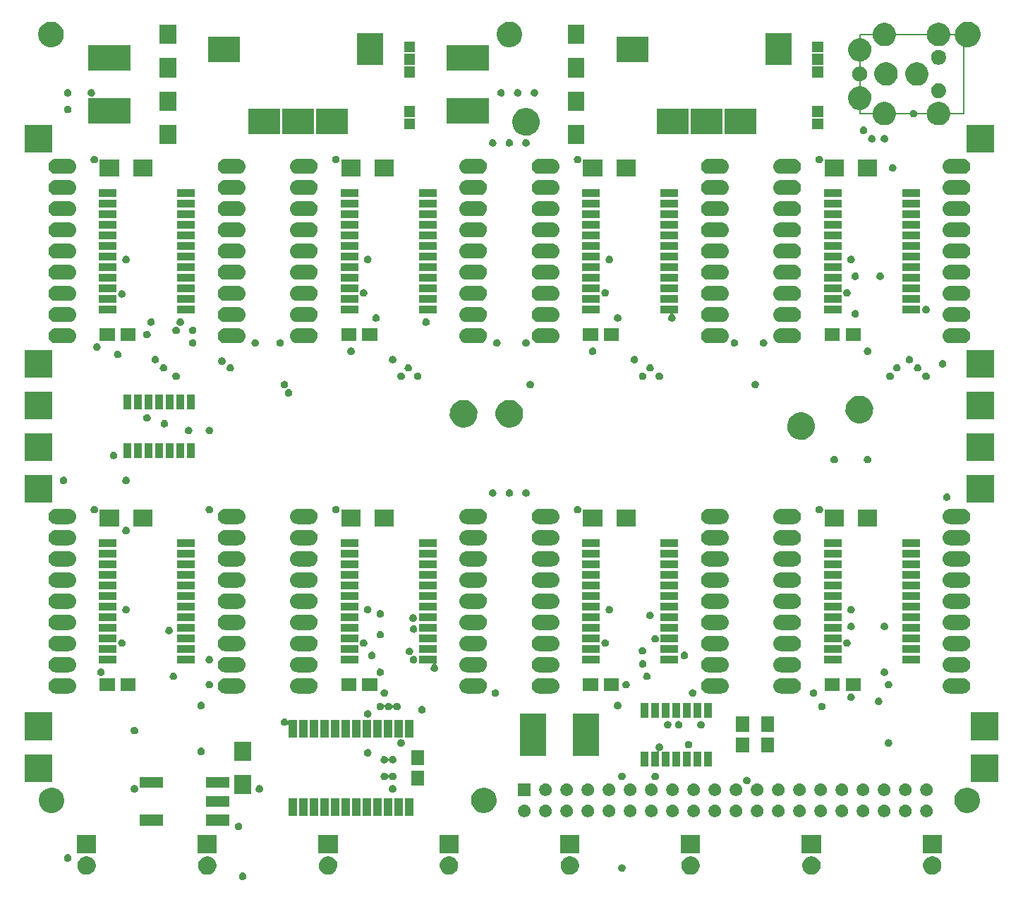
<source format=gts>
G04 #@! TF.FileFunction,Soldermask,Top*
%FSLAX46Y46*%
G04 Gerber Fmt 4.6, Leading zero omitted, Abs format (unit mm)*
G04 Created by KiCad (PCBNEW 4.0.2+dfsg1-stable) date So 19 Mär 2017 16:04:41 CET*
%MOMM*%
G01*
G04 APERTURE LIST*
%ADD10C,0.100000*%
%ADD11C,0.150000*%
G04 APERTURE END LIST*
D10*
D11*
X212550000Y-62500000D02*
X212550000Y-53000000D01*
X200050000Y-53000000D02*
X200050000Y-62500000D01*
X212550000Y-62500000D02*
X200050000Y-62500000D01*
X212550000Y-53000000D02*
X200050000Y-53000000D01*
D10*
G36*
X126047515Y-153547898D02*
X126134428Y-153565738D01*
X126216213Y-153600118D01*
X126289772Y-153649734D01*
X126352284Y-153712684D01*
X126401383Y-153786583D01*
X126435189Y-153868603D01*
X126452318Y-153955112D01*
X126452318Y-153955129D01*
X126452419Y-153955640D01*
X126451004Y-154056975D01*
X126450889Y-154057480D01*
X126450889Y-154057504D01*
X126431353Y-154143490D01*
X126395266Y-154224541D01*
X126344123Y-154297042D01*
X126279876Y-154358223D01*
X126204964Y-154405763D01*
X126122247Y-154437848D01*
X126034876Y-154453254D01*
X125946174Y-154451395D01*
X125859524Y-154432344D01*
X125778222Y-154396824D01*
X125705368Y-154346189D01*
X125643739Y-154282371D01*
X125595678Y-154207794D01*
X125563017Y-154125302D01*
X125547002Y-154038043D01*
X125548241Y-153949325D01*
X125566687Y-153862545D01*
X125601638Y-153780998D01*
X125651762Y-153707793D01*
X125715148Y-153645720D01*
X125789392Y-153597137D01*
X125871649Y-153563903D01*
X125958799Y-153547278D01*
X126047515Y-153547898D01*
X126047515Y-153547898D01*
G37*
G36*
X107365787Y-151588131D02*
X107577568Y-151631603D01*
X107776867Y-151715381D01*
X107956100Y-151836275D01*
X108108434Y-151989676D01*
X108228075Y-152169750D01*
X108310458Y-152369627D01*
X108352346Y-152581176D01*
X108352346Y-152581193D01*
X108352447Y-152581704D01*
X108348999Y-152828636D01*
X108348883Y-152829145D01*
X108348883Y-152829165D01*
X108301107Y-153039454D01*
X108213172Y-153236957D01*
X108088551Y-153413620D01*
X107931992Y-153562708D01*
X107749454Y-153678551D01*
X107547891Y-153756732D01*
X107334985Y-153794274D01*
X107118839Y-153789745D01*
X106907693Y-153743322D01*
X106709579Y-153656768D01*
X106532054Y-153533385D01*
X106381871Y-153377867D01*
X106264761Y-153196145D01*
X106185174Y-152995133D01*
X106146148Y-152782497D01*
X106149167Y-152566320D01*
X106194115Y-152354851D01*
X106279280Y-152156148D01*
X106401426Y-151977758D01*
X106555889Y-151826497D01*
X106736785Y-151708121D01*
X106937243Y-151627131D01*
X107149603Y-151586621D01*
X107365787Y-151588131D01*
X107365787Y-151588131D01*
G37*
G36*
X121865786Y-151588131D02*
X122077567Y-151631603D01*
X122276866Y-151715381D01*
X122456099Y-151836275D01*
X122608433Y-151989676D01*
X122728074Y-152169750D01*
X122810457Y-152369627D01*
X122852345Y-152581176D01*
X122852345Y-152581193D01*
X122852446Y-152581704D01*
X122848998Y-152828636D01*
X122848882Y-152829145D01*
X122848882Y-152829165D01*
X122801106Y-153039454D01*
X122713171Y-153236957D01*
X122588550Y-153413620D01*
X122431991Y-153562708D01*
X122249453Y-153678551D01*
X122047890Y-153756732D01*
X121834984Y-153794274D01*
X121618838Y-153789745D01*
X121407692Y-153743322D01*
X121209578Y-153656768D01*
X121032053Y-153533385D01*
X120881870Y-153377867D01*
X120764760Y-153196145D01*
X120685173Y-152995133D01*
X120646147Y-152782497D01*
X120649166Y-152566320D01*
X120694114Y-152354851D01*
X120779279Y-152156148D01*
X120901425Y-151977758D01*
X121055888Y-151826497D01*
X121236784Y-151708121D01*
X121437242Y-151627131D01*
X121649602Y-151586621D01*
X121865786Y-151588131D01*
X121865786Y-151588131D01*
G37*
G36*
X165365783Y-151588131D02*
X165577564Y-151631603D01*
X165776863Y-151715381D01*
X165956096Y-151836275D01*
X166108430Y-151989676D01*
X166228071Y-152169750D01*
X166310454Y-152369627D01*
X166352342Y-152581176D01*
X166352342Y-152581193D01*
X166352443Y-152581704D01*
X166348995Y-152828636D01*
X166348879Y-152829145D01*
X166348879Y-152829165D01*
X166301103Y-153039454D01*
X166213168Y-153236957D01*
X166088547Y-153413620D01*
X165931988Y-153562708D01*
X165749450Y-153678551D01*
X165547887Y-153756732D01*
X165334981Y-153794274D01*
X165118835Y-153789745D01*
X164907689Y-153743322D01*
X164709575Y-153656768D01*
X164532050Y-153533385D01*
X164381867Y-153377867D01*
X164264757Y-153196145D01*
X164185170Y-152995133D01*
X164146144Y-152782497D01*
X164149163Y-152566320D01*
X164194111Y-152354851D01*
X164279276Y-152156148D01*
X164401422Y-151977758D01*
X164555885Y-151826497D01*
X164736781Y-151708121D01*
X164937239Y-151627131D01*
X165149599Y-151586621D01*
X165365783Y-151588131D01*
X165365783Y-151588131D01*
G37*
G36*
X136365785Y-151588131D02*
X136577566Y-151631603D01*
X136776865Y-151715381D01*
X136956098Y-151836275D01*
X137108432Y-151989676D01*
X137228073Y-152169750D01*
X137310456Y-152369627D01*
X137352344Y-152581176D01*
X137352344Y-152581193D01*
X137352445Y-152581704D01*
X137348997Y-152828636D01*
X137348881Y-152829145D01*
X137348881Y-152829165D01*
X137301105Y-153039454D01*
X137213170Y-153236957D01*
X137088549Y-153413620D01*
X136931990Y-153562708D01*
X136749452Y-153678551D01*
X136547889Y-153756732D01*
X136334983Y-153794274D01*
X136118837Y-153789745D01*
X135907691Y-153743322D01*
X135709577Y-153656768D01*
X135532052Y-153533385D01*
X135381869Y-153377867D01*
X135264759Y-153196145D01*
X135185172Y-152995133D01*
X135146146Y-152782497D01*
X135149165Y-152566320D01*
X135194113Y-152354851D01*
X135279278Y-152156148D01*
X135401424Y-151977758D01*
X135555887Y-151826497D01*
X135736783Y-151708121D01*
X135937241Y-151627131D01*
X136149601Y-151586621D01*
X136365785Y-151588131D01*
X136365785Y-151588131D01*
G37*
G36*
X179865782Y-151588131D02*
X180077563Y-151631603D01*
X180276862Y-151715381D01*
X180456095Y-151836275D01*
X180608429Y-151989676D01*
X180728070Y-152169750D01*
X180810453Y-152369627D01*
X180852341Y-152581176D01*
X180852341Y-152581193D01*
X180852442Y-152581704D01*
X180848994Y-152828636D01*
X180848878Y-152829145D01*
X180848878Y-152829165D01*
X180801102Y-153039454D01*
X180713167Y-153236957D01*
X180588546Y-153413620D01*
X180431987Y-153562708D01*
X180249449Y-153678551D01*
X180047886Y-153756732D01*
X179834980Y-153794274D01*
X179618834Y-153789745D01*
X179407688Y-153743322D01*
X179209574Y-153656768D01*
X179032049Y-153533385D01*
X178881866Y-153377867D01*
X178764756Y-153196145D01*
X178685169Y-152995133D01*
X178646143Y-152782497D01*
X178649162Y-152566320D01*
X178694110Y-152354851D01*
X178779275Y-152156148D01*
X178901421Y-151977758D01*
X179055884Y-151826497D01*
X179236780Y-151708121D01*
X179437238Y-151627131D01*
X179649598Y-151586621D01*
X179865782Y-151588131D01*
X179865782Y-151588131D01*
G37*
G36*
X194365781Y-151588131D02*
X194577562Y-151631603D01*
X194776861Y-151715381D01*
X194956094Y-151836275D01*
X195108428Y-151989676D01*
X195228069Y-152169750D01*
X195310452Y-152369627D01*
X195352340Y-152581176D01*
X195352340Y-152581193D01*
X195352441Y-152581704D01*
X195348993Y-152828636D01*
X195348877Y-152829145D01*
X195348877Y-152829165D01*
X195301101Y-153039454D01*
X195213166Y-153236957D01*
X195088545Y-153413620D01*
X194931986Y-153562708D01*
X194749448Y-153678551D01*
X194547885Y-153756732D01*
X194334979Y-153794274D01*
X194118833Y-153789745D01*
X193907687Y-153743322D01*
X193709573Y-153656768D01*
X193532048Y-153533385D01*
X193381865Y-153377867D01*
X193264755Y-153196145D01*
X193185168Y-152995133D01*
X193146142Y-152782497D01*
X193149161Y-152566320D01*
X193194109Y-152354851D01*
X193279274Y-152156148D01*
X193401420Y-151977758D01*
X193555883Y-151826497D01*
X193736779Y-151708121D01*
X193937237Y-151627131D01*
X194149597Y-151586621D01*
X194365781Y-151588131D01*
X194365781Y-151588131D01*
G37*
G36*
X208865780Y-151588131D02*
X209077561Y-151631603D01*
X209276860Y-151715381D01*
X209456093Y-151836275D01*
X209608427Y-151989676D01*
X209728068Y-152169750D01*
X209810451Y-152369627D01*
X209852339Y-152581176D01*
X209852339Y-152581193D01*
X209852440Y-152581704D01*
X209848992Y-152828636D01*
X209848876Y-152829145D01*
X209848876Y-152829165D01*
X209801100Y-153039454D01*
X209713165Y-153236957D01*
X209588544Y-153413620D01*
X209431985Y-153562708D01*
X209249447Y-153678551D01*
X209047884Y-153756732D01*
X208834978Y-153794274D01*
X208618832Y-153789745D01*
X208407686Y-153743322D01*
X208209572Y-153656768D01*
X208032047Y-153533385D01*
X207881864Y-153377867D01*
X207764754Y-153196145D01*
X207685167Y-152995133D01*
X207646141Y-152782497D01*
X207649160Y-152566320D01*
X207694108Y-152354851D01*
X207779273Y-152156148D01*
X207901419Y-151977758D01*
X208055882Y-151826497D01*
X208236778Y-151708121D01*
X208437236Y-151627131D01*
X208649596Y-151586621D01*
X208865780Y-151588131D01*
X208865780Y-151588131D01*
G37*
G36*
X150865784Y-151588131D02*
X151077565Y-151631603D01*
X151276864Y-151715381D01*
X151456097Y-151836275D01*
X151608431Y-151989676D01*
X151728072Y-152169750D01*
X151810455Y-152369627D01*
X151852343Y-152581176D01*
X151852343Y-152581193D01*
X151852444Y-152581704D01*
X151848996Y-152828636D01*
X151848880Y-152829145D01*
X151848880Y-152829165D01*
X151801104Y-153039454D01*
X151713169Y-153236957D01*
X151588548Y-153413620D01*
X151431989Y-153562708D01*
X151249451Y-153678551D01*
X151047888Y-153756732D01*
X150834982Y-153794274D01*
X150618836Y-153789745D01*
X150407690Y-153743322D01*
X150209576Y-153656768D01*
X150032051Y-153533385D01*
X149881868Y-153377867D01*
X149764758Y-153196145D01*
X149685171Y-152995133D01*
X149646145Y-152782497D01*
X149649164Y-152566320D01*
X149694112Y-152354851D01*
X149779277Y-152156148D01*
X149901423Y-151977758D01*
X150055886Y-151826497D01*
X150236782Y-151708121D01*
X150437240Y-151627131D01*
X150649600Y-151586621D01*
X150865784Y-151588131D01*
X150865784Y-151588131D01*
G37*
G36*
X171547515Y-152547898D02*
X171634428Y-152565738D01*
X171716213Y-152600118D01*
X171789772Y-152649734D01*
X171852284Y-152712684D01*
X171901383Y-152786583D01*
X171935189Y-152868603D01*
X171952318Y-152955112D01*
X171952318Y-152955129D01*
X171952419Y-152955640D01*
X171951004Y-153056975D01*
X171950889Y-153057480D01*
X171950889Y-153057504D01*
X171931353Y-153143490D01*
X171895266Y-153224541D01*
X171844123Y-153297042D01*
X171779876Y-153358223D01*
X171704964Y-153405763D01*
X171622247Y-153437848D01*
X171534876Y-153453254D01*
X171446174Y-153451395D01*
X171359524Y-153432344D01*
X171278222Y-153396824D01*
X171205368Y-153346189D01*
X171143739Y-153282371D01*
X171095678Y-153207794D01*
X171063017Y-153125302D01*
X171047002Y-153038043D01*
X171048241Y-152949325D01*
X171066687Y-152862545D01*
X171101638Y-152780998D01*
X171151762Y-152707793D01*
X171215148Y-152645720D01*
X171289392Y-152597137D01*
X171371649Y-152563903D01*
X171458799Y-152547278D01*
X171547515Y-152547898D01*
X171547515Y-152547898D01*
G37*
G36*
X105047515Y-151331200D02*
X105134428Y-151349040D01*
X105216213Y-151383420D01*
X105289772Y-151433036D01*
X105352284Y-151495986D01*
X105401383Y-151569885D01*
X105435189Y-151651905D01*
X105452318Y-151738414D01*
X105452318Y-151738431D01*
X105452419Y-151738942D01*
X105451004Y-151840277D01*
X105450889Y-151840782D01*
X105450889Y-151840806D01*
X105431353Y-151926792D01*
X105395266Y-152007843D01*
X105344123Y-152080344D01*
X105279876Y-152141525D01*
X105204964Y-152189065D01*
X105122247Y-152221150D01*
X105034876Y-152236556D01*
X104946174Y-152234697D01*
X104859524Y-152215646D01*
X104778222Y-152180126D01*
X104705368Y-152129491D01*
X104643739Y-152065673D01*
X104595678Y-151991096D01*
X104563017Y-151908604D01*
X104547002Y-151821345D01*
X104548241Y-151732627D01*
X104566687Y-151645847D01*
X104601638Y-151564300D01*
X104651762Y-151491095D01*
X104715148Y-151429022D01*
X104789392Y-151380439D01*
X104871649Y-151347205D01*
X104958799Y-151330580D01*
X105047515Y-151331200D01*
X105047515Y-151331200D01*
G37*
G36*
X151902397Y-151252200D02*
X149597597Y-151252200D01*
X149597597Y-149047400D01*
X151902397Y-149047400D01*
X151902397Y-151252200D01*
X151902397Y-151252200D01*
G37*
G36*
X180902395Y-151252200D02*
X178597595Y-151252200D01*
X178597595Y-149047400D01*
X180902395Y-149047400D01*
X180902395Y-151252200D01*
X180902395Y-151252200D01*
G37*
G36*
X137402398Y-151252200D02*
X135097598Y-151252200D01*
X135097598Y-149047400D01*
X137402398Y-149047400D01*
X137402398Y-151252200D01*
X137402398Y-151252200D01*
G37*
G36*
X195402394Y-151252200D02*
X193097594Y-151252200D01*
X193097594Y-149047400D01*
X195402394Y-149047400D01*
X195402394Y-151252200D01*
X195402394Y-151252200D01*
G37*
G36*
X209902393Y-151252200D02*
X207597593Y-151252200D01*
X207597593Y-149047400D01*
X209902393Y-149047400D01*
X209902393Y-151252200D01*
X209902393Y-151252200D01*
G37*
G36*
X108402400Y-151252200D02*
X106097600Y-151252200D01*
X106097600Y-149047400D01*
X108402400Y-149047400D01*
X108402400Y-151252200D01*
X108402400Y-151252200D01*
G37*
G36*
X122902399Y-151252200D02*
X120597599Y-151252200D01*
X120597599Y-149047400D01*
X122902399Y-149047400D01*
X122902399Y-151252200D01*
X122902399Y-151252200D01*
G37*
G36*
X166402396Y-151252200D02*
X164097596Y-151252200D01*
X164097596Y-149047400D01*
X166402396Y-149047400D01*
X166402396Y-151252200D01*
X166402396Y-151252200D01*
G37*
G36*
X125547515Y-147547898D02*
X125634428Y-147565738D01*
X125716213Y-147600118D01*
X125789772Y-147649734D01*
X125852284Y-147712684D01*
X125901383Y-147786583D01*
X125935189Y-147868603D01*
X125952318Y-147955112D01*
X125952318Y-147955129D01*
X125952419Y-147955640D01*
X125951004Y-148056975D01*
X125950889Y-148057480D01*
X125950889Y-148057504D01*
X125931353Y-148143490D01*
X125895266Y-148224541D01*
X125844123Y-148297042D01*
X125779876Y-148358223D01*
X125704964Y-148405763D01*
X125622247Y-148437848D01*
X125534876Y-148453254D01*
X125446174Y-148451395D01*
X125359524Y-148432344D01*
X125278222Y-148396824D01*
X125205368Y-148346189D01*
X125143739Y-148282371D01*
X125095678Y-148207794D01*
X125063017Y-148125302D01*
X125047002Y-148038043D01*
X125048241Y-147949325D01*
X125066687Y-147862545D01*
X125101638Y-147780998D01*
X125151762Y-147707793D01*
X125215148Y-147645720D01*
X125289392Y-147597137D01*
X125371649Y-147563903D01*
X125458799Y-147547278D01*
X125547515Y-147547898D01*
X125547515Y-147547898D01*
G37*
G36*
X124402400Y-147902400D02*
X121597600Y-147902400D01*
X121597600Y-146597600D01*
X124402400Y-146597600D01*
X124402400Y-147902400D01*
X124402400Y-147902400D01*
G37*
G36*
X116402400Y-147902400D02*
X113597600Y-147902400D01*
X113597600Y-146597600D01*
X116402400Y-146597600D01*
X116402400Y-147902400D01*
X116402400Y-147902400D01*
G37*
G36*
X192901825Y-145397898D02*
X193046369Y-145427569D01*
X193182393Y-145484748D01*
X193304722Y-145567260D01*
X193408691Y-145671957D01*
X193490348Y-145794861D01*
X193546575Y-145931278D01*
X193575130Y-146075495D01*
X193575130Y-146075502D01*
X193575233Y-146076023D01*
X193572879Y-146244557D01*
X193572763Y-146245066D01*
X193572763Y-146245086D01*
X193540193Y-146388442D01*
X193480176Y-146523240D01*
X193395120Y-146643816D01*
X193288267Y-146745570D01*
X193163682Y-146824634D01*
X193026113Y-146877994D01*
X192880803Y-146903616D01*
X192733281Y-146900525D01*
X192589171Y-146868841D01*
X192453958Y-146809768D01*
X192332794Y-146725557D01*
X192230292Y-146619413D01*
X192150363Y-146495387D01*
X192096044Y-146358193D01*
X192069408Y-146213067D01*
X192071469Y-146065523D01*
X192102147Y-145921193D01*
X192160272Y-145785578D01*
X192243640Y-145663822D01*
X192349059Y-145560588D01*
X192472531Y-145479790D01*
X192609337Y-145424517D01*
X192754277Y-145396868D01*
X192901825Y-145397898D01*
X192901825Y-145397898D01*
G37*
G36*
X195441825Y-145397898D02*
X195586369Y-145427569D01*
X195722393Y-145484748D01*
X195844722Y-145567260D01*
X195948691Y-145671957D01*
X196030348Y-145794861D01*
X196086575Y-145931278D01*
X196115130Y-146075495D01*
X196115130Y-146075502D01*
X196115233Y-146076023D01*
X196112879Y-146244557D01*
X196112763Y-146245066D01*
X196112763Y-146245086D01*
X196080193Y-146388442D01*
X196020176Y-146523240D01*
X195935120Y-146643816D01*
X195828267Y-146745570D01*
X195703682Y-146824634D01*
X195566113Y-146877994D01*
X195420803Y-146903616D01*
X195273281Y-146900525D01*
X195129171Y-146868841D01*
X194993958Y-146809768D01*
X194872794Y-146725557D01*
X194770292Y-146619413D01*
X194690363Y-146495387D01*
X194636044Y-146358193D01*
X194609408Y-146213067D01*
X194611469Y-146065523D01*
X194642147Y-145921193D01*
X194700272Y-145785578D01*
X194783640Y-145663822D01*
X194889059Y-145560588D01*
X195012531Y-145479790D01*
X195149337Y-145424517D01*
X195294277Y-145396868D01*
X195441825Y-145397898D01*
X195441825Y-145397898D01*
G37*
G36*
X197981825Y-145397898D02*
X198126369Y-145427569D01*
X198262393Y-145484748D01*
X198384722Y-145567260D01*
X198488691Y-145671957D01*
X198570348Y-145794861D01*
X198626575Y-145931278D01*
X198655130Y-146075495D01*
X198655130Y-146075502D01*
X198655233Y-146076023D01*
X198652879Y-146244557D01*
X198652763Y-146245066D01*
X198652763Y-146245086D01*
X198620193Y-146388442D01*
X198560176Y-146523240D01*
X198475120Y-146643816D01*
X198368267Y-146745570D01*
X198243682Y-146824634D01*
X198106113Y-146877994D01*
X197960803Y-146903616D01*
X197813281Y-146900525D01*
X197669171Y-146868841D01*
X197533958Y-146809768D01*
X197412794Y-146725557D01*
X197310292Y-146619413D01*
X197230363Y-146495387D01*
X197176044Y-146358193D01*
X197149408Y-146213067D01*
X197151469Y-146065523D01*
X197182147Y-145921193D01*
X197240272Y-145785578D01*
X197323640Y-145663822D01*
X197429059Y-145560588D01*
X197552531Y-145479790D01*
X197689337Y-145424517D01*
X197834277Y-145396868D01*
X197981825Y-145397898D01*
X197981825Y-145397898D01*
G37*
G36*
X200521825Y-145397898D02*
X200666369Y-145427569D01*
X200802393Y-145484748D01*
X200924722Y-145567260D01*
X201028691Y-145671957D01*
X201110348Y-145794861D01*
X201166575Y-145931278D01*
X201195130Y-146075495D01*
X201195130Y-146075502D01*
X201195233Y-146076023D01*
X201192879Y-146244557D01*
X201192763Y-146245066D01*
X201192763Y-146245086D01*
X201160193Y-146388442D01*
X201100176Y-146523240D01*
X201015120Y-146643816D01*
X200908267Y-146745570D01*
X200783682Y-146824634D01*
X200646113Y-146877994D01*
X200500803Y-146903616D01*
X200353281Y-146900525D01*
X200209171Y-146868841D01*
X200073958Y-146809768D01*
X199952794Y-146725557D01*
X199850292Y-146619413D01*
X199770363Y-146495387D01*
X199716044Y-146358193D01*
X199689408Y-146213067D01*
X199691469Y-146065523D01*
X199722147Y-145921193D01*
X199780272Y-145785578D01*
X199863640Y-145663822D01*
X199969059Y-145560588D01*
X200092531Y-145479790D01*
X200229337Y-145424517D01*
X200374277Y-145396868D01*
X200521825Y-145397898D01*
X200521825Y-145397898D01*
G37*
G36*
X203061825Y-145397898D02*
X203206369Y-145427569D01*
X203342393Y-145484748D01*
X203464722Y-145567260D01*
X203568691Y-145671957D01*
X203650348Y-145794861D01*
X203706575Y-145931278D01*
X203735130Y-146075495D01*
X203735130Y-146075502D01*
X203735233Y-146076023D01*
X203732879Y-146244557D01*
X203732763Y-146245066D01*
X203732763Y-146245086D01*
X203700193Y-146388442D01*
X203640176Y-146523240D01*
X203555120Y-146643816D01*
X203448267Y-146745570D01*
X203323682Y-146824634D01*
X203186113Y-146877994D01*
X203040803Y-146903616D01*
X202893281Y-146900525D01*
X202749171Y-146868841D01*
X202613958Y-146809768D01*
X202492794Y-146725557D01*
X202390292Y-146619413D01*
X202310363Y-146495387D01*
X202256044Y-146358193D01*
X202229408Y-146213067D01*
X202231469Y-146065523D01*
X202262147Y-145921193D01*
X202320272Y-145785578D01*
X202403640Y-145663822D01*
X202509059Y-145560588D01*
X202632531Y-145479790D01*
X202769337Y-145424517D01*
X202914277Y-145396868D01*
X203061825Y-145397898D01*
X203061825Y-145397898D01*
G37*
G36*
X205601825Y-145397898D02*
X205746369Y-145427569D01*
X205882393Y-145484748D01*
X206004722Y-145567260D01*
X206108691Y-145671957D01*
X206190348Y-145794861D01*
X206246575Y-145931278D01*
X206275130Y-146075495D01*
X206275130Y-146075502D01*
X206275233Y-146076023D01*
X206272879Y-146244557D01*
X206272763Y-146245066D01*
X206272763Y-146245086D01*
X206240193Y-146388442D01*
X206180176Y-146523240D01*
X206095120Y-146643816D01*
X205988267Y-146745570D01*
X205863682Y-146824634D01*
X205726113Y-146877994D01*
X205580803Y-146903616D01*
X205433281Y-146900525D01*
X205289171Y-146868841D01*
X205153958Y-146809768D01*
X205032794Y-146725557D01*
X204930292Y-146619413D01*
X204850363Y-146495387D01*
X204796044Y-146358193D01*
X204769408Y-146213067D01*
X204771469Y-146065523D01*
X204802147Y-145921193D01*
X204860272Y-145785578D01*
X204943640Y-145663822D01*
X205049059Y-145560588D01*
X205172531Y-145479790D01*
X205309337Y-145424517D01*
X205454277Y-145396868D01*
X205601825Y-145397898D01*
X205601825Y-145397898D01*
G37*
G36*
X208141825Y-145397898D02*
X208286369Y-145427569D01*
X208422393Y-145484748D01*
X208544722Y-145567260D01*
X208648691Y-145671957D01*
X208730348Y-145794861D01*
X208786575Y-145931278D01*
X208815130Y-146075495D01*
X208815130Y-146075502D01*
X208815233Y-146076023D01*
X208812879Y-146244557D01*
X208812763Y-146245066D01*
X208812763Y-146245086D01*
X208780193Y-146388442D01*
X208720176Y-146523240D01*
X208635120Y-146643816D01*
X208528267Y-146745570D01*
X208403682Y-146824634D01*
X208266113Y-146877994D01*
X208120803Y-146903616D01*
X207973281Y-146900525D01*
X207829171Y-146868841D01*
X207693958Y-146809768D01*
X207572794Y-146725557D01*
X207470292Y-146619413D01*
X207390363Y-146495387D01*
X207336044Y-146358193D01*
X207309408Y-146213067D01*
X207311469Y-146065523D01*
X207342147Y-145921193D01*
X207400272Y-145785578D01*
X207483640Y-145663822D01*
X207589059Y-145560588D01*
X207712531Y-145479790D01*
X207849337Y-145424517D01*
X207994277Y-145396868D01*
X208141825Y-145397898D01*
X208141825Y-145397898D01*
G37*
G36*
X185281825Y-145397898D02*
X185426369Y-145427569D01*
X185562393Y-145484748D01*
X185684722Y-145567260D01*
X185788691Y-145671957D01*
X185870348Y-145794861D01*
X185926575Y-145931278D01*
X185955130Y-146075495D01*
X185955130Y-146075502D01*
X185955233Y-146076023D01*
X185952879Y-146244557D01*
X185952763Y-146245066D01*
X185952763Y-146245086D01*
X185920193Y-146388442D01*
X185860176Y-146523240D01*
X185775120Y-146643816D01*
X185668267Y-146745570D01*
X185543682Y-146824634D01*
X185406113Y-146877994D01*
X185260803Y-146903616D01*
X185113281Y-146900525D01*
X184969171Y-146868841D01*
X184833958Y-146809768D01*
X184712794Y-146725557D01*
X184610292Y-146619413D01*
X184530363Y-146495387D01*
X184476044Y-146358193D01*
X184449408Y-146213067D01*
X184451469Y-146065523D01*
X184482147Y-145921193D01*
X184540272Y-145785578D01*
X184623640Y-145663822D01*
X184729059Y-145560588D01*
X184852531Y-145479790D01*
X184989337Y-145424517D01*
X185134277Y-145396868D01*
X185281825Y-145397898D01*
X185281825Y-145397898D01*
G37*
G36*
X164961825Y-145397898D02*
X165106369Y-145427569D01*
X165242393Y-145484748D01*
X165364722Y-145567260D01*
X165468691Y-145671957D01*
X165550348Y-145794861D01*
X165606575Y-145931278D01*
X165635130Y-146075495D01*
X165635130Y-146075502D01*
X165635233Y-146076023D01*
X165632879Y-146244557D01*
X165632763Y-146245066D01*
X165632763Y-146245086D01*
X165600193Y-146388442D01*
X165540176Y-146523240D01*
X165455120Y-146643816D01*
X165348267Y-146745570D01*
X165223682Y-146824634D01*
X165086113Y-146877994D01*
X164940803Y-146903616D01*
X164793281Y-146900525D01*
X164649171Y-146868841D01*
X164513958Y-146809768D01*
X164392794Y-146725557D01*
X164290292Y-146619413D01*
X164210363Y-146495387D01*
X164156044Y-146358193D01*
X164129408Y-146213067D01*
X164131469Y-146065523D01*
X164162147Y-145921193D01*
X164220272Y-145785578D01*
X164303640Y-145663822D01*
X164409059Y-145560588D01*
X164532531Y-145479790D01*
X164669337Y-145424517D01*
X164814277Y-145396868D01*
X164961825Y-145397898D01*
X164961825Y-145397898D01*
G37*
G36*
X175121825Y-145397898D02*
X175266369Y-145427569D01*
X175402393Y-145484748D01*
X175524722Y-145567260D01*
X175628691Y-145671957D01*
X175710348Y-145794861D01*
X175766575Y-145931278D01*
X175795130Y-146075495D01*
X175795130Y-146075502D01*
X175795233Y-146076023D01*
X175792879Y-146244557D01*
X175792763Y-146245066D01*
X175792763Y-146245086D01*
X175760193Y-146388442D01*
X175700176Y-146523240D01*
X175615120Y-146643816D01*
X175508267Y-146745570D01*
X175383682Y-146824634D01*
X175246113Y-146877994D01*
X175100803Y-146903616D01*
X174953281Y-146900525D01*
X174809171Y-146868841D01*
X174673958Y-146809768D01*
X174552794Y-146725557D01*
X174450292Y-146619413D01*
X174370363Y-146495387D01*
X174316044Y-146358193D01*
X174289408Y-146213067D01*
X174291469Y-146065523D01*
X174322147Y-145921193D01*
X174380272Y-145785578D01*
X174463640Y-145663822D01*
X174569059Y-145560588D01*
X174692531Y-145479790D01*
X174829337Y-145424517D01*
X174974277Y-145396868D01*
X175121825Y-145397898D01*
X175121825Y-145397898D01*
G37*
G36*
X190361825Y-145397898D02*
X190506369Y-145427569D01*
X190642393Y-145484748D01*
X190764722Y-145567260D01*
X190868691Y-145671957D01*
X190950348Y-145794861D01*
X191006575Y-145931278D01*
X191035130Y-146075495D01*
X191035130Y-146075502D01*
X191035233Y-146076023D01*
X191032879Y-146244557D01*
X191032763Y-146245066D01*
X191032763Y-146245086D01*
X191000193Y-146388442D01*
X190940176Y-146523240D01*
X190855120Y-146643816D01*
X190748267Y-146745570D01*
X190623682Y-146824634D01*
X190486113Y-146877994D01*
X190340803Y-146903616D01*
X190193281Y-146900525D01*
X190049171Y-146868841D01*
X189913958Y-146809768D01*
X189792794Y-146725557D01*
X189690292Y-146619413D01*
X189610363Y-146495387D01*
X189556044Y-146358193D01*
X189529408Y-146213067D01*
X189531469Y-146065523D01*
X189562147Y-145921193D01*
X189620272Y-145785578D01*
X189703640Y-145663822D01*
X189809059Y-145560588D01*
X189932531Y-145479790D01*
X190069337Y-145424517D01*
X190214277Y-145396868D01*
X190361825Y-145397898D01*
X190361825Y-145397898D01*
G37*
G36*
X187821825Y-145397898D02*
X187966369Y-145427569D01*
X188102393Y-145484748D01*
X188224722Y-145567260D01*
X188328691Y-145671957D01*
X188410348Y-145794861D01*
X188466575Y-145931278D01*
X188495130Y-146075495D01*
X188495130Y-146075502D01*
X188495233Y-146076023D01*
X188492879Y-146244557D01*
X188492763Y-146245066D01*
X188492763Y-146245086D01*
X188460193Y-146388442D01*
X188400176Y-146523240D01*
X188315120Y-146643816D01*
X188208267Y-146745570D01*
X188083682Y-146824634D01*
X187946113Y-146877994D01*
X187800803Y-146903616D01*
X187653281Y-146900525D01*
X187509171Y-146868841D01*
X187373958Y-146809768D01*
X187252794Y-146725557D01*
X187150292Y-146619413D01*
X187070363Y-146495387D01*
X187016044Y-146358193D01*
X186989408Y-146213067D01*
X186991469Y-146065523D01*
X187022147Y-145921193D01*
X187080272Y-145785578D01*
X187163640Y-145663822D01*
X187269059Y-145560588D01*
X187392531Y-145479790D01*
X187529337Y-145424517D01*
X187674277Y-145396868D01*
X187821825Y-145397898D01*
X187821825Y-145397898D01*
G37*
G36*
X159881825Y-145397898D02*
X160026369Y-145427569D01*
X160162393Y-145484748D01*
X160284722Y-145567260D01*
X160388691Y-145671957D01*
X160470348Y-145794861D01*
X160526575Y-145931278D01*
X160555130Y-146075495D01*
X160555130Y-146075502D01*
X160555233Y-146076023D01*
X160552879Y-146244557D01*
X160552763Y-146245066D01*
X160552763Y-146245086D01*
X160520193Y-146388442D01*
X160460176Y-146523240D01*
X160375120Y-146643816D01*
X160268267Y-146745570D01*
X160143682Y-146824634D01*
X160006113Y-146877994D01*
X159860803Y-146903616D01*
X159713281Y-146900525D01*
X159569171Y-146868841D01*
X159433958Y-146809768D01*
X159312794Y-146725557D01*
X159210292Y-146619413D01*
X159130363Y-146495387D01*
X159076044Y-146358193D01*
X159049408Y-146213067D01*
X159051469Y-146065523D01*
X159082147Y-145921193D01*
X159140272Y-145785578D01*
X159223640Y-145663822D01*
X159329059Y-145560588D01*
X159452531Y-145479790D01*
X159589337Y-145424517D01*
X159734277Y-145396868D01*
X159881825Y-145397898D01*
X159881825Y-145397898D01*
G37*
G36*
X182741825Y-145397898D02*
X182886369Y-145427569D01*
X183022393Y-145484748D01*
X183144722Y-145567260D01*
X183248691Y-145671957D01*
X183330348Y-145794861D01*
X183386575Y-145931278D01*
X183415130Y-146075495D01*
X183415130Y-146075502D01*
X183415233Y-146076023D01*
X183412879Y-146244557D01*
X183412763Y-146245066D01*
X183412763Y-146245086D01*
X183380193Y-146388442D01*
X183320176Y-146523240D01*
X183235120Y-146643816D01*
X183128267Y-146745570D01*
X183003682Y-146824634D01*
X182866113Y-146877994D01*
X182720803Y-146903616D01*
X182573281Y-146900525D01*
X182429171Y-146868841D01*
X182293958Y-146809768D01*
X182172794Y-146725557D01*
X182070292Y-146619413D01*
X181990363Y-146495387D01*
X181936044Y-146358193D01*
X181909408Y-146213067D01*
X181911469Y-146065523D01*
X181942147Y-145921193D01*
X182000272Y-145785578D01*
X182083640Y-145663822D01*
X182189059Y-145560588D01*
X182312531Y-145479790D01*
X182449337Y-145424517D01*
X182594277Y-145396868D01*
X182741825Y-145397898D01*
X182741825Y-145397898D01*
G37*
G36*
X180201825Y-145397898D02*
X180346369Y-145427569D01*
X180482393Y-145484748D01*
X180604722Y-145567260D01*
X180708691Y-145671957D01*
X180790348Y-145794861D01*
X180846575Y-145931278D01*
X180875130Y-146075495D01*
X180875130Y-146075502D01*
X180875233Y-146076023D01*
X180872879Y-146244557D01*
X180872763Y-146245066D01*
X180872763Y-146245086D01*
X180840193Y-146388442D01*
X180780176Y-146523240D01*
X180695120Y-146643816D01*
X180588267Y-146745570D01*
X180463682Y-146824634D01*
X180326113Y-146877994D01*
X180180803Y-146903616D01*
X180033281Y-146900525D01*
X179889171Y-146868841D01*
X179753958Y-146809768D01*
X179632794Y-146725557D01*
X179530292Y-146619413D01*
X179450363Y-146495387D01*
X179396044Y-146358193D01*
X179369408Y-146213067D01*
X179371469Y-146065523D01*
X179402147Y-145921193D01*
X179460272Y-145785578D01*
X179543640Y-145663822D01*
X179649059Y-145560588D01*
X179772531Y-145479790D01*
X179909337Y-145424517D01*
X180054277Y-145396868D01*
X180201825Y-145397898D01*
X180201825Y-145397898D01*
G37*
G36*
X177661825Y-145397898D02*
X177806369Y-145427569D01*
X177942393Y-145484748D01*
X178064722Y-145567260D01*
X178168691Y-145671957D01*
X178250348Y-145794861D01*
X178306575Y-145931278D01*
X178335130Y-146075495D01*
X178335130Y-146075502D01*
X178335233Y-146076023D01*
X178332879Y-146244557D01*
X178332763Y-146245066D01*
X178332763Y-146245086D01*
X178300193Y-146388442D01*
X178240176Y-146523240D01*
X178155120Y-146643816D01*
X178048267Y-146745570D01*
X177923682Y-146824634D01*
X177786113Y-146877994D01*
X177640803Y-146903616D01*
X177493281Y-146900525D01*
X177349171Y-146868841D01*
X177213958Y-146809768D01*
X177092794Y-146725557D01*
X176990292Y-146619413D01*
X176910363Y-146495387D01*
X176856044Y-146358193D01*
X176829408Y-146213067D01*
X176831469Y-146065523D01*
X176862147Y-145921193D01*
X176920272Y-145785578D01*
X177003640Y-145663822D01*
X177109059Y-145560588D01*
X177232531Y-145479790D01*
X177369337Y-145424517D01*
X177514277Y-145396868D01*
X177661825Y-145397898D01*
X177661825Y-145397898D01*
G37*
G36*
X172581825Y-145397898D02*
X172726369Y-145427569D01*
X172862393Y-145484748D01*
X172984722Y-145567260D01*
X173088691Y-145671957D01*
X173170348Y-145794861D01*
X173226575Y-145931278D01*
X173255130Y-146075495D01*
X173255130Y-146075502D01*
X173255233Y-146076023D01*
X173252879Y-146244557D01*
X173252763Y-146245066D01*
X173252763Y-146245086D01*
X173220193Y-146388442D01*
X173160176Y-146523240D01*
X173075120Y-146643816D01*
X172968267Y-146745570D01*
X172843682Y-146824634D01*
X172706113Y-146877994D01*
X172560803Y-146903616D01*
X172413281Y-146900525D01*
X172269171Y-146868841D01*
X172133958Y-146809768D01*
X172012794Y-146725557D01*
X171910292Y-146619413D01*
X171830363Y-146495387D01*
X171776044Y-146358193D01*
X171749408Y-146213067D01*
X171751469Y-146065523D01*
X171782147Y-145921193D01*
X171840272Y-145785578D01*
X171923640Y-145663822D01*
X172029059Y-145560588D01*
X172152531Y-145479790D01*
X172289337Y-145424517D01*
X172434277Y-145396868D01*
X172581825Y-145397898D01*
X172581825Y-145397898D01*
G37*
G36*
X170041825Y-145397898D02*
X170186369Y-145427569D01*
X170322393Y-145484748D01*
X170444722Y-145567260D01*
X170548691Y-145671957D01*
X170630348Y-145794861D01*
X170686575Y-145931278D01*
X170715130Y-146075495D01*
X170715130Y-146075502D01*
X170715233Y-146076023D01*
X170712879Y-146244557D01*
X170712763Y-146245066D01*
X170712763Y-146245086D01*
X170680193Y-146388442D01*
X170620176Y-146523240D01*
X170535120Y-146643816D01*
X170428267Y-146745570D01*
X170303682Y-146824634D01*
X170166113Y-146877994D01*
X170020803Y-146903616D01*
X169873281Y-146900525D01*
X169729171Y-146868841D01*
X169593958Y-146809768D01*
X169472794Y-146725557D01*
X169370292Y-146619413D01*
X169290363Y-146495387D01*
X169236044Y-146358193D01*
X169209408Y-146213067D01*
X169211469Y-146065523D01*
X169242147Y-145921193D01*
X169300272Y-145785578D01*
X169383640Y-145663822D01*
X169489059Y-145560588D01*
X169612531Y-145479790D01*
X169749337Y-145424517D01*
X169894277Y-145396868D01*
X170041825Y-145397898D01*
X170041825Y-145397898D01*
G37*
G36*
X162421825Y-145397898D02*
X162566369Y-145427569D01*
X162702393Y-145484748D01*
X162824722Y-145567260D01*
X162928691Y-145671957D01*
X163010348Y-145794861D01*
X163066575Y-145931278D01*
X163095130Y-146075495D01*
X163095130Y-146075502D01*
X163095233Y-146076023D01*
X163092879Y-146244557D01*
X163092763Y-146245066D01*
X163092763Y-146245086D01*
X163060193Y-146388442D01*
X163000176Y-146523240D01*
X162915120Y-146643816D01*
X162808267Y-146745570D01*
X162683682Y-146824634D01*
X162546113Y-146877994D01*
X162400803Y-146903616D01*
X162253281Y-146900525D01*
X162109171Y-146868841D01*
X161973958Y-146809768D01*
X161852794Y-146725557D01*
X161750292Y-146619413D01*
X161670363Y-146495387D01*
X161616044Y-146358193D01*
X161589408Y-146213067D01*
X161591469Y-146065523D01*
X161622147Y-145921193D01*
X161680272Y-145785578D01*
X161763640Y-145663822D01*
X161869059Y-145560588D01*
X161992531Y-145479790D01*
X162129337Y-145424517D01*
X162274277Y-145396868D01*
X162421825Y-145397898D01*
X162421825Y-145397898D01*
G37*
G36*
X167501825Y-145397898D02*
X167646369Y-145427569D01*
X167782393Y-145484748D01*
X167904722Y-145567260D01*
X168008691Y-145671957D01*
X168090348Y-145794861D01*
X168146575Y-145931278D01*
X168175130Y-146075495D01*
X168175130Y-146075502D01*
X168175233Y-146076023D01*
X168172879Y-146244557D01*
X168172763Y-146245066D01*
X168172763Y-146245086D01*
X168140193Y-146388442D01*
X168080176Y-146523240D01*
X167995120Y-146643816D01*
X167888267Y-146745570D01*
X167763682Y-146824634D01*
X167626113Y-146877994D01*
X167480803Y-146903616D01*
X167333281Y-146900525D01*
X167189171Y-146868841D01*
X167053958Y-146809768D01*
X166932794Y-146725557D01*
X166830292Y-146619413D01*
X166750363Y-146495387D01*
X166696044Y-146358193D01*
X166669408Y-146213067D01*
X166671469Y-146065523D01*
X166702147Y-145921193D01*
X166760272Y-145785578D01*
X166843640Y-145663822D01*
X166949059Y-145560588D01*
X167072531Y-145479790D01*
X167209337Y-145424517D01*
X167354277Y-145396868D01*
X167501825Y-145397898D01*
X167501825Y-145397898D01*
G37*
G36*
X146454900Y-146751400D02*
X145515100Y-146751400D01*
X145515100Y-144646600D01*
X146454900Y-144646600D01*
X146454900Y-146751400D01*
X146454900Y-146751400D01*
G37*
G36*
X141374900Y-146751400D02*
X140435100Y-146751400D01*
X140435100Y-144646600D01*
X141374900Y-144646600D01*
X141374900Y-146751400D01*
X141374900Y-146751400D01*
G37*
G36*
X142644900Y-146751400D02*
X141705100Y-146751400D01*
X141705100Y-144646600D01*
X142644900Y-144646600D01*
X142644900Y-146751400D01*
X142644900Y-146751400D01*
G37*
G36*
X143914900Y-146751400D02*
X142975100Y-146751400D01*
X142975100Y-144646600D01*
X143914900Y-144646600D01*
X143914900Y-146751400D01*
X143914900Y-146751400D01*
G37*
G36*
X145184900Y-146751400D02*
X144245100Y-146751400D01*
X144245100Y-144646600D01*
X145184900Y-144646600D01*
X145184900Y-146751400D01*
X145184900Y-146751400D01*
G37*
G36*
X140104900Y-146751400D02*
X139165100Y-146751400D01*
X139165100Y-144646600D01*
X140104900Y-144646600D01*
X140104900Y-146751400D01*
X140104900Y-146751400D01*
G37*
G36*
X137564900Y-146751400D02*
X136625100Y-146751400D01*
X136625100Y-144646600D01*
X137564900Y-144646600D01*
X137564900Y-146751400D01*
X137564900Y-146751400D01*
G37*
G36*
X136294900Y-146751400D02*
X135355100Y-146751400D01*
X135355100Y-144646600D01*
X136294900Y-144646600D01*
X136294900Y-146751400D01*
X136294900Y-146751400D01*
G37*
G36*
X135024900Y-146751400D02*
X134085100Y-146751400D01*
X134085100Y-144646600D01*
X135024900Y-144646600D01*
X135024900Y-146751400D01*
X135024900Y-146751400D01*
G37*
G36*
X133754900Y-146751400D02*
X132815100Y-146751400D01*
X132815100Y-144646600D01*
X133754900Y-144646600D01*
X133754900Y-146751400D01*
X133754900Y-146751400D01*
G37*
G36*
X132484900Y-146751400D02*
X131545100Y-146751400D01*
X131545100Y-144646600D01*
X132484900Y-144646600D01*
X132484900Y-146751400D01*
X132484900Y-146751400D01*
G37*
G36*
X138834900Y-146751400D02*
X137895100Y-146751400D01*
X137895100Y-144646600D01*
X138834900Y-144646600D01*
X138834900Y-146751400D01*
X138834900Y-146751400D01*
G37*
G36*
X103227627Y-143353414D02*
X103521052Y-143413646D01*
X103797183Y-143529720D01*
X104045518Y-143697225D01*
X104256579Y-143909764D01*
X104422345Y-144159261D01*
X104536486Y-144436192D01*
X104594564Y-144729503D01*
X104594564Y-144729520D01*
X104594665Y-144730031D01*
X104589888Y-145072160D01*
X104589772Y-145072669D01*
X104589772Y-145072689D01*
X104523529Y-145364256D01*
X104401695Y-145637900D01*
X104229033Y-145882664D01*
X104012114Y-146089233D01*
X103759204Y-146249735D01*
X103479934Y-146358057D01*
X103184948Y-146410071D01*
X102885474Y-146403797D01*
X102592924Y-146339476D01*
X102318437Y-146219556D01*
X102072470Y-146048605D01*
X101864390Y-145833132D01*
X101702130Y-145581352D01*
X101591861Y-145302846D01*
X101537789Y-145008231D01*
X101541972Y-144708717D01*
X101604250Y-144415723D01*
X101722249Y-144140409D01*
X101891480Y-143893253D01*
X102105494Y-143683676D01*
X102356135Y-143519661D01*
X102633864Y-143407451D01*
X102928096Y-143351323D01*
X103227627Y-143353414D01*
X103227627Y-143353414D01*
G37*
G36*
X155093227Y-143353414D02*
X155386652Y-143413646D01*
X155662783Y-143529720D01*
X155911118Y-143697225D01*
X156122179Y-143909764D01*
X156287945Y-144159261D01*
X156402086Y-144436192D01*
X156460164Y-144729503D01*
X156460164Y-144729520D01*
X156460265Y-144730031D01*
X156455488Y-145072160D01*
X156455372Y-145072669D01*
X156455372Y-145072689D01*
X156389129Y-145364256D01*
X156267295Y-145637900D01*
X156094633Y-145882664D01*
X155877714Y-146089233D01*
X155624804Y-146249735D01*
X155345534Y-146358057D01*
X155050548Y-146410071D01*
X154751074Y-146403797D01*
X154458524Y-146339476D01*
X154184037Y-146219556D01*
X153938070Y-146048605D01*
X153729990Y-145833132D01*
X153567730Y-145581352D01*
X153457461Y-145302846D01*
X153403389Y-145008231D01*
X153407572Y-144708717D01*
X153469850Y-144415723D01*
X153587849Y-144140409D01*
X153757080Y-143893253D01*
X153971094Y-143683676D01*
X154221735Y-143519661D01*
X154499464Y-143407451D01*
X154793696Y-143351323D01*
X155093227Y-143353414D01*
X155093227Y-143353414D01*
G37*
G36*
X213093227Y-143353414D02*
X213386652Y-143413646D01*
X213662783Y-143529720D01*
X213911118Y-143697225D01*
X214122179Y-143909764D01*
X214287945Y-144159261D01*
X214402086Y-144436192D01*
X214460164Y-144729503D01*
X214460164Y-144729520D01*
X214460265Y-144730031D01*
X214455488Y-145072160D01*
X214455372Y-145072669D01*
X214455372Y-145072689D01*
X214389129Y-145364256D01*
X214267295Y-145637900D01*
X214094633Y-145882664D01*
X213877714Y-146089233D01*
X213624804Y-146249735D01*
X213345534Y-146358057D01*
X213050548Y-146410071D01*
X212751074Y-146403797D01*
X212458524Y-146339476D01*
X212184037Y-146219556D01*
X211938070Y-146048605D01*
X211729990Y-145833132D01*
X211567730Y-145581352D01*
X211457461Y-145302846D01*
X211403389Y-145008231D01*
X211407572Y-144708717D01*
X211469850Y-144415723D01*
X211587849Y-144140409D01*
X211757080Y-143893253D01*
X211971094Y-143683676D01*
X212221735Y-143519661D01*
X212499464Y-143407451D01*
X212793696Y-143351323D01*
X213093227Y-143353414D01*
X213093227Y-143353414D01*
G37*
G36*
X124402400Y-145652400D02*
X121597600Y-145652400D01*
X121597600Y-144347600D01*
X124402400Y-144347600D01*
X124402400Y-145652400D01*
X124402400Y-145652400D01*
G37*
G36*
X192901825Y-142857898D02*
X193046369Y-142887569D01*
X193182393Y-142944748D01*
X193304722Y-143027260D01*
X193408691Y-143131957D01*
X193490348Y-143254861D01*
X193546575Y-143391278D01*
X193575130Y-143535495D01*
X193575130Y-143535502D01*
X193575233Y-143536023D01*
X193572879Y-143704557D01*
X193572763Y-143705066D01*
X193572763Y-143705086D01*
X193540193Y-143848442D01*
X193480176Y-143983240D01*
X193395120Y-144103816D01*
X193288267Y-144205570D01*
X193163682Y-144284634D01*
X193026113Y-144337994D01*
X192880803Y-144363616D01*
X192733281Y-144360525D01*
X192589171Y-144328841D01*
X192453958Y-144269768D01*
X192332794Y-144185557D01*
X192230292Y-144079413D01*
X192150363Y-143955387D01*
X192096044Y-143818193D01*
X192069408Y-143673067D01*
X192071469Y-143525523D01*
X192102147Y-143381193D01*
X192160272Y-143245578D01*
X192243640Y-143123822D01*
X192349059Y-143020588D01*
X192472531Y-142939790D01*
X192609337Y-142884517D01*
X192754277Y-142856868D01*
X192901825Y-142857898D01*
X192901825Y-142857898D01*
G37*
G36*
X190361825Y-142857898D02*
X190506369Y-142887569D01*
X190642393Y-142944748D01*
X190764722Y-143027260D01*
X190868691Y-143131957D01*
X190950348Y-143254861D01*
X191006575Y-143391278D01*
X191035130Y-143535495D01*
X191035130Y-143535502D01*
X191035233Y-143536023D01*
X191032879Y-143704557D01*
X191032763Y-143705066D01*
X191032763Y-143705086D01*
X191000193Y-143848442D01*
X190940176Y-143983240D01*
X190855120Y-144103816D01*
X190748267Y-144205570D01*
X190623682Y-144284634D01*
X190486113Y-144337994D01*
X190340803Y-144363616D01*
X190193281Y-144360525D01*
X190049171Y-144328841D01*
X189913958Y-144269768D01*
X189792794Y-144185557D01*
X189690292Y-144079413D01*
X189610363Y-143955387D01*
X189556044Y-143818193D01*
X189529408Y-143673067D01*
X189531469Y-143525523D01*
X189562147Y-143381193D01*
X189620272Y-143245578D01*
X189703640Y-143123822D01*
X189809059Y-143020588D01*
X189932531Y-142939790D01*
X190069337Y-142884517D01*
X190214277Y-142856868D01*
X190361825Y-142857898D01*
X190361825Y-142857898D01*
G37*
G36*
X162421825Y-142857898D02*
X162566369Y-142887569D01*
X162702393Y-142944748D01*
X162824722Y-143027260D01*
X162928691Y-143131957D01*
X163010348Y-143254861D01*
X163066575Y-143391278D01*
X163095130Y-143535495D01*
X163095130Y-143535502D01*
X163095233Y-143536023D01*
X163092879Y-143704557D01*
X163092763Y-143705066D01*
X163092763Y-143705086D01*
X163060193Y-143848442D01*
X163000176Y-143983240D01*
X162915120Y-144103816D01*
X162808267Y-144205570D01*
X162683682Y-144284634D01*
X162546113Y-144337994D01*
X162400803Y-144363616D01*
X162253281Y-144360525D01*
X162109171Y-144328841D01*
X161973958Y-144269768D01*
X161852794Y-144185557D01*
X161750292Y-144079413D01*
X161670363Y-143955387D01*
X161616044Y-143818193D01*
X161589408Y-143673067D01*
X161591469Y-143525523D01*
X161622147Y-143381193D01*
X161680272Y-143245578D01*
X161763640Y-143123822D01*
X161869059Y-143020588D01*
X161992531Y-142939790D01*
X162129337Y-142884517D01*
X162274277Y-142856868D01*
X162421825Y-142857898D01*
X162421825Y-142857898D01*
G37*
G36*
X187821825Y-142857898D02*
X187966369Y-142887569D01*
X188102393Y-142944748D01*
X188224722Y-143027260D01*
X188328691Y-143131957D01*
X188410348Y-143254861D01*
X188466575Y-143391278D01*
X188495130Y-143535495D01*
X188495130Y-143535502D01*
X188495233Y-143536023D01*
X188492879Y-143704557D01*
X188492763Y-143705066D01*
X188492763Y-143705086D01*
X188460193Y-143848442D01*
X188400176Y-143983240D01*
X188315120Y-144103816D01*
X188208267Y-144205570D01*
X188083682Y-144284634D01*
X187946113Y-144337994D01*
X187800803Y-144363616D01*
X187653281Y-144360525D01*
X187509171Y-144328841D01*
X187373958Y-144269768D01*
X187252794Y-144185557D01*
X187150292Y-144079413D01*
X187070363Y-143955387D01*
X187016044Y-143818193D01*
X186989408Y-143673067D01*
X186991469Y-143525523D01*
X187022147Y-143381193D01*
X187080272Y-143245578D01*
X187163640Y-143123822D01*
X187269059Y-143020588D01*
X187392531Y-142939790D01*
X187529337Y-142884517D01*
X187674277Y-142856868D01*
X187821825Y-142857898D01*
X187821825Y-142857898D01*
G37*
G36*
X182741825Y-142857898D02*
X182886369Y-142887569D01*
X183022393Y-142944748D01*
X183144722Y-143027260D01*
X183248691Y-143131957D01*
X183330348Y-143254861D01*
X183386575Y-143391278D01*
X183415130Y-143535495D01*
X183415130Y-143535502D01*
X183415233Y-143536023D01*
X183412879Y-143704557D01*
X183412763Y-143705066D01*
X183412763Y-143705086D01*
X183380193Y-143848442D01*
X183320176Y-143983240D01*
X183235120Y-144103816D01*
X183128267Y-144205570D01*
X183003682Y-144284634D01*
X182866113Y-144337994D01*
X182720803Y-144363616D01*
X182573281Y-144360525D01*
X182429171Y-144328841D01*
X182293958Y-144269768D01*
X182172794Y-144185557D01*
X182070292Y-144079413D01*
X181990363Y-143955387D01*
X181936044Y-143818193D01*
X181909408Y-143673067D01*
X181911469Y-143525523D01*
X181942147Y-143381193D01*
X182000272Y-143245578D01*
X182083640Y-143123822D01*
X182189059Y-143020588D01*
X182312531Y-142939790D01*
X182449337Y-142884517D01*
X182594277Y-142856868D01*
X182741825Y-142857898D01*
X182741825Y-142857898D01*
G37*
G36*
X180201825Y-142857898D02*
X180346369Y-142887569D01*
X180482393Y-142944748D01*
X180604722Y-143027260D01*
X180708691Y-143131957D01*
X180790348Y-143254861D01*
X180846575Y-143391278D01*
X180875130Y-143535495D01*
X180875130Y-143535502D01*
X180875233Y-143536023D01*
X180872879Y-143704557D01*
X180872763Y-143705066D01*
X180872763Y-143705086D01*
X180840193Y-143848442D01*
X180780176Y-143983240D01*
X180695120Y-144103816D01*
X180588267Y-144205570D01*
X180463682Y-144284634D01*
X180326113Y-144337994D01*
X180180803Y-144363616D01*
X180033281Y-144360525D01*
X179889171Y-144328841D01*
X179753958Y-144269768D01*
X179632794Y-144185557D01*
X179530292Y-144079413D01*
X179450363Y-143955387D01*
X179396044Y-143818193D01*
X179369408Y-143673067D01*
X179371469Y-143525523D01*
X179402147Y-143381193D01*
X179460272Y-143245578D01*
X179543640Y-143123822D01*
X179649059Y-143020588D01*
X179772531Y-142939790D01*
X179909337Y-142884517D01*
X180054277Y-142856868D01*
X180201825Y-142857898D01*
X180201825Y-142857898D01*
G37*
G36*
X177661825Y-142857898D02*
X177806369Y-142887569D01*
X177942393Y-142944748D01*
X178064722Y-143027260D01*
X178168691Y-143131957D01*
X178250348Y-143254861D01*
X178306575Y-143391278D01*
X178335130Y-143535495D01*
X178335130Y-143535502D01*
X178335233Y-143536023D01*
X178332879Y-143704557D01*
X178332763Y-143705066D01*
X178332763Y-143705086D01*
X178300193Y-143848442D01*
X178240176Y-143983240D01*
X178155120Y-144103816D01*
X178048267Y-144205570D01*
X177923682Y-144284634D01*
X177786113Y-144337994D01*
X177640803Y-144363616D01*
X177493281Y-144360525D01*
X177349171Y-144328841D01*
X177213958Y-144269768D01*
X177092794Y-144185557D01*
X176990292Y-144079413D01*
X176910363Y-143955387D01*
X176856044Y-143818193D01*
X176829408Y-143673067D01*
X176831469Y-143525523D01*
X176862147Y-143381193D01*
X176920272Y-143245578D01*
X177003640Y-143123822D01*
X177109059Y-143020588D01*
X177232531Y-142939790D01*
X177369337Y-142884517D01*
X177514277Y-142856868D01*
X177661825Y-142857898D01*
X177661825Y-142857898D01*
G37*
G36*
X175121825Y-142857898D02*
X175266369Y-142887569D01*
X175402393Y-142944748D01*
X175524722Y-143027260D01*
X175628691Y-143131957D01*
X175710348Y-143254861D01*
X175766575Y-143391278D01*
X175795130Y-143535495D01*
X175795130Y-143535502D01*
X175795233Y-143536023D01*
X175792879Y-143704557D01*
X175792763Y-143705066D01*
X175792763Y-143705086D01*
X175760193Y-143848442D01*
X175700176Y-143983240D01*
X175615120Y-144103816D01*
X175508267Y-144205570D01*
X175383682Y-144284634D01*
X175246113Y-144337994D01*
X175100803Y-144363616D01*
X174953281Y-144360525D01*
X174809171Y-144328841D01*
X174673958Y-144269768D01*
X174552794Y-144185557D01*
X174450292Y-144079413D01*
X174370363Y-143955387D01*
X174316044Y-143818193D01*
X174289408Y-143673067D01*
X174291469Y-143525523D01*
X174322147Y-143381193D01*
X174380272Y-143245578D01*
X174463640Y-143123822D01*
X174569059Y-143020588D01*
X174692531Y-142939790D01*
X174829337Y-142884517D01*
X174974277Y-142856868D01*
X175121825Y-142857898D01*
X175121825Y-142857898D01*
G37*
G36*
X172581825Y-142857898D02*
X172726369Y-142887569D01*
X172862393Y-142944748D01*
X172984722Y-143027260D01*
X173088691Y-143131957D01*
X173170348Y-143254861D01*
X173226575Y-143391278D01*
X173255130Y-143535495D01*
X173255130Y-143535502D01*
X173255233Y-143536023D01*
X173252879Y-143704557D01*
X173252763Y-143705066D01*
X173252763Y-143705086D01*
X173220193Y-143848442D01*
X173160176Y-143983240D01*
X173075120Y-144103816D01*
X172968267Y-144205570D01*
X172843682Y-144284634D01*
X172706113Y-144337994D01*
X172560803Y-144363616D01*
X172413281Y-144360525D01*
X172269171Y-144328841D01*
X172133958Y-144269768D01*
X172012794Y-144185557D01*
X171910292Y-144079413D01*
X171830363Y-143955387D01*
X171776044Y-143818193D01*
X171749408Y-143673067D01*
X171751469Y-143525523D01*
X171782147Y-143381193D01*
X171840272Y-143245578D01*
X171923640Y-143123822D01*
X172029059Y-143020588D01*
X172152531Y-142939790D01*
X172289337Y-142884517D01*
X172434277Y-142856868D01*
X172581825Y-142857898D01*
X172581825Y-142857898D01*
G37*
G36*
X167501825Y-142857898D02*
X167646369Y-142887569D01*
X167782393Y-142944748D01*
X167904722Y-143027260D01*
X168008691Y-143131957D01*
X168090348Y-143254861D01*
X168146575Y-143391278D01*
X168175130Y-143535495D01*
X168175130Y-143535502D01*
X168175233Y-143536023D01*
X168172879Y-143704557D01*
X168172763Y-143705066D01*
X168172763Y-143705086D01*
X168140193Y-143848442D01*
X168080176Y-143983240D01*
X167995120Y-144103816D01*
X167888267Y-144205570D01*
X167763682Y-144284634D01*
X167626113Y-144337994D01*
X167480803Y-144363616D01*
X167333281Y-144360525D01*
X167189171Y-144328841D01*
X167053958Y-144269768D01*
X166932794Y-144185557D01*
X166830292Y-144079413D01*
X166750363Y-143955387D01*
X166696044Y-143818193D01*
X166669408Y-143673067D01*
X166671469Y-143525523D01*
X166702147Y-143381193D01*
X166760272Y-143245578D01*
X166843640Y-143123822D01*
X166949059Y-143020588D01*
X167072531Y-142939790D01*
X167209337Y-142884517D01*
X167354277Y-142856868D01*
X167501825Y-142857898D01*
X167501825Y-142857898D01*
G37*
G36*
X164961825Y-142857898D02*
X165106369Y-142887569D01*
X165242393Y-142944748D01*
X165364722Y-143027260D01*
X165468691Y-143131957D01*
X165550348Y-143254861D01*
X165606575Y-143391278D01*
X165635130Y-143535495D01*
X165635130Y-143535502D01*
X165635233Y-143536023D01*
X165632879Y-143704557D01*
X165632763Y-143705066D01*
X165632763Y-143705086D01*
X165600193Y-143848442D01*
X165540176Y-143983240D01*
X165455120Y-144103816D01*
X165348267Y-144205570D01*
X165223682Y-144284634D01*
X165086113Y-144337994D01*
X164940803Y-144363616D01*
X164793281Y-144360525D01*
X164649171Y-144328841D01*
X164513958Y-144269768D01*
X164392794Y-144185557D01*
X164290292Y-144079413D01*
X164210363Y-143955387D01*
X164156044Y-143818193D01*
X164129408Y-143673067D01*
X164131469Y-143525523D01*
X164162147Y-143381193D01*
X164220272Y-143245578D01*
X164303640Y-143123822D01*
X164409059Y-143020588D01*
X164532531Y-142939790D01*
X164669337Y-142884517D01*
X164814277Y-142856868D01*
X164961825Y-142857898D01*
X164961825Y-142857898D01*
G37*
G36*
X197981825Y-142857898D02*
X198126369Y-142887569D01*
X198262393Y-142944748D01*
X198384722Y-143027260D01*
X198488691Y-143131957D01*
X198570348Y-143254861D01*
X198626575Y-143391278D01*
X198655130Y-143535495D01*
X198655130Y-143535502D01*
X198655233Y-143536023D01*
X198652879Y-143704557D01*
X198652763Y-143705066D01*
X198652763Y-143705086D01*
X198620193Y-143848442D01*
X198560176Y-143983240D01*
X198475120Y-144103816D01*
X198368267Y-144205570D01*
X198243682Y-144284634D01*
X198106113Y-144337994D01*
X197960803Y-144363616D01*
X197813281Y-144360525D01*
X197669171Y-144328841D01*
X197533958Y-144269768D01*
X197412794Y-144185557D01*
X197310292Y-144079413D01*
X197230363Y-143955387D01*
X197176044Y-143818193D01*
X197149408Y-143673067D01*
X197151469Y-143525523D01*
X197182147Y-143381193D01*
X197240272Y-143245578D01*
X197323640Y-143123822D01*
X197429059Y-143020588D01*
X197552531Y-142939790D01*
X197689337Y-142884517D01*
X197834277Y-142856868D01*
X197981825Y-142857898D01*
X197981825Y-142857898D01*
G37*
G36*
X200521825Y-142857898D02*
X200666369Y-142887569D01*
X200802393Y-142944748D01*
X200924722Y-143027260D01*
X201028691Y-143131957D01*
X201110348Y-143254861D01*
X201166575Y-143391278D01*
X201195130Y-143535495D01*
X201195130Y-143535502D01*
X201195233Y-143536023D01*
X201192879Y-143704557D01*
X201192763Y-143705066D01*
X201192763Y-143705086D01*
X201160193Y-143848442D01*
X201100176Y-143983240D01*
X201015120Y-144103816D01*
X200908267Y-144205570D01*
X200783682Y-144284634D01*
X200646113Y-144337994D01*
X200500803Y-144363616D01*
X200353281Y-144360525D01*
X200209171Y-144328841D01*
X200073958Y-144269768D01*
X199952794Y-144185557D01*
X199850292Y-144079413D01*
X199770363Y-143955387D01*
X199716044Y-143818193D01*
X199689408Y-143673067D01*
X199691469Y-143525523D01*
X199722147Y-143381193D01*
X199780272Y-143245578D01*
X199863640Y-143123822D01*
X199969059Y-143020588D01*
X200092531Y-142939790D01*
X200229337Y-142884517D01*
X200374277Y-142856868D01*
X200521825Y-142857898D01*
X200521825Y-142857898D01*
G37*
G36*
X203061825Y-142857898D02*
X203206369Y-142887569D01*
X203342393Y-142944748D01*
X203464722Y-143027260D01*
X203568691Y-143131957D01*
X203650348Y-143254861D01*
X203706575Y-143391278D01*
X203735130Y-143535495D01*
X203735130Y-143535502D01*
X203735233Y-143536023D01*
X203732879Y-143704557D01*
X203732763Y-143705066D01*
X203732763Y-143705086D01*
X203700193Y-143848442D01*
X203640176Y-143983240D01*
X203555120Y-144103816D01*
X203448267Y-144205570D01*
X203323682Y-144284634D01*
X203186113Y-144337994D01*
X203040803Y-144363616D01*
X202893281Y-144360525D01*
X202749171Y-144328841D01*
X202613958Y-144269768D01*
X202492794Y-144185557D01*
X202390292Y-144079413D01*
X202310363Y-143955387D01*
X202256044Y-143818193D01*
X202229408Y-143673067D01*
X202231469Y-143525523D01*
X202262147Y-143381193D01*
X202320272Y-143245578D01*
X202403640Y-143123822D01*
X202509059Y-143020588D01*
X202632531Y-142939790D01*
X202769337Y-142884517D01*
X202914277Y-142856868D01*
X203061825Y-142857898D01*
X203061825Y-142857898D01*
G37*
G36*
X205601825Y-142857898D02*
X205746369Y-142887569D01*
X205882393Y-142944748D01*
X206004722Y-143027260D01*
X206108691Y-143131957D01*
X206190348Y-143254861D01*
X206246575Y-143391278D01*
X206275130Y-143535495D01*
X206275130Y-143535502D01*
X206275233Y-143536023D01*
X206272879Y-143704557D01*
X206272763Y-143705066D01*
X206272763Y-143705086D01*
X206240193Y-143848442D01*
X206180176Y-143983240D01*
X206095120Y-144103816D01*
X205988267Y-144205570D01*
X205863682Y-144284634D01*
X205726113Y-144337994D01*
X205580803Y-144363616D01*
X205433281Y-144360525D01*
X205289171Y-144328841D01*
X205153958Y-144269768D01*
X205032794Y-144185557D01*
X204930292Y-144079413D01*
X204850363Y-143955387D01*
X204796044Y-143818193D01*
X204769408Y-143673067D01*
X204771469Y-143525523D01*
X204802147Y-143381193D01*
X204860272Y-143245578D01*
X204943640Y-143123822D01*
X205049059Y-143020588D01*
X205172531Y-142939790D01*
X205309337Y-142884517D01*
X205454277Y-142856868D01*
X205601825Y-142857898D01*
X205601825Y-142857898D01*
G37*
G36*
X208141825Y-142857898D02*
X208286369Y-142887569D01*
X208422393Y-142944748D01*
X208544722Y-143027260D01*
X208648691Y-143131957D01*
X208730348Y-143254861D01*
X208786575Y-143391278D01*
X208815130Y-143535495D01*
X208815130Y-143535502D01*
X208815233Y-143536023D01*
X208812879Y-143704557D01*
X208812763Y-143705066D01*
X208812763Y-143705086D01*
X208780193Y-143848442D01*
X208720176Y-143983240D01*
X208635120Y-144103816D01*
X208528267Y-144205570D01*
X208403682Y-144284634D01*
X208266113Y-144337994D01*
X208120803Y-144363616D01*
X207973281Y-144360525D01*
X207829171Y-144328841D01*
X207693958Y-144269768D01*
X207572794Y-144185557D01*
X207470292Y-144079413D01*
X207390363Y-143955387D01*
X207336044Y-143818193D01*
X207309408Y-143673067D01*
X207311469Y-143525523D01*
X207342147Y-143381193D01*
X207400272Y-143245578D01*
X207483640Y-143123822D01*
X207589059Y-143020588D01*
X207712531Y-142939790D01*
X207849337Y-142884517D01*
X207994277Y-142856868D01*
X208141825Y-142857898D01*
X208141825Y-142857898D01*
G37*
G36*
X185281825Y-142857898D02*
X185426369Y-142887569D01*
X185562393Y-142944748D01*
X185684722Y-143027260D01*
X185788691Y-143131957D01*
X185870348Y-143254861D01*
X185926575Y-143391278D01*
X185955130Y-143535495D01*
X185955130Y-143535502D01*
X185955233Y-143536023D01*
X185952879Y-143704557D01*
X185952763Y-143705066D01*
X185952763Y-143705086D01*
X185920193Y-143848442D01*
X185860176Y-143983240D01*
X185775120Y-144103816D01*
X185668267Y-144205570D01*
X185543682Y-144284634D01*
X185406113Y-144337994D01*
X185260803Y-144363616D01*
X185113281Y-144360525D01*
X184969171Y-144328841D01*
X184833958Y-144269768D01*
X184712794Y-144185557D01*
X184610292Y-144079413D01*
X184530363Y-143955387D01*
X184476044Y-143818193D01*
X184449408Y-143673067D01*
X184451469Y-143525523D01*
X184482147Y-143381193D01*
X184540272Y-143245578D01*
X184623640Y-143123822D01*
X184729059Y-143020588D01*
X184852531Y-142939790D01*
X184989337Y-142884517D01*
X185134277Y-142856868D01*
X185281825Y-142857898D01*
X185281825Y-142857898D01*
G37*
G36*
X195441825Y-142857898D02*
X195586369Y-142887569D01*
X195722393Y-142944748D01*
X195844722Y-143027260D01*
X195948691Y-143131957D01*
X196030348Y-143254861D01*
X196086575Y-143391278D01*
X196115130Y-143535495D01*
X196115130Y-143535502D01*
X196115233Y-143536023D01*
X196112879Y-143704557D01*
X196112763Y-143705066D01*
X196112763Y-143705086D01*
X196080193Y-143848442D01*
X196020176Y-143983240D01*
X195935120Y-144103816D01*
X195828267Y-144205570D01*
X195703682Y-144284634D01*
X195566113Y-144337994D01*
X195420803Y-144363616D01*
X195273281Y-144360525D01*
X195129171Y-144328841D01*
X194993958Y-144269768D01*
X194872794Y-144185557D01*
X194770292Y-144079413D01*
X194690363Y-143955387D01*
X194636044Y-143818193D01*
X194609408Y-143673067D01*
X194611469Y-143525523D01*
X194642147Y-143381193D01*
X194700272Y-143245578D01*
X194783640Y-143123822D01*
X194889059Y-143020588D01*
X195012531Y-142939790D01*
X195149337Y-142884517D01*
X195294277Y-142856868D01*
X195441825Y-142857898D01*
X195441825Y-142857898D01*
G37*
G36*
X170041825Y-142857898D02*
X170186369Y-142887569D01*
X170322393Y-142944748D01*
X170444722Y-143027260D01*
X170548691Y-143131957D01*
X170630348Y-143254861D01*
X170686575Y-143391278D01*
X170715130Y-143535495D01*
X170715130Y-143535502D01*
X170715233Y-143536023D01*
X170712879Y-143704557D01*
X170712763Y-143705066D01*
X170712763Y-143705086D01*
X170680193Y-143848442D01*
X170620176Y-143983240D01*
X170535120Y-144103816D01*
X170428267Y-144205570D01*
X170303682Y-144284634D01*
X170166113Y-144337994D01*
X170020803Y-144363616D01*
X169873281Y-144360525D01*
X169729171Y-144328841D01*
X169593958Y-144269768D01*
X169472794Y-144185557D01*
X169370292Y-144079413D01*
X169290363Y-143955387D01*
X169236044Y-143818193D01*
X169209408Y-143673067D01*
X169211469Y-143525523D01*
X169242147Y-143381193D01*
X169300272Y-143245578D01*
X169383640Y-143123822D01*
X169489059Y-143020588D01*
X169612531Y-142939790D01*
X169749337Y-142884517D01*
X169894277Y-142856868D01*
X170041825Y-142857898D01*
X170041825Y-142857898D01*
G37*
G36*
X160555200Y-144362200D02*
X159050400Y-144362200D01*
X159050400Y-142857400D01*
X160555200Y-142857400D01*
X160555200Y-144362200D01*
X160555200Y-144362200D01*
G37*
G36*
X127002400Y-144152400D02*
X124997600Y-144152400D01*
X124997600Y-141847600D01*
X127002400Y-141847600D01*
X127002400Y-144152400D01*
X127002400Y-144152400D01*
G37*
G36*
X128047515Y-143047898D02*
X128134428Y-143065738D01*
X128216213Y-143100118D01*
X128289772Y-143149734D01*
X128352284Y-143212684D01*
X128401383Y-143286583D01*
X128435189Y-143368603D01*
X128452318Y-143455112D01*
X128452318Y-143455129D01*
X128452419Y-143455640D01*
X128451004Y-143556975D01*
X128450889Y-143557480D01*
X128450889Y-143557504D01*
X128431353Y-143643490D01*
X128395266Y-143724541D01*
X128344123Y-143797042D01*
X128279876Y-143858223D01*
X128204964Y-143905763D01*
X128122247Y-143937848D01*
X128034876Y-143953254D01*
X127946174Y-143951395D01*
X127859524Y-143932344D01*
X127778222Y-143896824D01*
X127705368Y-143846189D01*
X127643739Y-143782371D01*
X127595678Y-143707794D01*
X127563017Y-143625302D01*
X127547002Y-143538043D01*
X127548241Y-143449325D01*
X127566687Y-143362545D01*
X127601638Y-143280998D01*
X127651762Y-143207793D01*
X127715148Y-143145720D01*
X127789392Y-143097137D01*
X127871649Y-143063903D01*
X127958799Y-143047278D01*
X128047515Y-143047898D01*
X128047515Y-143047898D01*
G37*
G36*
X113047515Y-143047898D02*
X113134428Y-143065738D01*
X113216213Y-143100118D01*
X113289772Y-143149734D01*
X113352284Y-143212684D01*
X113401383Y-143286583D01*
X113435189Y-143368603D01*
X113446651Y-143426490D01*
X113453734Y-143446728D01*
X113457468Y-143451970D01*
X113452961Y-143466524D01*
X113452134Y-143476050D01*
X113451004Y-143556975D01*
X113450889Y-143557480D01*
X113450889Y-143557504D01*
X113431353Y-143643490D01*
X113395266Y-143724541D01*
X113344123Y-143797042D01*
X113279876Y-143858223D01*
X113204964Y-143905763D01*
X113122247Y-143937848D01*
X113034876Y-143953254D01*
X112946174Y-143951395D01*
X112859524Y-143932344D01*
X112778222Y-143896824D01*
X112705368Y-143846189D01*
X112643739Y-143782371D01*
X112595678Y-143707794D01*
X112563017Y-143625302D01*
X112547002Y-143538043D01*
X112548241Y-143449325D01*
X112566687Y-143362545D01*
X112601638Y-143280998D01*
X112651762Y-143207793D01*
X112715148Y-143145720D01*
X112789392Y-143097137D01*
X112871649Y-143063903D01*
X112958799Y-143047278D01*
X113047515Y-143047898D01*
X113047515Y-143047898D01*
G37*
G36*
X144047515Y-143047898D02*
X144134428Y-143065738D01*
X144216213Y-143100118D01*
X144289772Y-143149734D01*
X144352284Y-143212684D01*
X144401383Y-143286583D01*
X144435189Y-143368603D01*
X144452318Y-143455112D01*
X144452318Y-143455129D01*
X144452419Y-143455640D01*
X144451004Y-143556975D01*
X144450889Y-143557480D01*
X144450889Y-143557504D01*
X144431353Y-143643490D01*
X144395266Y-143724541D01*
X144344123Y-143797042D01*
X144279876Y-143858223D01*
X144204964Y-143905763D01*
X144122247Y-143937848D01*
X144034876Y-143953254D01*
X143946174Y-143951395D01*
X143859524Y-143932344D01*
X143778222Y-143896824D01*
X143705368Y-143846189D01*
X143643739Y-143782371D01*
X143595678Y-143707794D01*
X143563017Y-143625302D01*
X143547002Y-143538043D01*
X143548241Y-143449325D01*
X143566687Y-143362545D01*
X143601638Y-143280998D01*
X143651762Y-143207793D01*
X143715148Y-143145720D01*
X143789392Y-143097137D01*
X143871649Y-143063903D01*
X143958799Y-143047278D01*
X144047515Y-143047898D01*
X144047515Y-143047898D01*
G37*
G36*
X116402400Y-143402400D02*
X113597600Y-143402400D01*
X113597600Y-142097600D01*
X116402400Y-142097600D01*
X116402400Y-143402400D01*
X116402400Y-143402400D01*
G37*
G36*
X124402400Y-143402400D02*
X121597600Y-143402400D01*
X121597600Y-142097600D01*
X124402400Y-142097600D01*
X124402400Y-143402400D01*
X124402400Y-143402400D01*
G37*
G36*
X147777400Y-143152400D02*
X146222600Y-143152400D01*
X146222600Y-141347600D01*
X147777400Y-141347600D01*
X147777400Y-143152400D01*
X147777400Y-143152400D01*
G37*
G36*
X186547515Y-142047898D02*
X186634428Y-142065738D01*
X186716213Y-142100118D01*
X186789772Y-142149734D01*
X186852284Y-142212684D01*
X186901383Y-142286583D01*
X186935189Y-142368603D01*
X186952318Y-142455112D01*
X186952318Y-142455129D01*
X186952419Y-142455640D01*
X186951004Y-142556975D01*
X186950889Y-142557480D01*
X186950889Y-142557504D01*
X186931353Y-142643490D01*
X186895266Y-142724541D01*
X186844123Y-142797042D01*
X186779876Y-142858223D01*
X186704964Y-142905763D01*
X186622247Y-142937848D01*
X186534876Y-142953254D01*
X186446174Y-142951395D01*
X186359524Y-142932344D01*
X186278222Y-142896824D01*
X186205368Y-142846189D01*
X186143739Y-142782371D01*
X186095678Y-142707794D01*
X186063017Y-142625302D01*
X186047002Y-142538043D01*
X186048241Y-142449325D01*
X186066687Y-142362545D01*
X186101638Y-142280998D01*
X186151762Y-142207793D01*
X186215148Y-142145720D01*
X186289392Y-142097137D01*
X186371649Y-142063903D01*
X186458799Y-142047278D01*
X186547515Y-142047898D01*
X186547515Y-142047898D01*
G37*
G36*
X103152270Y-142652270D02*
X99847730Y-142652270D01*
X99847730Y-139347730D01*
X103152270Y-139347730D01*
X103152270Y-142652270D01*
X103152270Y-142652270D01*
G37*
G36*
X216652270Y-142652270D02*
X213347730Y-142652270D01*
X213347730Y-139347730D01*
X216652270Y-139347730D01*
X216652270Y-142652270D01*
X216652270Y-142652270D01*
G37*
G36*
X175547515Y-141547898D02*
X175634428Y-141565738D01*
X175716213Y-141600118D01*
X175789772Y-141649734D01*
X175852284Y-141712684D01*
X175901383Y-141786583D01*
X175935189Y-141868603D01*
X175952318Y-141955112D01*
X175952318Y-141955129D01*
X175952419Y-141955640D01*
X175951004Y-142056975D01*
X175950889Y-142057480D01*
X175950889Y-142057504D01*
X175931353Y-142143490D01*
X175895266Y-142224541D01*
X175844123Y-142297042D01*
X175779876Y-142358223D01*
X175704964Y-142405763D01*
X175622247Y-142437848D01*
X175534876Y-142453254D01*
X175446174Y-142451395D01*
X175359524Y-142432344D01*
X175278222Y-142396824D01*
X175205368Y-142346189D01*
X175143739Y-142282371D01*
X175095678Y-142207794D01*
X175063017Y-142125302D01*
X175047002Y-142038043D01*
X175048241Y-141949325D01*
X175066687Y-141862545D01*
X175101638Y-141780998D01*
X175151762Y-141707793D01*
X175215148Y-141645720D01*
X175289392Y-141597137D01*
X175371649Y-141563903D01*
X175458799Y-141547278D01*
X175547515Y-141547898D01*
X175547515Y-141547898D01*
G37*
G36*
X171547515Y-141547898D02*
X171634428Y-141565738D01*
X171716213Y-141600118D01*
X171789772Y-141649734D01*
X171852284Y-141712684D01*
X171901383Y-141786583D01*
X171935189Y-141868603D01*
X171952318Y-141955112D01*
X171952318Y-141955129D01*
X171952419Y-141955640D01*
X171951004Y-142056975D01*
X171950889Y-142057480D01*
X171950889Y-142057504D01*
X171931353Y-142143490D01*
X171895266Y-142224541D01*
X171844123Y-142297042D01*
X171779876Y-142358223D01*
X171704964Y-142405763D01*
X171622247Y-142437848D01*
X171534876Y-142453254D01*
X171446174Y-142451395D01*
X171359524Y-142432344D01*
X171278222Y-142396824D01*
X171205368Y-142346189D01*
X171143739Y-142282371D01*
X171095678Y-142207794D01*
X171063017Y-142125302D01*
X171047002Y-142038043D01*
X171048241Y-141949325D01*
X171066687Y-141862545D01*
X171101638Y-141780998D01*
X171151762Y-141707793D01*
X171215148Y-141645720D01*
X171289392Y-141597137D01*
X171371649Y-141563903D01*
X171458799Y-141547278D01*
X171547515Y-141547898D01*
X171547515Y-141547898D01*
G37*
G36*
X144047515Y-141547898D02*
X144134428Y-141565738D01*
X144216213Y-141600118D01*
X144289772Y-141649734D01*
X144352284Y-141712684D01*
X144401383Y-141786583D01*
X144435189Y-141868603D01*
X144452318Y-141955112D01*
X144452318Y-141955129D01*
X144452419Y-141955640D01*
X144451004Y-142056975D01*
X144450889Y-142057480D01*
X144450889Y-142057504D01*
X144431353Y-142143490D01*
X144395266Y-142224541D01*
X144344123Y-142297042D01*
X144279876Y-142358223D01*
X144204964Y-142405763D01*
X144122247Y-142437848D01*
X144034876Y-142453254D01*
X143946174Y-142451395D01*
X143859524Y-142432344D01*
X143778222Y-142396824D01*
X143705368Y-142346189D01*
X143643739Y-142282371D01*
X143595678Y-142207794D01*
X143571586Y-142146945D01*
X143560966Y-142128317D01*
X143545577Y-142113386D01*
X143526638Y-142103333D01*
X143505648Y-142098954D01*
X143484268Y-142100597D01*
X143464193Y-142108130D01*
X143447012Y-142120959D01*
X143431125Y-142144002D01*
X143395266Y-142224541D01*
X143344123Y-142297042D01*
X143279876Y-142358223D01*
X143204964Y-142405763D01*
X143122247Y-142437848D01*
X143034876Y-142453254D01*
X142946174Y-142451395D01*
X142859524Y-142432344D01*
X142778222Y-142396824D01*
X142705368Y-142346189D01*
X142643739Y-142282371D01*
X142595678Y-142207794D01*
X142563017Y-142125302D01*
X142547002Y-142038043D01*
X142548241Y-141949325D01*
X142566687Y-141862545D01*
X142601638Y-141780998D01*
X142651762Y-141707793D01*
X142715148Y-141645720D01*
X142789392Y-141597137D01*
X142871649Y-141563903D01*
X142958799Y-141547278D01*
X143047515Y-141547898D01*
X143134428Y-141565738D01*
X143216213Y-141600118D01*
X143289772Y-141649734D01*
X143352284Y-141712684D01*
X143401382Y-141786582D01*
X143429303Y-141854322D01*
X143440182Y-141872799D01*
X143455778Y-141887514D01*
X143474855Y-141897302D01*
X143495905Y-141901387D01*
X143517259Y-141899446D01*
X143537227Y-141891633D01*
X143554228Y-141878566D01*
X143569791Y-141855302D01*
X143601637Y-141781000D01*
X143651762Y-141707793D01*
X143715148Y-141645720D01*
X143789392Y-141597137D01*
X143871649Y-141563903D01*
X143958799Y-141547278D01*
X144047515Y-141547898D01*
X144047515Y-141547898D01*
G37*
G36*
X178469900Y-140835400D02*
X177530100Y-140835400D01*
X177530100Y-139006600D01*
X178469900Y-139006600D01*
X178469900Y-140835400D01*
X178469900Y-140835400D01*
G37*
G36*
X179739900Y-140835400D02*
X178800100Y-140835400D01*
X178800100Y-139006600D01*
X179739900Y-139006600D01*
X179739900Y-140835400D01*
X179739900Y-140835400D01*
G37*
G36*
X182279900Y-140835400D02*
X181340100Y-140835400D01*
X181340100Y-139006600D01*
X182279900Y-139006600D01*
X182279900Y-140835400D01*
X182279900Y-140835400D01*
G37*
G36*
X174659900Y-140835400D02*
X173720100Y-140835400D01*
X173720100Y-139006600D01*
X174659900Y-139006600D01*
X174659900Y-140835400D01*
X174659900Y-140835400D01*
G37*
G36*
X181009900Y-140835400D02*
X180070100Y-140835400D01*
X180070100Y-139006600D01*
X181009900Y-139006600D01*
X181009900Y-140835400D01*
X181009900Y-140835400D01*
G37*
G36*
X176047515Y-138047898D02*
X176134428Y-138065738D01*
X176216213Y-138100118D01*
X176289772Y-138149734D01*
X176352284Y-138212684D01*
X176401383Y-138286583D01*
X176435189Y-138368603D01*
X176452318Y-138455112D01*
X176452318Y-138455129D01*
X176452419Y-138455640D01*
X176451004Y-138556975D01*
X176450889Y-138557480D01*
X176450889Y-138557504D01*
X176431353Y-138643490D01*
X176395266Y-138724541D01*
X176344123Y-138797042D01*
X176279876Y-138858223D01*
X176267524Y-138866062D01*
X176251216Y-138879984D01*
X176239433Y-138897899D01*
X176233107Y-138918386D01*
X176232778Y-138937525D01*
X176216459Y-138926771D01*
X176195976Y-138920428D01*
X176174538Y-138920042D01*
X176156343Y-138924622D01*
X176122245Y-138937848D01*
X176034877Y-138953253D01*
X176007696Y-138952684D01*
X175986409Y-138955255D01*
X175966681Y-138963655D01*
X175950074Y-138977219D01*
X175937903Y-138994872D01*
X175931132Y-139015217D01*
X175929900Y-139028867D01*
X175929900Y-140835400D01*
X174990100Y-140835400D01*
X174990100Y-139006600D01*
X175693015Y-139006600D01*
X175714244Y-139003583D01*
X175733792Y-138994772D01*
X175750111Y-138980863D01*
X175761909Y-138962959D01*
X175768252Y-138942476D01*
X175768638Y-138921038D01*
X175763035Y-138900340D01*
X175751889Y-138882023D01*
X175736504Y-138867829D01*
X175705368Y-138846189D01*
X175643739Y-138782371D01*
X175595678Y-138707794D01*
X175563017Y-138625302D01*
X175547002Y-138538043D01*
X175548241Y-138449325D01*
X175566687Y-138362545D01*
X175601638Y-138280998D01*
X175651762Y-138207793D01*
X175715148Y-138145720D01*
X175789392Y-138097137D01*
X175871649Y-138063903D01*
X175958799Y-138047278D01*
X176047515Y-138047898D01*
X176047515Y-138047898D01*
G37*
G36*
X176265341Y-138993299D02*
X176284567Y-139002792D01*
X176308354Y-139006600D01*
X177199900Y-139006600D01*
X177199900Y-140835400D01*
X176260100Y-140835400D01*
X176260100Y-138995665D01*
X176258930Y-138987435D01*
X176265341Y-138993299D01*
X176265341Y-138993299D01*
G37*
G36*
X147777400Y-140652400D02*
X146222600Y-140652400D01*
X146222600Y-138847600D01*
X147777400Y-138847600D01*
X147777400Y-140652400D01*
X147777400Y-140652400D01*
G37*
G36*
X144047515Y-139540016D02*
X144134428Y-139557856D01*
X144216213Y-139592236D01*
X144289772Y-139641852D01*
X144352284Y-139704802D01*
X144401383Y-139778701D01*
X144435189Y-139860721D01*
X144452318Y-139947230D01*
X144452318Y-139947247D01*
X144452419Y-139947758D01*
X144451004Y-140049093D01*
X144450889Y-140049598D01*
X144450889Y-140049622D01*
X144431353Y-140135608D01*
X144395266Y-140216659D01*
X144344123Y-140289160D01*
X144279876Y-140350341D01*
X144204964Y-140397881D01*
X144122247Y-140429966D01*
X144034876Y-140445372D01*
X143946174Y-140443513D01*
X143859524Y-140424462D01*
X143778222Y-140388942D01*
X143705368Y-140338307D01*
X143643739Y-140274489D01*
X143595678Y-140199912D01*
X143573238Y-140143235D01*
X143562618Y-140124608D01*
X143547229Y-140109676D01*
X143528290Y-140099623D01*
X143507300Y-140095244D01*
X143485921Y-140096887D01*
X143465846Y-140104420D01*
X143448664Y-140117248D01*
X143432777Y-140140292D01*
X143395266Y-140224541D01*
X143344123Y-140297042D01*
X143279876Y-140358223D01*
X143204964Y-140405763D01*
X143122247Y-140437848D01*
X143034876Y-140453254D01*
X142946174Y-140451395D01*
X142859524Y-140432344D01*
X142778222Y-140396824D01*
X142705368Y-140346189D01*
X142643739Y-140282371D01*
X142595678Y-140207794D01*
X142563017Y-140125302D01*
X142547002Y-140038043D01*
X142548241Y-139949325D01*
X142566687Y-139862545D01*
X142601638Y-139780998D01*
X142651762Y-139707793D01*
X142715148Y-139645720D01*
X142789392Y-139597137D01*
X142871649Y-139563903D01*
X142958799Y-139547278D01*
X143047515Y-139547898D01*
X143134428Y-139565738D01*
X143216213Y-139600118D01*
X143289772Y-139649734D01*
X143352284Y-139712684D01*
X143401380Y-139786579D01*
X143427645Y-139850303D01*
X143438524Y-139868781D01*
X143454120Y-139883496D01*
X143473198Y-139893283D01*
X143494247Y-139897369D01*
X143515601Y-139895428D01*
X143535569Y-139887615D01*
X143552570Y-139874549D01*
X143568134Y-139851285D01*
X143601638Y-139773116D01*
X143651762Y-139699911D01*
X143715148Y-139637838D01*
X143789392Y-139589255D01*
X143871649Y-139556021D01*
X143958799Y-139539396D01*
X144047515Y-139540016D01*
X144047515Y-139540016D01*
G37*
G36*
X127002400Y-140152400D02*
X124997600Y-140152400D01*
X124997600Y-137847600D01*
X127002400Y-137847600D01*
X127002400Y-140152400D01*
X127002400Y-140152400D01*
G37*
G36*
X141047515Y-138728908D02*
X141134428Y-138746748D01*
X141216213Y-138781128D01*
X141289772Y-138830744D01*
X141352284Y-138893694D01*
X141401383Y-138967593D01*
X141435189Y-139049613D01*
X141452318Y-139136122D01*
X141452318Y-139136139D01*
X141452419Y-139136650D01*
X141451004Y-139237985D01*
X141450889Y-139238490D01*
X141450889Y-139238514D01*
X141431353Y-139324500D01*
X141395266Y-139405551D01*
X141344123Y-139478052D01*
X141279876Y-139539233D01*
X141204964Y-139586773D01*
X141122247Y-139618858D01*
X141034876Y-139634264D01*
X140946174Y-139632405D01*
X140859524Y-139613354D01*
X140778222Y-139577834D01*
X140705368Y-139527199D01*
X140643739Y-139463381D01*
X140595678Y-139388804D01*
X140563017Y-139306312D01*
X140547002Y-139219053D01*
X140548241Y-139130335D01*
X140566687Y-139043555D01*
X140601638Y-138962008D01*
X140651762Y-138888803D01*
X140715148Y-138826730D01*
X140789392Y-138778147D01*
X140871649Y-138744913D01*
X140958799Y-138728288D01*
X141047515Y-138728908D01*
X141047515Y-138728908D01*
G37*
G36*
X168724400Y-139565400D02*
X165625600Y-139565400D01*
X165625600Y-134434600D01*
X168724400Y-134434600D01*
X168724400Y-139565400D01*
X168724400Y-139565400D01*
G37*
G36*
X162374400Y-139565400D02*
X159275600Y-139565400D01*
X159275600Y-134434600D01*
X162374400Y-134434600D01*
X162374400Y-139565400D01*
X162374400Y-139565400D01*
G37*
G36*
X121047515Y-138547898D02*
X121134428Y-138565738D01*
X121216213Y-138600118D01*
X121289772Y-138649734D01*
X121352284Y-138712684D01*
X121401383Y-138786583D01*
X121435189Y-138868603D01*
X121452318Y-138955112D01*
X121452318Y-138955129D01*
X121452419Y-138955640D01*
X121451004Y-139056975D01*
X121450889Y-139057480D01*
X121450889Y-139057504D01*
X121431353Y-139143490D01*
X121395266Y-139224541D01*
X121344123Y-139297042D01*
X121279876Y-139358223D01*
X121204964Y-139405763D01*
X121122247Y-139437848D01*
X121034876Y-139453254D01*
X120946174Y-139451395D01*
X120859524Y-139432344D01*
X120778222Y-139396824D01*
X120705368Y-139346189D01*
X120643739Y-139282371D01*
X120595678Y-139207794D01*
X120563017Y-139125302D01*
X120547002Y-139038043D01*
X120548241Y-138949325D01*
X120566687Y-138862545D01*
X120601638Y-138780998D01*
X120651762Y-138707793D01*
X120715148Y-138645720D01*
X120789392Y-138597137D01*
X120871649Y-138563903D01*
X120958799Y-138547278D01*
X121047515Y-138547898D01*
X121047515Y-138547898D01*
G37*
G36*
X186777400Y-139152400D02*
X185222600Y-139152400D01*
X185222600Y-137347600D01*
X186777400Y-137347600D01*
X186777400Y-139152400D01*
X186777400Y-139152400D01*
G37*
G36*
X189777400Y-139152400D02*
X188222600Y-139152400D01*
X188222600Y-137347600D01*
X189777400Y-137347600D01*
X189777400Y-139152400D01*
X189777400Y-139152400D01*
G37*
G36*
X179547515Y-137736908D02*
X179634428Y-137754748D01*
X179716213Y-137789128D01*
X179789772Y-137838744D01*
X179852284Y-137901694D01*
X179901383Y-137975593D01*
X179935189Y-138057613D01*
X179952318Y-138144122D01*
X179952318Y-138144139D01*
X179952419Y-138144650D01*
X179951004Y-138245985D01*
X179950889Y-138246490D01*
X179950889Y-138246514D01*
X179931353Y-138332500D01*
X179895266Y-138413551D01*
X179844123Y-138486052D01*
X179779876Y-138547233D01*
X179704964Y-138594773D01*
X179622247Y-138626858D01*
X179534876Y-138642264D01*
X179446174Y-138640405D01*
X179359524Y-138621354D01*
X179278222Y-138585834D01*
X179205368Y-138535199D01*
X179143739Y-138471381D01*
X179095678Y-138396804D01*
X179063017Y-138314312D01*
X179047002Y-138227053D01*
X179048241Y-138138335D01*
X179066687Y-138051555D01*
X179101638Y-137970008D01*
X179151762Y-137896803D01*
X179215148Y-137834730D01*
X179289392Y-137786147D01*
X179371649Y-137752913D01*
X179458799Y-137736288D01*
X179547515Y-137736908D01*
X179547515Y-137736908D01*
G37*
G36*
X203547515Y-137547898D02*
X203634428Y-137565738D01*
X203716213Y-137600118D01*
X203789772Y-137649734D01*
X203852284Y-137712684D01*
X203901383Y-137786583D01*
X203935189Y-137868603D01*
X203952318Y-137955112D01*
X203952318Y-137955129D01*
X203952419Y-137955640D01*
X203951004Y-138056975D01*
X203950889Y-138057480D01*
X203950889Y-138057504D01*
X203931353Y-138143490D01*
X203895266Y-138224541D01*
X203844123Y-138297042D01*
X203779876Y-138358223D01*
X203704964Y-138405763D01*
X203622247Y-138437848D01*
X203534876Y-138453254D01*
X203446174Y-138451395D01*
X203359524Y-138432344D01*
X203278222Y-138396824D01*
X203205368Y-138346189D01*
X203143739Y-138282371D01*
X203095678Y-138207794D01*
X203063017Y-138125302D01*
X203047002Y-138038043D01*
X203048241Y-137949325D01*
X203066687Y-137862545D01*
X203101638Y-137780998D01*
X203151762Y-137707793D01*
X203215148Y-137645720D01*
X203289392Y-137597137D01*
X203371649Y-137563903D01*
X203458799Y-137547278D01*
X203547515Y-137547898D01*
X203547515Y-137547898D01*
G37*
G36*
X145047515Y-137547898D02*
X145134428Y-137565738D01*
X145216213Y-137600118D01*
X145289772Y-137649734D01*
X145352284Y-137712684D01*
X145401383Y-137786583D01*
X145435189Y-137868603D01*
X145452318Y-137955112D01*
X145452318Y-137955129D01*
X145452419Y-137955640D01*
X145451004Y-138056975D01*
X145450889Y-138057480D01*
X145450889Y-138057504D01*
X145431353Y-138143490D01*
X145395266Y-138224541D01*
X145344123Y-138297042D01*
X145279876Y-138358223D01*
X145204964Y-138405763D01*
X145122247Y-138437848D01*
X145034876Y-138453254D01*
X144946174Y-138451395D01*
X144859524Y-138432344D01*
X144778222Y-138396824D01*
X144705368Y-138346189D01*
X144643739Y-138282371D01*
X144595678Y-138207794D01*
X144563017Y-138125302D01*
X144547002Y-138038043D01*
X144548241Y-137949325D01*
X144566687Y-137862545D01*
X144601638Y-137780998D01*
X144651762Y-137707793D01*
X144715148Y-137645720D01*
X144789392Y-137597137D01*
X144871649Y-137563903D01*
X144958799Y-137547278D01*
X145047515Y-137547898D01*
X145047515Y-137547898D01*
G37*
G36*
X103152270Y-137652270D02*
X99847730Y-137652270D01*
X99847730Y-134347730D01*
X103152270Y-134347730D01*
X103152270Y-137652270D01*
X103152270Y-137652270D01*
G37*
G36*
X216652270Y-137652270D02*
X213347730Y-137652270D01*
X213347730Y-134347730D01*
X216652270Y-134347730D01*
X216652270Y-137652270D01*
X216652270Y-137652270D01*
G37*
G36*
X140104900Y-137353400D02*
X139165100Y-137353400D01*
X139165100Y-135248600D01*
X140104900Y-135248600D01*
X140104900Y-137353400D01*
X140104900Y-137353400D01*
G37*
G36*
X138834900Y-137353400D02*
X137895100Y-137353400D01*
X137895100Y-135248600D01*
X138834900Y-135248600D01*
X138834900Y-137353400D01*
X138834900Y-137353400D01*
G37*
G36*
X137564900Y-137353400D02*
X136625100Y-137353400D01*
X136625100Y-135248600D01*
X137564900Y-135248600D01*
X137564900Y-137353400D01*
X137564900Y-137353400D01*
G37*
G36*
X136294900Y-137353400D02*
X135355100Y-137353400D01*
X135355100Y-135248600D01*
X136294900Y-135248600D01*
X136294900Y-137353400D01*
X136294900Y-137353400D01*
G37*
G36*
X135024900Y-137353400D02*
X134085100Y-137353400D01*
X134085100Y-135248600D01*
X135024900Y-135248600D01*
X135024900Y-137353400D01*
X135024900Y-137353400D01*
G37*
G36*
X131047515Y-135047898D02*
X131134428Y-135065738D01*
X131216213Y-135100118D01*
X131289772Y-135149734D01*
X131352284Y-135212684D01*
X131405432Y-135292677D01*
X131419692Y-135308689D01*
X131437850Y-135320095D01*
X131458465Y-135325990D01*
X131479907Y-135325909D01*
X131500478Y-135319857D01*
X131518548Y-135308314D01*
X131532686Y-135292194D01*
X131541775Y-135272773D01*
X131545100Y-135250508D01*
X131545100Y-135248600D01*
X132484900Y-135248600D01*
X132484900Y-137353400D01*
X131545100Y-137353400D01*
X131545100Y-135746502D01*
X131542083Y-135725273D01*
X131533272Y-135705725D01*
X131519363Y-135689406D01*
X131501459Y-135677608D01*
X131480976Y-135671265D01*
X131459538Y-135670879D01*
X131438840Y-135676482D01*
X131420523Y-135687628D01*
X131406037Y-135703437D01*
X131399288Y-135715508D01*
X131395266Y-135724541D01*
X131344123Y-135797042D01*
X131279876Y-135858223D01*
X131204964Y-135905763D01*
X131122247Y-135937848D01*
X131034876Y-135953254D01*
X130946174Y-135951395D01*
X130859524Y-135932344D01*
X130778222Y-135896824D01*
X130705368Y-135846189D01*
X130643739Y-135782371D01*
X130595678Y-135707794D01*
X130563017Y-135625302D01*
X130547002Y-135538043D01*
X130548241Y-135449325D01*
X130566687Y-135362545D01*
X130601638Y-135280998D01*
X130651762Y-135207793D01*
X130715148Y-135145720D01*
X130789392Y-135097137D01*
X130871649Y-135063903D01*
X130958799Y-135047278D01*
X131047515Y-135047898D01*
X131047515Y-135047898D01*
G37*
G36*
X133754900Y-137353400D02*
X132815100Y-137353400D01*
X132815100Y-135248600D01*
X133754900Y-135248600D01*
X133754900Y-137353400D01*
X133754900Y-137353400D01*
G37*
G36*
X141374900Y-137353400D02*
X140435100Y-137353400D01*
X140435100Y-135248600D01*
X141374900Y-135248600D01*
X141374900Y-137353400D01*
X141374900Y-137353400D01*
G37*
G36*
X142644900Y-137353400D02*
X141705100Y-137353400D01*
X141705100Y-135248600D01*
X142644900Y-135248600D01*
X142644900Y-137353400D01*
X142644900Y-137353400D01*
G37*
G36*
X143914900Y-137353400D02*
X142975100Y-137353400D01*
X142975100Y-135248600D01*
X143914900Y-135248600D01*
X143914900Y-137353400D01*
X143914900Y-137353400D01*
G37*
G36*
X145184900Y-137353400D02*
X144245100Y-137353400D01*
X144245100Y-135248600D01*
X145184900Y-135248600D01*
X145184900Y-137353400D01*
X145184900Y-137353400D01*
G37*
G36*
X146454900Y-137353400D02*
X145515100Y-137353400D01*
X145515100Y-135248600D01*
X146454900Y-135248600D01*
X146454900Y-137353400D01*
X146454900Y-137353400D01*
G37*
G36*
X113047515Y-136047898D02*
X113134428Y-136065738D01*
X113216213Y-136100118D01*
X113289772Y-136149734D01*
X113352284Y-136212684D01*
X113401383Y-136286583D01*
X113435189Y-136368603D01*
X113452318Y-136455112D01*
X113452318Y-136455129D01*
X113452419Y-136455640D01*
X113451004Y-136556975D01*
X113450889Y-136557480D01*
X113450889Y-136557504D01*
X113431353Y-136643490D01*
X113395266Y-136724541D01*
X113344123Y-136797042D01*
X113279876Y-136858223D01*
X113204964Y-136905763D01*
X113122247Y-136937848D01*
X113034876Y-136953254D01*
X112946174Y-136951395D01*
X112859524Y-136932344D01*
X112778222Y-136896824D01*
X112705368Y-136846189D01*
X112643739Y-136782371D01*
X112595678Y-136707794D01*
X112563017Y-136625302D01*
X112547002Y-136538043D01*
X112548241Y-136449325D01*
X112566687Y-136362545D01*
X112601638Y-136280998D01*
X112651762Y-136207793D01*
X112715148Y-136145720D01*
X112789392Y-136097137D01*
X112871649Y-136063903D01*
X112958799Y-136047278D01*
X113047515Y-136047898D01*
X113047515Y-136047898D01*
G37*
G36*
X186777400Y-136652400D02*
X185222600Y-136652400D01*
X185222600Y-134847600D01*
X186777400Y-134847600D01*
X186777400Y-136652400D01*
X186777400Y-136652400D01*
G37*
G36*
X189777400Y-136652400D02*
X188222600Y-136652400D01*
X188222600Y-134847600D01*
X189777400Y-134847600D01*
X189777400Y-136652400D01*
X189777400Y-136652400D01*
G37*
G36*
X181047515Y-135358888D02*
X181134428Y-135376728D01*
X181216213Y-135411108D01*
X181289772Y-135460724D01*
X181352284Y-135523674D01*
X181401383Y-135597573D01*
X181435189Y-135679593D01*
X181452318Y-135766102D01*
X181452318Y-135766119D01*
X181452419Y-135766630D01*
X181451004Y-135867965D01*
X181450889Y-135868470D01*
X181450889Y-135868494D01*
X181431353Y-135954480D01*
X181395266Y-136035531D01*
X181344123Y-136108032D01*
X181279876Y-136169213D01*
X181204964Y-136216753D01*
X181122247Y-136248838D01*
X181034876Y-136264244D01*
X180946174Y-136262385D01*
X180859524Y-136243334D01*
X180778222Y-136207814D01*
X180705368Y-136157179D01*
X180643739Y-136093361D01*
X180595678Y-136018784D01*
X180563017Y-135936292D01*
X180547002Y-135849033D01*
X180548241Y-135760315D01*
X180566687Y-135673535D01*
X180601638Y-135591988D01*
X180651762Y-135518783D01*
X180715148Y-135456710D01*
X180789392Y-135408127D01*
X180871649Y-135374893D01*
X180958799Y-135358268D01*
X181047515Y-135358888D01*
X181047515Y-135358888D01*
G37*
G36*
X178366505Y-135358888D02*
X178453418Y-135376728D01*
X178535203Y-135411108D01*
X178608762Y-135460724D01*
X178671274Y-135523674D01*
X178720373Y-135597573D01*
X178754179Y-135679593D01*
X178771308Y-135766102D01*
X178771308Y-135766119D01*
X178771409Y-135766630D01*
X178769994Y-135867965D01*
X178769879Y-135868470D01*
X178769879Y-135868494D01*
X178750343Y-135954480D01*
X178714256Y-136035531D01*
X178663113Y-136108032D01*
X178598866Y-136169213D01*
X178523954Y-136216753D01*
X178441237Y-136248838D01*
X178353866Y-136264244D01*
X178265164Y-136262385D01*
X178178514Y-136243334D01*
X178097212Y-136207814D01*
X178024358Y-136157179D01*
X177962729Y-136093361D01*
X177914668Y-136018784D01*
X177882007Y-135936292D01*
X177865992Y-135849033D01*
X177867231Y-135760315D01*
X177885677Y-135673535D01*
X177920628Y-135591988D01*
X177970752Y-135518783D01*
X178034138Y-135456710D01*
X178108382Y-135408127D01*
X178190639Y-135374893D01*
X178277789Y-135358268D01*
X178366505Y-135358888D01*
X178366505Y-135358888D01*
G37*
G36*
X177047515Y-135358888D02*
X177134428Y-135376728D01*
X177216213Y-135411108D01*
X177289772Y-135460724D01*
X177352284Y-135523674D01*
X177401383Y-135597573D01*
X177435189Y-135679593D01*
X177452318Y-135766102D01*
X177452318Y-135766119D01*
X177452419Y-135766630D01*
X177451004Y-135867965D01*
X177450889Y-135868470D01*
X177450889Y-135868494D01*
X177431353Y-135954480D01*
X177395266Y-136035531D01*
X177344123Y-136108032D01*
X177279876Y-136169213D01*
X177204964Y-136216753D01*
X177122247Y-136248838D01*
X177034876Y-136264244D01*
X176946174Y-136262385D01*
X176859524Y-136243334D01*
X176778222Y-136207814D01*
X176705368Y-136157179D01*
X176643739Y-136093361D01*
X176595678Y-136018784D01*
X176563017Y-135936292D01*
X176547002Y-135849033D01*
X176548241Y-135760315D01*
X176566687Y-135673535D01*
X176601638Y-135591988D01*
X176651762Y-135518783D01*
X176715148Y-135456710D01*
X176789392Y-135408127D01*
X176871649Y-135374893D01*
X176958799Y-135358268D01*
X177047515Y-135358888D01*
X177047515Y-135358888D01*
G37*
G36*
X181009900Y-134993400D02*
X180070100Y-134993400D01*
X180070100Y-133164600D01*
X181009900Y-133164600D01*
X181009900Y-134993400D01*
X181009900Y-134993400D01*
G37*
G36*
X175929900Y-134993400D02*
X174990100Y-134993400D01*
X174990100Y-133164600D01*
X175929900Y-133164600D01*
X175929900Y-134993400D01*
X175929900Y-134993400D01*
G37*
G36*
X174659900Y-134993400D02*
X173720100Y-134993400D01*
X173720100Y-133164600D01*
X174659900Y-133164600D01*
X174659900Y-134993400D01*
X174659900Y-134993400D01*
G37*
G36*
X177199900Y-134993400D02*
X176260100Y-134993400D01*
X176260100Y-133164600D01*
X177199900Y-133164600D01*
X177199900Y-134993400D01*
X177199900Y-134993400D01*
G37*
G36*
X179739900Y-134993400D02*
X178800100Y-134993400D01*
X178800100Y-133164600D01*
X179739900Y-133164600D01*
X179739900Y-134993400D01*
X179739900Y-134993400D01*
G37*
G36*
X182279900Y-134993400D02*
X181340100Y-134993400D01*
X181340100Y-133164600D01*
X182279900Y-133164600D01*
X182279900Y-134993400D01*
X182279900Y-134993400D01*
G37*
G36*
X178469900Y-134993400D02*
X177530100Y-134993400D01*
X177530100Y-133164600D01*
X178469900Y-133164600D01*
X178469900Y-134993400D01*
X178469900Y-134993400D01*
G37*
G36*
X141047515Y-134047898D02*
X141134428Y-134065738D01*
X141216213Y-134100118D01*
X141289772Y-134149734D01*
X141352284Y-134212684D01*
X141401383Y-134286583D01*
X141435189Y-134368603D01*
X141452318Y-134455112D01*
X141452318Y-134455129D01*
X141452419Y-134455640D01*
X141451004Y-134556975D01*
X141450889Y-134557480D01*
X141450889Y-134557504D01*
X141431353Y-134643490D01*
X141395266Y-134724541D01*
X141344123Y-134797042D01*
X141279876Y-134858223D01*
X141204964Y-134905763D01*
X141122247Y-134937848D01*
X141034876Y-134953254D01*
X140946174Y-134951395D01*
X140859524Y-134932344D01*
X140778222Y-134896824D01*
X140705368Y-134846189D01*
X140643739Y-134782371D01*
X140595678Y-134707794D01*
X140563017Y-134625302D01*
X140547002Y-134538043D01*
X140548241Y-134449325D01*
X140566687Y-134362545D01*
X140601638Y-134280998D01*
X140651762Y-134207793D01*
X140715148Y-134145720D01*
X140789392Y-134097137D01*
X140871649Y-134063903D01*
X140958799Y-134047278D01*
X141047515Y-134047898D01*
X141047515Y-134047898D01*
G37*
G36*
X147547515Y-133547898D02*
X147634428Y-133565738D01*
X147716213Y-133600118D01*
X147789772Y-133649734D01*
X147852284Y-133712684D01*
X147901383Y-133786583D01*
X147935189Y-133868603D01*
X147952318Y-133955112D01*
X147952318Y-133955129D01*
X147952419Y-133955640D01*
X147951004Y-134056975D01*
X147950889Y-134057480D01*
X147950889Y-134057504D01*
X147931353Y-134143490D01*
X147895266Y-134224541D01*
X147844123Y-134297042D01*
X147779876Y-134358223D01*
X147704964Y-134405763D01*
X147622247Y-134437848D01*
X147534876Y-134453254D01*
X147446174Y-134451395D01*
X147359524Y-134432344D01*
X147278222Y-134396824D01*
X147205368Y-134346189D01*
X147143739Y-134282371D01*
X147095678Y-134207794D01*
X147063017Y-134125302D01*
X147047002Y-134038043D01*
X147048241Y-133949325D01*
X147066687Y-133862545D01*
X147101638Y-133780998D01*
X147151762Y-133707793D01*
X147215148Y-133645720D01*
X147289392Y-133597137D01*
X147371649Y-133563903D01*
X147458799Y-133547278D01*
X147547515Y-133547898D01*
X147547515Y-133547898D01*
G37*
G36*
X144547515Y-133164907D02*
X144634428Y-133182747D01*
X144716213Y-133217127D01*
X144789772Y-133266743D01*
X144852284Y-133329693D01*
X144901383Y-133403592D01*
X144935189Y-133485612D01*
X144952318Y-133572121D01*
X144952318Y-133572138D01*
X144952419Y-133572649D01*
X144951004Y-133673984D01*
X144950889Y-133674489D01*
X144950889Y-133674513D01*
X144931353Y-133760499D01*
X144895266Y-133841550D01*
X144844123Y-133914051D01*
X144779876Y-133975232D01*
X144704964Y-134022772D01*
X144622247Y-134054857D01*
X144534876Y-134070263D01*
X144446174Y-134068404D01*
X144359524Y-134049353D01*
X144278222Y-134013833D01*
X144205368Y-133963198D01*
X144143739Y-133899380D01*
X144095678Y-133824803D01*
X144071586Y-133763954D01*
X144060966Y-133745326D01*
X144045577Y-133730395D01*
X144026638Y-133720342D01*
X144005648Y-133715963D01*
X143984268Y-133717606D01*
X143964193Y-133725139D01*
X143947012Y-133737968D01*
X143931125Y-133761011D01*
X143895266Y-133841550D01*
X143844123Y-133914051D01*
X143779876Y-133975232D01*
X143704964Y-134022772D01*
X143622247Y-134054857D01*
X143534876Y-134070263D01*
X143446174Y-134068404D01*
X143359524Y-134049353D01*
X143278222Y-134013833D01*
X143205368Y-133963198D01*
X143143739Y-133899380D01*
X143095678Y-133824803D01*
X143071586Y-133763954D01*
X143060966Y-133745326D01*
X143045577Y-133730395D01*
X143026638Y-133720342D01*
X143005648Y-133715963D01*
X142984268Y-133717606D01*
X142964193Y-133725139D01*
X142947012Y-133737968D01*
X142931125Y-133761011D01*
X142895266Y-133841550D01*
X142844123Y-133914051D01*
X142779876Y-133975232D01*
X142704964Y-134022772D01*
X142622247Y-134054857D01*
X142534876Y-134070263D01*
X142446174Y-134068404D01*
X142359524Y-134049353D01*
X142278222Y-134013833D01*
X142205368Y-133963198D01*
X142143739Y-133899380D01*
X142095678Y-133824803D01*
X142063017Y-133742311D01*
X142047002Y-133655052D01*
X142048241Y-133566334D01*
X142066687Y-133479554D01*
X142101638Y-133398007D01*
X142151762Y-133324802D01*
X142215148Y-133262729D01*
X142289392Y-133214146D01*
X142371649Y-133180912D01*
X142458799Y-133164287D01*
X142547515Y-133164907D01*
X142634428Y-133182747D01*
X142716213Y-133217127D01*
X142789772Y-133266743D01*
X142852284Y-133329693D01*
X142901382Y-133403591D01*
X142929303Y-133471331D01*
X142940182Y-133489808D01*
X142955778Y-133504523D01*
X142974855Y-133514311D01*
X142995905Y-133518396D01*
X143017259Y-133516455D01*
X143037227Y-133508642D01*
X143054228Y-133495575D01*
X143069791Y-133472311D01*
X143101637Y-133398009D01*
X143151762Y-133324802D01*
X143215148Y-133262729D01*
X143289392Y-133214146D01*
X143371649Y-133180912D01*
X143458799Y-133164287D01*
X143547515Y-133164907D01*
X143634428Y-133182747D01*
X143716213Y-133217127D01*
X143789772Y-133266743D01*
X143852284Y-133329693D01*
X143901382Y-133403591D01*
X143929303Y-133471331D01*
X143940182Y-133489808D01*
X143955778Y-133504523D01*
X143974855Y-133514311D01*
X143995905Y-133518396D01*
X144017259Y-133516455D01*
X144037227Y-133508642D01*
X144054228Y-133495575D01*
X144069791Y-133472311D01*
X144101637Y-133398009D01*
X144151762Y-133324802D01*
X144215148Y-133262729D01*
X144289392Y-133214146D01*
X144371649Y-133180912D01*
X144458799Y-133164287D01*
X144547515Y-133164907D01*
X144547515Y-133164907D01*
G37*
G36*
X195547515Y-133164907D02*
X195634428Y-133182747D01*
X195716213Y-133217127D01*
X195789772Y-133266743D01*
X195852284Y-133329693D01*
X195901383Y-133403592D01*
X195935189Y-133485612D01*
X195952318Y-133572121D01*
X195952318Y-133572138D01*
X195952419Y-133572649D01*
X195951004Y-133673984D01*
X195950889Y-133674489D01*
X195950889Y-133674513D01*
X195931353Y-133760499D01*
X195895266Y-133841550D01*
X195844123Y-133914051D01*
X195779876Y-133975232D01*
X195704964Y-134022772D01*
X195622247Y-134054857D01*
X195534876Y-134070263D01*
X195446174Y-134068404D01*
X195359524Y-134049353D01*
X195278222Y-134013833D01*
X195205368Y-133963198D01*
X195143739Y-133899380D01*
X195095678Y-133824803D01*
X195063017Y-133742311D01*
X195047002Y-133655052D01*
X195048241Y-133566334D01*
X195066687Y-133479554D01*
X195101638Y-133398007D01*
X195151762Y-133324802D01*
X195215148Y-133262729D01*
X195289392Y-133214146D01*
X195371649Y-133180912D01*
X195458799Y-133164287D01*
X195547515Y-133164907D01*
X195547515Y-133164907D01*
G37*
G36*
X171047515Y-133047898D02*
X171134428Y-133065738D01*
X171216213Y-133100118D01*
X171289772Y-133149734D01*
X171352284Y-133212684D01*
X171401383Y-133286583D01*
X171435189Y-133368603D01*
X171452318Y-133455112D01*
X171452318Y-133455129D01*
X171452419Y-133455640D01*
X171451004Y-133556975D01*
X171450889Y-133557480D01*
X171450889Y-133557504D01*
X171431353Y-133643490D01*
X171395266Y-133724541D01*
X171344123Y-133797042D01*
X171279876Y-133858223D01*
X171204964Y-133905763D01*
X171122247Y-133937848D01*
X171034876Y-133953254D01*
X170946174Y-133951395D01*
X170859524Y-133932344D01*
X170778222Y-133896824D01*
X170705368Y-133846189D01*
X170643739Y-133782371D01*
X170595678Y-133707794D01*
X170563017Y-133625302D01*
X170547002Y-133538043D01*
X170548241Y-133449325D01*
X170566687Y-133362545D01*
X170601638Y-133280998D01*
X170651762Y-133207793D01*
X170715148Y-133145720D01*
X170789392Y-133097137D01*
X170871649Y-133063903D01*
X170958799Y-133047278D01*
X171047515Y-133047898D01*
X171047515Y-133047898D01*
G37*
G36*
X121047515Y-133047898D02*
X121134428Y-133065738D01*
X121216213Y-133100118D01*
X121289772Y-133149734D01*
X121352284Y-133212684D01*
X121401383Y-133286583D01*
X121435189Y-133368603D01*
X121452318Y-133455112D01*
X121452318Y-133455129D01*
X121452419Y-133455640D01*
X121451004Y-133556975D01*
X121450889Y-133557480D01*
X121450889Y-133557504D01*
X121431353Y-133643490D01*
X121395266Y-133724541D01*
X121344123Y-133797042D01*
X121279876Y-133858223D01*
X121204964Y-133905763D01*
X121122247Y-133937848D01*
X121034876Y-133953254D01*
X120946174Y-133951395D01*
X120859524Y-133932344D01*
X120778222Y-133896824D01*
X120705368Y-133846189D01*
X120643739Y-133782371D01*
X120595678Y-133707794D01*
X120563017Y-133625302D01*
X120547002Y-133538043D01*
X120548241Y-133449325D01*
X120566687Y-133362545D01*
X120601638Y-133280998D01*
X120651762Y-133207793D01*
X120715148Y-133145720D01*
X120789392Y-133097137D01*
X120871649Y-133063903D01*
X120958799Y-133047278D01*
X121047515Y-133047898D01*
X121047515Y-133047898D01*
G37*
G36*
X202358495Y-132547898D02*
X202445408Y-132565738D01*
X202527193Y-132600118D01*
X202600752Y-132649734D01*
X202663264Y-132712684D01*
X202712363Y-132786583D01*
X202746169Y-132868603D01*
X202763298Y-132955112D01*
X202763298Y-132955129D01*
X202763399Y-132955640D01*
X202761984Y-133056975D01*
X202761869Y-133057480D01*
X202761869Y-133057504D01*
X202742333Y-133143490D01*
X202706246Y-133224541D01*
X202655103Y-133297042D01*
X202590856Y-133358223D01*
X202515944Y-133405763D01*
X202433227Y-133437848D01*
X202345856Y-133453254D01*
X202257154Y-133451395D01*
X202170504Y-133432344D01*
X202089202Y-133396824D01*
X202016348Y-133346189D01*
X201954719Y-133282371D01*
X201906658Y-133207794D01*
X201873997Y-133125302D01*
X201857982Y-133038043D01*
X201859221Y-132949325D01*
X201877667Y-132862545D01*
X201912618Y-132780998D01*
X201962742Y-132707793D01*
X202026128Y-132645720D01*
X202100372Y-132597137D01*
X202182629Y-132563903D01*
X202269779Y-132547278D01*
X202358495Y-132547898D01*
X202358495Y-132547898D01*
G37*
G36*
X199047515Y-132047898D02*
X199134428Y-132065738D01*
X199216213Y-132100118D01*
X199289772Y-132149734D01*
X199352284Y-132212684D01*
X199401383Y-132286583D01*
X199435189Y-132368603D01*
X199452318Y-132455112D01*
X199452318Y-132455129D01*
X199452419Y-132455640D01*
X199451004Y-132556975D01*
X199450889Y-132557480D01*
X199450889Y-132557504D01*
X199431353Y-132643490D01*
X199395266Y-132724541D01*
X199344123Y-132797042D01*
X199279876Y-132858223D01*
X199204964Y-132905763D01*
X199122247Y-132937848D01*
X199034876Y-132953254D01*
X198946174Y-132951395D01*
X198859524Y-132932344D01*
X198778222Y-132896824D01*
X198705368Y-132846189D01*
X198643739Y-132782371D01*
X198595678Y-132707794D01*
X198563017Y-132625302D01*
X198547002Y-132538043D01*
X198548241Y-132449325D01*
X198566687Y-132362545D01*
X198601638Y-132280998D01*
X198651762Y-132207793D01*
X198715148Y-132145720D01*
X198789392Y-132097137D01*
X198871649Y-132063903D01*
X198958799Y-132047278D01*
X199047515Y-132047898D01*
X199047515Y-132047898D01*
G37*
G36*
X194547515Y-131547898D02*
X194634428Y-131565738D01*
X194716213Y-131600118D01*
X194789772Y-131649734D01*
X194852284Y-131712684D01*
X194901383Y-131786583D01*
X194935189Y-131868603D01*
X194952318Y-131955112D01*
X194952318Y-131955129D01*
X194952419Y-131955640D01*
X194951004Y-132056975D01*
X194950889Y-132057480D01*
X194950889Y-132057504D01*
X194931353Y-132143490D01*
X194895266Y-132224541D01*
X194844123Y-132297042D01*
X194779876Y-132358223D01*
X194704964Y-132405763D01*
X194622247Y-132437848D01*
X194534876Y-132453254D01*
X194446174Y-132451395D01*
X194359524Y-132432344D01*
X194278222Y-132396824D01*
X194205368Y-132346189D01*
X194143739Y-132282371D01*
X194095678Y-132207794D01*
X194063017Y-132125302D01*
X194047002Y-132038043D01*
X194048241Y-131949325D01*
X194066687Y-131862545D01*
X194101638Y-131780998D01*
X194151762Y-131707793D01*
X194215148Y-131645720D01*
X194289392Y-131597137D01*
X194371649Y-131563903D01*
X194458799Y-131547278D01*
X194547515Y-131547898D01*
X194547515Y-131547898D01*
G37*
G36*
X180047515Y-131547898D02*
X180134428Y-131565738D01*
X180216213Y-131600118D01*
X180289772Y-131649734D01*
X180352284Y-131712684D01*
X180401383Y-131786583D01*
X180435189Y-131868603D01*
X180452318Y-131955112D01*
X180452318Y-131955129D01*
X180452419Y-131955640D01*
X180451004Y-132056975D01*
X180450889Y-132057480D01*
X180450889Y-132057504D01*
X180431353Y-132143490D01*
X180395266Y-132224541D01*
X180344123Y-132297042D01*
X180279876Y-132358223D01*
X180204964Y-132405763D01*
X180122247Y-132437848D01*
X180034876Y-132453254D01*
X179946174Y-132451395D01*
X179859524Y-132432344D01*
X179778222Y-132396824D01*
X179705368Y-132346189D01*
X179643739Y-132282371D01*
X179595678Y-132207794D01*
X179563017Y-132125302D01*
X179547002Y-132038043D01*
X179548241Y-131949325D01*
X179566687Y-131862545D01*
X179601638Y-131780998D01*
X179651762Y-131707793D01*
X179715148Y-131645720D01*
X179789392Y-131597137D01*
X179871649Y-131563903D01*
X179958799Y-131547278D01*
X180047515Y-131547898D01*
X180047515Y-131547898D01*
G37*
G36*
X156366505Y-131547898D02*
X156453418Y-131565738D01*
X156535203Y-131600118D01*
X156608762Y-131649734D01*
X156671274Y-131712684D01*
X156720373Y-131786583D01*
X156754179Y-131868603D01*
X156771308Y-131955112D01*
X156771308Y-131955129D01*
X156771409Y-131955640D01*
X156769994Y-132056975D01*
X156769879Y-132057480D01*
X156769879Y-132057504D01*
X156750343Y-132143490D01*
X156714256Y-132224541D01*
X156663113Y-132297042D01*
X156598866Y-132358223D01*
X156523954Y-132405763D01*
X156441237Y-132437848D01*
X156353866Y-132453254D01*
X156265164Y-132451395D01*
X156178514Y-132432344D01*
X156097212Y-132396824D01*
X156024358Y-132346189D01*
X155962729Y-132282371D01*
X155914668Y-132207794D01*
X155882007Y-132125302D01*
X155865992Y-132038043D01*
X155867231Y-131949325D01*
X155885677Y-131862545D01*
X155920628Y-131780998D01*
X155970752Y-131707793D01*
X156034138Y-131645720D01*
X156108382Y-131597137D01*
X156190639Y-131563903D01*
X156277789Y-131547278D01*
X156366505Y-131547898D01*
X156366505Y-131547898D01*
G37*
G36*
X143047515Y-131547898D02*
X143134428Y-131565738D01*
X143216213Y-131600118D01*
X143289772Y-131649734D01*
X143352284Y-131712684D01*
X143401383Y-131786583D01*
X143435189Y-131868603D01*
X143452318Y-131955112D01*
X143452318Y-131955129D01*
X143452419Y-131955640D01*
X143451004Y-132056975D01*
X143450889Y-132057480D01*
X143450889Y-132057504D01*
X143431353Y-132143490D01*
X143395266Y-132224541D01*
X143344123Y-132297042D01*
X143279876Y-132358223D01*
X143204964Y-132405763D01*
X143122247Y-132437848D01*
X143034876Y-132453254D01*
X142946174Y-132451395D01*
X142859524Y-132432344D01*
X142778222Y-132396824D01*
X142705368Y-132346189D01*
X142643739Y-132282371D01*
X142595678Y-132207794D01*
X142563017Y-132125302D01*
X142547002Y-132038043D01*
X142548241Y-131949325D01*
X142566687Y-131862545D01*
X142601638Y-131780998D01*
X142651762Y-131707793D01*
X142715148Y-131645720D01*
X142789392Y-131597137D01*
X142871649Y-131563903D01*
X142958799Y-131547278D01*
X143047515Y-131547898D01*
X143047515Y-131547898D01*
G37*
G36*
X154427502Y-130257665D02*
X154427515Y-130257666D01*
X154430594Y-130257688D01*
X154605615Y-130277320D01*
X154773488Y-130330572D01*
X154927821Y-130415418D01*
X155062735Y-130528624D01*
X155173091Y-130665879D01*
X155254686Y-130821955D01*
X155304411Y-130990907D01*
X155304416Y-130990962D01*
X155304421Y-130990979D01*
X155320376Y-131166293D01*
X155301974Y-131341382D01*
X155301970Y-131341394D01*
X155301964Y-131341453D01*
X155249884Y-131509694D01*
X155166119Y-131664616D01*
X155053857Y-131800317D01*
X154917376Y-131911628D01*
X154761873Y-131994310D01*
X154593272Y-132045214D01*
X154417995Y-132062400D01*
X152901878Y-132062400D01*
X152892498Y-132062335D01*
X152892485Y-132062334D01*
X152889406Y-132062312D01*
X152714385Y-132042680D01*
X152546512Y-131989428D01*
X152392179Y-131904582D01*
X152257265Y-131791376D01*
X152146909Y-131654121D01*
X152065314Y-131498045D01*
X152015589Y-131329093D01*
X152015584Y-131329038D01*
X152015579Y-131329021D01*
X151999624Y-131153707D01*
X152018026Y-130978618D01*
X152018030Y-130978606D01*
X152018036Y-130978547D01*
X152070116Y-130810306D01*
X152153881Y-130655384D01*
X152266143Y-130519683D01*
X152402624Y-130408372D01*
X152558127Y-130325690D01*
X152726728Y-130274786D01*
X152902005Y-130257600D01*
X154418122Y-130257600D01*
X154427502Y-130257665D01*
X154427502Y-130257665D01*
G37*
G36*
X192107502Y-130257665D02*
X192107515Y-130257666D01*
X192110594Y-130257688D01*
X192285615Y-130277320D01*
X192453488Y-130330572D01*
X192607821Y-130415418D01*
X192742735Y-130528624D01*
X192853091Y-130665879D01*
X192934686Y-130821955D01*
X192984411Y-130990907D01*
X192984416Y-130990962D01*
X192984421Y-130990979D01*
X193000376Y-131166293D01*
X192981974Y-131341382D01*
X192981970Y-131341394D01*
X192981964Y-131341453D01*
X192929884Y-131509694D01*
X192846119Y-131664616D01*
X192733857Y-131800317D01*
X192597376Y-131911628D01*
X192441873Y-131994310D01*
X192273272Y-132045214D01*
X192097995Y-132062400D01*
X190581878Y-132062400D01*
X190572498Y-132062335D01*
X190572485Y-132062334D01*
X190569406Y-132062312D01*
X190394385Y-132042680D01*
X190226512Y-131989428D01*
X190072179Y-131904582D01*
X189937265Y-131791376D01*
X189826909Y-131654121D01*
X189745314Y-131498045D01*
X189695589Y-131329093D01*
X189695584Y-131329038D01*
X189695579Y-131329021D01*
X189679624Y-131153707D01*
X189698026Y-130978618D01*
X189698030Y-130978606D01*
X189698036Y-130978547D01*
X189750116Y-130810306D01*
X189833881Y-130655384D01*
X189946143Y-130519683D01*
X190082624Y-130408372D01*
X190238127Y-130325690D01*
X190406728Y-130274786D01*
X190582005Y-130257600D01*
X192098122Y-130257600D01*
X192107502Y-130257665D01*
X192107502Y-130257665D01*
G37*
G36*
X212427502Y-130257665D02*
X212427515Y-130257666D01*
X212430594Y-130257688D01*
X212605615Y-130277320D01*
X212773488Y-130330572D01*
X212927821Y-130415418D01*
X213062735Y-130528624D01*
X213173091Y-130665879D01*
X213254686Y-130821955D01*
X213304411Y-130990907D01*
X213304416Y-130990962D01*
X213304421Y-130990979D01*
X213320376Y-131166293D01*
X213301974Y-131341382D01*
X213301970Y-131341394D01*
X213301964Y-131341453D01*
X213249884Y-131509694D01*
X213166119Y-131664616D01*
X213053857Y-131800317D01*
X212917376Y-131911628D01*
X212761873Y-131994310D01*
X212593272Y-132045214D01*
X212417995Y-132062400D01*
X210901878Y-132062400D01*
X210892498Y-132062335D01*
X210892485Y-132062334D01*
X210889406Y-132062312D01*
X210714385Y-132042680D01*
X210546512Y-131989428D01*
X210392179Y-131904582D01*
X210257265Y-131791376D01*
X210146909Y-131654121D01*
X210065314Y-131498045D01*
X210015589Y-131329093D01*
X210015584Y-131329038D01*
X210015579Y-131329021D01*
X209999624Y-131153707D01*
X210018026Y-130978618D01*
X210018030Y-130978606D01*
X210018036Y-130978547D01*
X210070116Y-130810306D01*
X210153881Y-130655384D01*
X210266143Y-130519683D01*
X210402624Y-130408372D01*
X210558127Y-130325690D01*
X210726728Y-130274786D01*
X210902005Y-130257600D01*
X212418122Y-130257600D01*
X212427502Y-130257665D01*
X212427502Y-130257665D01*
G37*
G36*
X163107502Y-130257665D02*
X163107515Y-130257666D01*
X163110594Y-130257688D01*
X163285615Y-130277320D01*
X163453488Y-130330572D01*
X163607821Y-130415418D01*
X163742735Y-130528624D01*
X163853091Y-130665879D01*
X163934686Y-130821955D01*
X163984411Y-130990907D01*
X163984416Y-130990962D01*
X163984421Y-130990979D01*
X164000376Y-131166293D01*
X163981974Y-131341382D01*
X163981970Y-131341394D01*
X163981964Y-131341453D01*
X163929884Y-131509694D01*
X163846119Y-131664616D01*
X163733857Y-131800317D01*
X163597376Y-131911628D01*
X163441873Y-131994310D01*
X163273272Y-132045214D01*
X163097995Y-132062400D01*
X161581878Y-132062400D01*
X161572498Y-132062335D01*
X161572485Y-132062334D01*
X161569406Y-132062312D01*
X161394385Y-132042680D01*
X161226512Y-131989428D01*
X161072179Y-131904582D01*
X160937265Y-131791376D01*
X160826909Y-131654121D01*
X160745314Y-131498045D01*
X160695589Y-131329093D01*
X160695584Y-131329038D01*
X160695579Y-131329021D01*
X160679624Y-131153707D01*
X160698026Y-130978618D01*
X160698030Y-130978606D01*
X160698036Y-130978547D01*
X160750116Y-130810306D01*
X160833881Y-130655384D01*
X160946143Y-130519683D01*
X161082624Y-130408372D01*
X161238127Y-130325690D01*
X161406728Y-130274786D01*
X161582005Y-130257600D01*
X163098122Y-130257600D01*
X163107502Y-130257665D01*
X163107502Y-130257665D01*
G37*
G36*
X134107502Y-130257665D02*
X134107515Y-130257666D01*
X134110594Y-130257688D01*
X134285615Y-130277320D01*
X134453488Y-130330572D01*
X134607821Y-130415418D01*
X134742735Y-130528624D01*
X134853091Y-130665879D01*
X134934686Y-130821955D01*
X134984411Y-130990907D01*
X134984416Y-130990962D01*
X134984421Y-130990979D01*
X135000376Y-131166293D01*
X134981974Y-131341382D01*
X134981970Y-131341394D01*
X134981964Y-131341453D01*
X134929884Y-131509694D01*
X134846119Y-131664616D01*
X134733857Y-131800317D01*
X134597376Y-131911628D01*
X134441873Y-131994310D01*
X134273272Y-132045214D01*
X134097995Y-132062400D01*
X132581878Y-132062400D01*
X132572498Y-132062335D01*
X132572485Y-132062334D01*
X132569406Y-132062312D01*
X132394385Y-132042680D01*
X132226512Y-131989428D01*
X132072179Y-131904582D01*
X131937265Y-131791376D01*
X131826909Y-131654121D01*
X131745314Y-131498045D01*
X131695589Y-131329093D01*
X131695584Y-131329038D01*
X131695579Y-131329021D01*
X131679624Y-131153707D01*
X131698026Y-130978618D01*
X131698030Y-130978606D01*
X131698036Y-130978547D01*
X131750116Y-130810306D01*
X131833881Y-130655384D01*
X131946143Y-130519683D01*
X132082624Y-130408372D01*
X132238127Y-130325690D01*
X132406728Y-130274786D01*
X132582005Y-130257600D01*
X134098122Y-130257600D01*
X134107502Y-130257665D01*
X134107502Y-130257665D01*
G37*
G36*
X105107502Y-130257665D02*
X105107515Y-130257666D01*
X105110594Y-130257688D01*
X105285615Y-130277320D01*
X105453488Y-130330572D01*
X105607821Y-130415418D01*
X105742735Y-130528624D01*
X105853091Y-130665879D01*
X105934686Y-130821955D01*
X105984411Y-130990907D01*
X105984416Y-130990962D01*
X105984421Y-130990979D01*
X106000376Y-131166293D01*
X105981974Y-131341382D01*
X105981970Y-131341394D01*
X105981964Y-131341453D01*
X105929884Y-131509694D01*
X105846119Y-131664616D01*
X105733857Y-131800317D01*
X105597376Y-131911628D01*
X105441873Y-131994310D01*
X105273272Y-132045214D01*
X105097995Y-132062400D01*
X103581878Y-132062400D01*
X103572498Y-132062335D01*
X103572485Y-132062334D01*
X103569406Y-132062312D01*
X103394385Y-132042680D01*
X103226512Y-131989428D01*
X103072179Y-131904582D01*
X102937265Y-131791376D01*
X102826909Y-131654121D01*
X102745314Y-131498045D01*
X102695589Y-131329093D01*
X102695584Y-131329038D01*
X102695579Y-131329021D01*
X102679624Y-131153707D01*
X102698026Y-130978618D01*
X102698030Y-130978606D01*
X102698036Y-130978547D01*
X102750116Y-130810306D01*
X102833881Y-130655384D01*
X102946143Y-130519683D01*
X103082624Y-130408372D01*
X103238127Y-130325690D01*
X103406728Y-130274786D01*
X103582005Y-130257600D01*
X105098122Y-130257600D01*
X105107502Y-130257665D01*
X105107502Y-130257665D01*
G37*
G36*
X125427502Y-130257665D02*
X125427515Y-130257666D01*
X125430594Y-130257688D01*
X125605615Y-130277320D01*
X125773488Y-130330572D01*
X125927821Y-130415418D01*
X126062735Y-130528624D01*
X126173091Y-130665879D01*
X126254686Y-130821955D01*
X126304411Y-130990907D01*
X126304416Y-130990962D01*
X126304421Y-130990979D01*
X126320376Y-131166293D01*
X126301974Y-131341382D01*
X126301970Y-131341394D01*
X126301964Y-131341453D01*
X126249884Y-131509694D01*
X126166119Y-131664616D01*
X126053857Y-131800317D01*
X125917376Y-131911628D01*
X125761873Y-131994310D01*
X125593272Y-132045214D01*
X125417995Y-132062400D01*
X123901878Y-132062400D01*
X123892498Y-132062335D01*
X123892485Y-132062334D01*
X123889406Y-132062312D01*
X123714385Y-132042680D01*
X123546512Y-131989428D01*
X123392179Y-131904582D01*
X123257265Y-131791376D01*
X123146909Y-131654121D01*
X123065314Y-131498045D01*
X123015589Y-131329093D01*
X123015584Y-131329038D01*
X123015579Y-131329021D01*
X122999624Y-131153707D01*
X123018026Y-130978618D01*
X123018030Y-130978606D01*
X123018036Y-130978547D01*
X123070116Y-130810306D01*
X123153881Y-130655384D01*
X123266143Y-130519683D01*
X123402624Y-130408372D01*
X123558127Y-130325690D01*
X123726728Y-130274786D01*
X123902005Y-130257600D01*
X125418122Y-130257600D01*
X125427502Y-130257665D01*
X125427502Y-130257665D01*
G37*
G36*
X183427502Y-130257665D02*
X183427515Y-130257666D01*
X183430594Y-130257688D01*
X183605615Y-130277320D01*
X183773488Y-130330572D01*
X183927821Y-130415418D01*
X184062735Y-130528624D01*
X184173091Y-130665879D01*
X184254686Y-130821955D01*
X184304411Y-130990907D01*
X184304416Y-130990962D01*
X184304421Y-130990979D01*
X184320376Y-131166293D01*
X184301974Y-131341382D01*
X184301970Y-131341394D01*
X184301964Y-131341453D01*
X184249884Y-131509694D01*
X184166119Y-131664616D01*
X184053857Y-131800317D01*
X183917376Y-131911628D01*
X183761873Y-131994310D01*
X183593272Y-132045214D01*
X183417995Y-132062400D01*
X181901878Y-132062400D01*
X181892498Y-132062335D01*
X181892485Y-132062334D01*
X181889406Y-132062312D01*
X181714385Y-132042680D01*
X181546512Y-131989428D01*
X181392179Y-131904582D01*
X181257265Y-131791376D01*
X181146909Y-131654121D01*
X181065314Y-131498045D01*
X181015589Y-131329093D01*
X181015584Y-131329038D01*
X181015579Y-131329021D01*
X180999624Y-131153707D01*
X181018026Y-130978618D01*
X181018030Y-130978606D01*
X181018036Y-130978547D01*
X181070116Y-130810306D01*
X181153881Y-130655384D01*
X181266143Y-130519683D01*
X181402624Y-130408372D01*
X181558127Y-130325690D01*
X181726728Y-130274786D01*
X181902005Y-130257600D01*
X183418122Y-130257600D01*
X183427502Y-130257665D01*
X183427502Y-130257665D01*
G37*
G36*
X171152400Y-131777400D02*
X169347600Y-131777400D01*
X169347600Y-130222600D01*
X171152400Y-130222600D01*
X171152400Y-131777400D01*
X171152400Y-131777400D01*
G37*
G36*
X200152400Y-131777400D02*
X198347600Y-131777400D01*
X198347600Y-130222600D01*
X200152400Y-130222600D01*
X200152400Y-131777400D01*
X200152400Y-131777400D01*
G37*
G36*
X197652400Y-131777400D02*
X195847600Y-131777400D01*
X195847600Y-130222600D01*
X197652400Y-130222600D01*
X197652400Y-131777400D01*
X197652400Y-131777400D01*
G37*
G36*
X168652400Y-131777400D02*
X166847600Y-131777400D01*
X166847600Y-130222600D01*
X168652400Y-130222600D01*
X168652400Y-131777400D01*
X168652400Y-131777400D01*
G37*
G36*
X142152400Y-131777400D02*
X140347600Y-131777400D01*
X140347600Y-130222600D01*
X142152400Y-130222600D01*
X142152400Y-131777400D01*
X142152400Y-131777400D01*
G37*
G36*
X139652400Y-131777400D02*
X137847600Y-131777400D01*
X137847600Y-130222600D01*
X139652400Y-130222600D01*
X139652400Y-131777400D01*
X139652400Y-131777400D01*
G37*
G36*
X113152400Y-131777400D02*
X111347600Y-131777400D01*
X111347600Y-130222600D01*
X113152400Y-130222600D01*
X113152400Y-131777400D01*
X113152400Y-131777400D01*
G37*
G36*
X110652400Y-131777400D02*
X108847600Y-131777400D01*
X108847600Y-130222600D01*
X110652400Y-130222600D01*
X110652400Y-131777400D01*
X110652400Y-131777400D01*
G37*
G36*
X122047515Y-130547898D02*
X122134428Y-130565738D01*
X122216213Y-130600118D01*
X122289772Y-130649734D01*
X122352284Y-130712684D01*
X122401383Y-130786583D01*
X122435189Y-130868603D01*
X122452318Y-130955112D01*
X122452318Y-130955129D01*
X122452419Y-130955640D01*
X122451004Y-131056975D01*
X122450889Y-131057480D01*
X122450889Y-131057504D01*
X122431353Y-131143490D01*
X122395266Y-131224541D01*
X122344123Y-131297042D01*
X122279876Y-131358223D01*
X122204964Y-131405763D01*
X122122247Y-131437848D01*
X122034876Y-131453254D01*
X121946174Y-131451395D01*
X121859524Y-131432344D01*
X121778222Y-131396824D01*
X121705368Y-131346189D01*
X121643739Y-131282371D01*
X121595678Y-131207794D01*
X121563017Y-131125302D01*
X121547002Y-131038043D01*
X121548241Y-130949325D01*
X121566687Y-130862545D01*
X121601638Y-130780998D01*
X121651762Y-130707793D01*
X121715148Y-130645720D01*
X121789392Y-130597137D01*
X121871649Y-130563903D01*
X121958799Y-130547278D01*
X122047515Y-130547898D01*
X122047515Y-130547898D01*
G37*
G36*
X203547515Y-130547898D02*
X203634428Y-130565738D01*
X203716213Y-130600118D01*
X203789772Y-130649734D01*
X203852284Y-130712684D01*
X203901383Y-130786583D01*
X203935189Y-130868603D01*
X203952318Y-130955112D01*
X203952318Y-130955129D01*
X203952419Y-130955640D01*
X203951004Y-131056975D01*
X203950889Y-131057480D01*
X203950889Y-131057504D01*
X203931353Y-131143490D01*
X203895266Y-131224541D01*
X203844123Y-131297042D01*
X203779876Y-131358223D01*
X203704964Y-131405763D01*
X203622247Y-131437848D01*
X203534876Y-131453254D01*
X203446174Y-131451395D01*
X203359524Y-131432344D01*
X203278222Y-131396824D01*
X203205368Y-131346189D01*
X203143739Y-131282371D01*
X203095678Y-131207794D01*
X203063017Y-131125302D01*
X203047002Y-131038043D01*
X203048241Y-130949325D01*
X203066687Y-130862545D01*
X203101638Y-130780998D01*
X203151762Y-130707793D01*
X203215148Y-130645720D01*
X203289392Y-130597137D01*
X203371649Y-130563903D01*
X203458799Y-130547278D01*
X203547515Y-130547898D01*
X203547515Y-130547898D01*
G37*
G36*
X172047515Y-130547898D02*
X172134428Y-130565738D01*
X172216213Y-130600118D01*
X172289772Y-130649734D01*
X172352284Y-130712684D01*
X172401383Y-130786583D01*
X172435189Y-130868603D01*
X172452318Y-130955112D01*
X172452318Y-130955129D01*
X172452419Y-130955640D01*
X172451004Y-131056975D01*
X172450889Y-131057480D01*
X172450889Y-131057504D01*
X172431353Y-131143490D01*
X172395266Y-131224541D01*
X172344123Y-131297042D01*
X172279876Y-131358223D01*
X172204964Y-131405763D01*
X172122247Y-131437848D01*
X172034876Y-131453254D01*
X171946174Y-131451395D01*
X171859524Y-131432344D01*
X171778222Y-131396824D01*
X171705368Y-131346189D01*
X171643739Y-131282371D01*
X171595678Y-131207794D01*
X171563017Y-131125302D01*
X171547002Y-131038043D01*
X171548241Y-130949325D01*
X171566687Y-130862545D01*
X171601638Y-130780998D01*
X171651762Y-130707793D01*
X171715148Y-130645720D01*
X171789392Y-130597137D01*
X171871649Y-130563903D01*
X171958799Y-130547278D01*
X172047515Y-130547898D01*
X172047515Y-130547898D01*
G37*
G36*
X174547515Y-129547898D02*
X174634428Y-129565738D01*
X174716213Y-129600118D01*
X174789772Y-129649734D01*
X174852284Y-129712684D01*
X174901383Y-129786583D01*
X174935189Y-129868603D01*
X174952318Y-129955112D01*
X174952318Y-129955129D01*
X174952419Y-129955640D01*
X174951004Y-130056975D01*
X174950889Y-130057480D01*
X174950889Y-130057504D01*
X174931353Y-130143490D01*
X174895266Y-130224541D01*
X174844123Y-130297042D01*
X174779876Y-130358223D01*
X174704964Y-130405763D01*
X174622247Y-130437848D01*
X174534876Y-130453254D01*
X174446174Y-130451395D01*
X174359524Y-130432344D01*
X174278222Y-130396824D01*
X174205368Y-130346189D01*
X174143739Y-130282371D01*
X174095678Y-130207794D01*
X174063017Y-130125302D01*
X174047002Y-130038043D01*
X174048241Y-129949325D01*
X174066687Y-129862545D01*
X174101638Y-129780998D01*
X174151762Y-129707793D01*
X174215148Y-129645720D01*
X174289392Y-129597137D01*
X174371649Y-129563903D01*
X174458799Y-129547278D01*
X174547515Y-129547898D01*
X174547515Y-129547898D01*
G37*
G36*
X117728525Y-129547898D02*
X117815438Y-129565738D01*
X117897223Y-129600118D01*
X117970782Y-129649734D01*
X118033294Y-129712684D01*
X118082393Y-129786583D01*
X118116199Y-129868603D01*
X118133328Y-129955112D01*
X118133328Y-129955129D01*
X118133429Y-129955640D01*
X118132014Y-130056975D01*
X118131899Y-130057480D01*
X118131899Y-130057504D01*
X118112363Y-130143490D01*
X118076276Y-130224541D01*
X118025133Y-130297042D01*
X117960886Y-130358223D01*
X117885974Y-130405763D01*
X117803257Y-130437848D01*
X117715886Y-130453254D01*
X117627184Y-130451395D01*
X117540534Y-130432344D01*
X117459232Y-130396824D01*
X117386378Y-130346189D01*
X117324749Y-130282371D01*
X117276688Y-130207794D01*
X117244027Y-130125302D01*
X117228012Y-130038043D01*
X117229251Y-129949325D01*
X117247697Y-129862545D01*
X117282648Y-129780998D01*
X117332772Y-129707793D01*
X117396158Y-129645720D01*
X117470402Y-129597137D01*
X117552659Y-129563903D01*
X117639809Y-129547278D01*
X117728525Y-129547898D01*
X117728525Y-129547898D01*
G37*
G36*
X142547515Y-129047898D02*
X142634428Y-129065738D01*
X142716213Y-129100118D01*
X142789772Y-129149734D01*
X142852284Y-129212684D01*
X142901383Y-129286583D01*
X142935189Y-129368603D01*
X142952318Y-129455112D01*
X142952318Y-129455129D01*
X142952419Y-129455640D01*
X142951004Y-129556975D01*
X142950889Y-129557480D01*
X142950889Y-129557504D01*
X142931353Y-129643490D01*
X142895266Y-129724541D01*
X142844123Y-129797042D01*
X142779876Y-129858223D01*
X142704964Y-129905763D01*
X142622247Y-129937848D01*
X142534876Y-129953254D01*
X142446174Y-129951395D01*
X142359524Y-129932344D01*
X142278222Y-129896824D01*
X142205368Y-129846189D01*
X142143739Y-129782371D01*
X142095678Y-129707794D01*
X142063017Y-129625302D01*
X142047002Y-129538043D01*
X142048241Y-129449325D01*
X142066687Y-129362545D01*
X142101638Y-129280998D01*
X142151762Y-129207793D01*
X142215148Y-129145720D01*
X142289392Y-129097137D01*
X142371649Y-129063903D01*
X142458799Y-129047278D01*
X142547515Y-129047898D01*
X142547515Y-129047898D01*
G37*
G36*
X203047515Y-129047898D02*
X203134428Y-129065738D01*
X203216213Y-129100118D01*
X203289772Y-129149734D01*
X203352284Y-129212684D01*
X203401383Y-129286583D01*
X203435189Y-129368603D01*
X203452318Y-129455112D01*
X203452318Y-129455129D01*
X203452419Y-129455640D01*
X203451004Y-129556975D01*
X203450889Y-129557480D01*
X203450889Y-129557504D01*
X203431353Y-129643490D01*
X203395266Y-129724541D01*
X203344123Y-129797042D01*
X203279876Y-129858223D01*
X203204964Y-129905763D01*
X203122247Y-129937848D01*
X203034876Y-129953254D01*
X202946174Y-129951395D01*
X202859524Y-129932344D01*
X202778222Y-129896824D01*
X202705368Y-129846189D01*
X202643739Y-129782371D01*
X202595678Y-129707794D01*
X202563017Y-129625302D01*
X202547002Y-129538043D01*
X202548241Y-129449325D01*
X202566687Y-129362545D01*
X202601638Y-129280998D01*
X202651762Y-129207793D01*
X202715148Y-129145720D01*
X202789392Y-129097137D01*
X202871649Y-129063903D01*
X202958799Y-129047278D01*
X203047515Y-129047898D01*
X203047515Y-129047898D01*
G37*
G36*
X109040505Y-129047898D02*
X109127418Y-129065738D01*
X109209203Y-129100118D01*
X109282762Y-129149734D01*
X109345274Y-129212684D01*
X109394373Y-129286583D01*
X109428179Y-129368603D01*
X109445308Y-129455112D01*
X109445308Y-129455129D01*
X109445409Y-129455640D01*
X109443994Y-129556975D01*
X109443879Y-129557480D01*
X109443879Y-129557504D01*
X109424343Y-129643490D01*
X109388256Y-129724541D01*
X109337113Y-129797042D01*
X109272866Y-129858223D01*
X109197954Y-129905763D01*
X109115237Y-129937848D01*
X109027866Y-129953254D01*
X108939164Y-129951395D01*
X108852514Y-129932344D01*
X108771212Y-129896824D01*
X108698358Y-129846189D01*
X108636729Y-129782371D01*
X108588668Y-129707794D01*
X108556007Y-129625302D01*
X108539992Y-129538043D01*
X108541231Y-129449325D01*
X108559677Y-129362545D01*
X108594628Y-129280998D01*
X108644752Y-129207793D01*
X108708138Y-129145720D01*
X108782382Y-129097137D01*
X108864639Y-129063903D01*
X108951789Y-129047278D01*
X109040505Y-129047898D01*
X109040505Y-129047898D01*
G37*
G36*
X163107502Y-127717665D02*
X163107515Y-127717666D01*
X163110594Y-127717688D01*
X163285615Y-127737320D01*
X163453488Y-127790572D01*
X163607821Y-127875418D01*
X163742735Y-127988624D01*
X163853091Y-128125879D01*
X163934686Y-128281955D01*
X163984411Y-128450907D01*
X163984416Y-128450962D01*
X163984421Y-128450979D01*
X164000376Y-128626293D01*
X163981974Y-128801382D01*
X163981970Y-128801394D01*
X163981964Y-128801453D01*
X163929884Y-128969694D01*
X163846119Y-129124616D01*
X163733857Y-129260317D01*
X163597376Y-129371628D01*
X163441873Y-129454310D01*
X163273272Y-129505214D01*
X163097995Y-129522400D01*
X161581878Y-129522400D01*
X161572498Y-129522335D01*
X161572485Y-129522334D01*
X161569406Y-129522312D01*
X161394385Y-129502680D01*
X161226512Y-129449428D01*
X161072179Y-129364582D01*
X160937265Y-129251376D01*
X160826909Y-129114121D01*
X160745314Y-128958045D01*
X160695589Y-128789093D01*
X160695584Y-128789038D01*
X160695579Y-128789021D01*
X160679624Y-128613707D01*
X160698026Y-128438618D01*
X160698030Y-128438606D01*
X160698036Y-128438547D01*
X160750116Y-128270306D01*
X160833881Y-128115384D01*
X160946143Y-127979683D01*
X161082624Y-127868372D01*
X161238127Y-127785690D01*
X161406728Y-127734786D01*
X161582005Y-127717600D01*
X163098122Y-127717600D01*
X163107502Y-127717665D01*
X163107502Y-127717665D01*
G37*
G36*
X125427502Y-127717665D02*
X125427515Y-127717666D01*
X125430594Y-127717688D01*
X125605615Y-127737320D01*
X125773488Y-127790572D01*
X125927821Y-127875418D01*
X126062735Y-127988624D01*
X126173091Y-128125879D01*
X126254686Y-128281955D01*
X126304411Y-128450907D01*
X126304416Y-128450962D01*
X126304421Y-128450979D01*
X126320376Y-128626293D01*
X126301974Y-128801382D01*
X126301970Y-128801394D01*
X126301964Y-128801453D01*
X126249884Y-128969694D01*
X126166119Y-129124616D01*
X126053857Y-129260317D01*
X125917376Y-129371628D01*
X125761873Y-129454310D01*
X125593272Y-129505214D01*
X125417995Y-129522400D01*
X123901878Y-129522400D01*
X123892498Y-129522335D01*
X123892485Y-129522334D01*
X123889406Y-129522312D01*
X123714385Y-129502680D01*
X123546512Y-129449428D01*
X123392179Y-129364582D01*
X123257265Y-129251376D01*
X123146909Y-129114121D01*
X123065314Y-128958045D01*
X123015589Y-128789093D01*
X123015584Y-128789038D01*
X123015579Y-128789021D01*
X122999624Y-128613707D01*
X123018026Y-128438618D01*
X123018030Y-128438606D01*
X123018036Y-128438547D01*
X123070116Y-128270306D01*
X123153881Y-128115384D01*
X123266143Y-127979683D01*
X123402624Y-127868372D01*
X123558127Y-127785690D01*
X123726728Y-127734786D01*
X123902005Y-127717600D01*
X125418122Y-127717600D01*
X125427502Y-127717665D01*
X125427502Y-127717665D01*
G37*
G36*
X105107502Y-127717665D02*
X105107515Y-127717666D01*
X105110594Y-127717688D01*
X105285615Y-127737320D01*
X105453488Y-127790572D01*
X105607821Y-127875418D01*
X105742735Y-127988624D01*
X105853091Y-128125879D01*
X105934686Y-128281955D01*
X105984411Y-128450907D01*
X105984416Y-128450962D01*
X105984421Y-128450979D01*
X106000376Y-128626293D01*
X105981974Y-128801382D01*
X105981970Y-128801394D01*
X105981964Y-128801453D01*
X105929884Y-128969694D01*
X105846119Y-129124616D01*
X105733857Y-129260317D01*
X105597376Y-129371628D01*
X105441873Y-129454310D01*
X105273272Y-129505214D01*
X105097995Y-129522400D01*
X103581878Y-129522400D01*
X103572498Y-129522335D01*
X103572485Y-129522334D01*
X103569406Y-129522312D01*
X103394385Y-129502680D01*
X103226512Y-129449428D01*
X103072179Y-129364582D01*
X102937265Y-129251376D01*
X102826909Y-129114121D01*
X102745314Y-128958045D01*
X102695589Y-128789093D01*
X102695584Y-128789038D01*
X102695579Y-128789021D01*
X102679624Y-128613707D01*
X102698026Y-128438618D01*
X102698030Y-128438606D01*
X102698036Y-128438547D01*
X102750116Y-128270306D01*
X102833881Y-128115384D01*
X102946143Y-127979683D01*
X103082624Y-127868372D01*
X103238127Y-127785690D01*
X103406728Y-127734786D01*
X103582005Y-127717600D01*
X105098122Y-127717600D01*
X105107502Y-127717665D01*
X105107502Y-127717665D01*
G37*
G36*
X154427502Y-127717665D02*
X154427515Y-127717666D01*
X154430594Y-127717688D01*
X154605615Y-127737320D01*
X154773488Y-127790572D01*
X154927821Y-127875418D01*
X155062735Y-127988624D01*
X155173091Y-128125879D01*
X155254686Y-128281955D01*
X155304411Y-128450907D01*
X155304416Y-128450962D01*
X155304421Y-128450979D01*
X155320376Y-128626293D01*
X155301974Y-128801382D01*
X155301970Y-128801394D01*
X155301964Y-128801453D01*
X155249884Y-128969694D01*
X155166119Y-129124616D01*
X155053857Y-129260317D01*
X154917376Y-129371628D01*
X154761873Y-129454310D01*
X154593272Y-129505214D01*
X154417995Y-129522400D01*
X152901878Y-129522400D01*
X152892498Y-129522335D01*
X152892485Y-129522334D01*
X152889406Y-129522312D01*
X152714385Y-129502680D01*
X152546512Y-129449428D01*
X152392179Y-129364582D01*
X152257265Y-129251376D01*
X152146909Y-129114121D01*
X152065314Y-128958045D01*
X152015589Y-128789093D01*
X152015584Y-128789038D01*
X152015579Y-128789021D01*
X151999624Y-128613707D01*
X152018026Y-128438618D01*
X152018030Y-128438606D01*
X152018036Y-128438547D01*
X152070116Y-128270306D01*
X152153881Y-128115384D01*
X152266143Y-127979683D01*
X152402624Y-127868372D01*
X152558127Y-127785690D01*
X152726728Y-127734786D01*
X152902005Y-127717600D01*
X154418122Y-127717600D01*
X154427502Y-127717665D01*
X154427502Y-127717665D01*
G37*
G36*
X134107502Y-127717665D02*
X134107515Y-127717666D01*
X134110594Y-127717688D01*
X134285615Y-127737320D01*
X134453488Y-127790572D01*
X134607821Y-127875418D01*
X134742735Y-127988624D01*
X134853091Y-128125879D01*
X134934686Y-128281955D01*
X134984411Y-128450907D01*
X134984416Y-128450962D01*
X134984421Y-128450979D01*
X135000376Y-128626293D01*
X134981974Y-128801382D01*
X134981970Y-128801394D01*
X134981964Y-128801453D01*
X134929884Y-128969694D01*
X134846119Y-129124616D01*
X134733857Y-129260317D01*
X134597376Y-129371628D01*
X134441873Y-129454310D01*
X134273272Y-129505214D01*
X134097995Y-129522400D01*
X132581878Y-129522400D01*
X132572498Y-129522335D01*
X132572485Y-129522334D01*
X132569406Y-129522312D01*
X132394385Y-129502680D01*
X132226512Y-129449428D01*
X132072179Y-129364582D01*
X131937265Y-129251376D01*
X131826909Y-129114121D01*
X131745314Y-128958045D01*
X131695589Y-128789093D01*
X131695584Y-128789038D01*
X131695579Y-128789021D01*
X131679624Y-128613707D01*
X131698026Y-128438618D01*
X131698030Y-128438606D01*
X131698036Y-128438547D01*
X131750116Y-128270306D01*
X131833881Y-128115384D01*
X131946143Y-127979683D01*
X132082624Y-127868372D01*
X132238127Y-127785690D01*
X132406728Y-127734786D01*
X132582005Y-127717600D01*
X134098122Y-127717600D01*
X134107502Y-127717665D01*
X134107502Y-127717665D01*
G37*
G36*
X212427502Y-127717665D02*
X212427515Y-127717666D01*
X212430594Y-127717688D01*
X212605615Y-127737320D01*
X212773488Y-127790572D01*
X212927821Y-127875418D01*
X213062735Y-127988624D01*
X213173091Y-128125879D01*
X213254686Y-128281955D01*
X213304411Y-128450907D01*
X213304416Y-128450962D01*
X213304421Y-128450979D01*
X213320376Y-128626293D01*
X213301974Y-128801382D01*
X213301970Y-128801394D01*
X213301964Y-128801453D01*
X213249884Y-128969694D01*
X213166119Y-129124616D01*
X213053857Y-129260317D01*
X212917376Y-129371628D01*
X212761873Y-129454310D01*
X212593272Y-129505214D01*
X212417995Y-129522400D01*
X210901878Y-129522400D01*
X210892498Y-129522335D01*
X210892485Y-129522334D01*
X210889406Y-129522312D01*
X210714385Y-129502680D01*
X210546512Y-129449428D01*
X210392179Y-129364582D01*
X210257265Y-129251376D01*
X210146909Y-129114121D01*
X210065314Y-128958045D01*
X210015589Y-128789093D01*
X210015584Y-128789038D01*
X210015579Y-128789021D01*
X209999624Y-128613707D01*
X210018026Y-128438618D01*
X210018030Y-128438606D01*
X210018036Y-128438547D01*
X210070116Y-128270306D01*
X210153881Y-128115384D01*
X210266143Y-127979683D01*
X210402624Y-127868372D01*
X210558127Y-127785690D01*
X210726728Y-127734786D01*
X210902005Y-127717600D01*
X212418122Y-127717600D01*
X212427502Y-127717665D01*
X212427502Y-127717665D01*
G37*
G36*
X183427502Y-127717665D02*
X183427515Y-127717666D01*
X183430594Y-127717688D01*
X183605615Y-127737320D01*
X183773488Y-127790572D01*
X183927821Y-127875418D01*
X184062735Y-127988624D01*
X184173091Y-128125879D01*
X184254686Y-128281955D01*
X184304411Y-128450907D01*
X184304416Y-128450962D01*
X184304421Y-128450979D01*
X184320376Y-128626293D01*
X184301974Y-128801382D01*
X184301970Y-128801394D01*
X184301964Y-128801453D01*
X184249884Y-128969694D01*
X184166119Y-129124616D01*
X184053857Y-129260317D01*
X183917376Y-129371628D01*
X183761873Y-129454310D01*
X183593272Y-129505214D01*
X183417995Y-129522400D01*
X181901878Y-129522400D01*
X181892498Y-129522335D01*
X181892485Y-129522334D01*
X181889406Y-129522312D01*
X181714385Y-129502680D01*
X181546512Y-129449428D01*
X181392179Y-129364582D01*
X181257265Y-129251376D01*
X181146909Y-129114121D01*
X181065314Y-128958045D01*
X181015589Y-128789093D01*
X181015584Y-128789038D01*
X181015579Y-128789021D01*
X180999624Y-128613707D01*
X181018026Y-128438618D01*
X181018030Y-128438606D01*
X181018036Y-128438547D01*
X181070116Y-128270306D01*
X181153881Y-128115384D01*
X181266143Y-127979683D01*
X181402624Y-127868372D01*
X181558127Y-127785690D01*
X181726728Y-127734786D01*
X181902005Y-127717600D01*
X183418122Y-127717600D01*
X183427502Y-127717665D01*
X183427502Y-127717665D01*
G37*
G36*
X192107502Y-127717665D02*
X192107515Y-127717666D01*
X192110594Y-127717688D01*
X192285615Y-127737320D01*
X192453488Y-127790572D01*
X192607821Y-127875418D01*
X192742735Y-127988624D01*
X192853091Y-128125879D01*
X192934686Y-128281955D01*
X192984411Y-128450907D01*
X192984416Y-128450962D01*
X192984421Y-128450979D01*
X193000376Y-128626293D01*
X192981974Y-128801382D01*
X192981970Y-128801394D01*
X192981964Y-128801453D01*
X192929884Y-128969694D01*
X192846119Y-129124616D01*
X192733857Y-129260317D01*
X192597376Y-129371628D01*
X192441873Y-129454310D01*
X192273272Y-129505214D01*
X192097995Y-129522400D01*
X190581878Y-129522400D01*
X190572498Y-129522335D01*
X190572485Y-129522334D01*
X190569406Y-129522312D01*
X190394385Y-129502680D01*
X190226512Y-129449428D01*
X190072179Y-129364582D01*
X189937265Y-129251376D01*
X189826909Y-129114121D01*
X189745314Y-128958045D01*
X189695589Y-128789093D01*
X189695584Y-128789038D01*
X189695579Y-128789021D01*
X189679624Y-128613707D01*
X189698026Y-128438618D01*
X189698030Y-128438606D01*
X189698036Y-128438547D01*
X189750116Y-128270306D01*
X189833881Y-128115384D01*
X189946143Y-127979683D01*
X190082624Y-127868372D01*
X190238127Y-127785690D01*
X190406728Y-127734786D01*
X190582005Y-127717600D01*
X192098122Y-127717600D01*
X192107502Y-127717665D01*
X192107502Y-127717665D01*
G37*
G36*
X149251400Y-128454900D02*
X149248664Y-128454900D01*
X149227435Y-128457917D01*
X149207887Y-128466728D01*
X149191568Y-128480637D01*
X149179770Y-128498541D01*
X149173427Y-128519024D01*
X149173041Y-128540462D01*
X149178644Y-128561160D01*
X149189790Y-128579477D01*
X149205599Y-128593963D01*
X149213383Y-128598208D01*
X149289772Y-128649734D01*
X149352284Y-128712684D01*
X149401383Y-128786583D01*
X149435189Y-128868603D01*
X149452318Y-128955112D01*
X149452318Y-128955129D01*
X149452419Y-128955640D01*
X149451004Y-129056975D01*
X149450889Y-129057480D01*
X149450889Y-129057504D01*
X149431353Y-129143490D01*
X149395266Y-129224541D01*
X149344123Y-129297042D01*
X149279876Y-129358223D01*
X149204964Y-129405763D01*
X149122247Y-129437848D01*
X149034876Y-129453254D01*
X148946174Y-129451395D01*
X148859524Y-129432344D01*
X148778222Y-129396824D01*
X148705368Y-129346189D01*
X148643739Y-129282371D01*
X148595678Y-129207794D01*
X148563017Y-129125302D01*
X148547002Y-129038043D01*
X148548241Y-128949325D01*
X148566687Y-128862545D01*
X148601638Y-128780998D01*
X148651762Y-128707793D01*
X148715148Y-128645720D01*
X148792869Y-128594862D01*
X148808980Y-128580713D01*
X148820513Y-128562637D01*
X148826552Y-128542063D01*
X148826621Y-128520621D01*
X148820713Y-128500008D01*
X148809297Y-128481858D01*
X148793276Y-128467607D01*
X148773920Y-128458383D01*
X148751145Y-128454900D01*
X147146600Y-128454900D01*
X147146600Y-127515100D01*
X149251400Y-127515100D01*
X149251400Y-128454900D01*
X149251400Y-128454900D01*
G37*
G36*
X174047515Y-128047898D02*
X174134428Y-128065738D01*
X174216213Y-128100118D01*
X174289772Y-128149734D01*
X174352284Y-128212684D01*
X174401383Y-128286583D01*
X174435189Y-128368603D01*
X174452318Y-128455112D01*
X174452318Y-128455129D01*
X174452419Y-128455640D01*
X174451004Y-128556975D01*
X174450889Y-128557480D01*
X174450889Y-128557504D01*
X174431353Y-128643490D01*
X174395266Y-128724541D01*
X174344123Y-128797042D01*
X174279876Y-128858223D01*
X174204964Y-128905763D01*
X174122247Y-128937848D01*
X174034876Y-128953254D01*
X173946174Y-128951395D01*
X173859524Y-128932344D01*
X173778222Y-128896824D01*
X173705368Y-128846189D01*
X173643739Y-128782371D01*
X173595678Y-128707794D01*
X173563017Y-128625302D01*
X173547002Y-128538043D01*
X173548241Y-128449325D01*
X173566687Y-128362545D01*
X173601638Y-128280998D01*
X173651762Y-128207793D01*
X173715148Y-128145720D01*
X173789392Y-128097137D01*
X173871649Y-128063903D01*
X173958799Y-128047278D01*
X174047515Y-128047898D01*
X174047515Y-128047898D01*
G37*
G36*
X207251400Y-128454900D02*
X205146600Y-128454900D01*
X205146600Y-127515100D01*
X207251400Y-127515100D01*
X207251400Y-128454900D01*
X207251400Y-128454900D01*
G37*
G36*
X178251400Y-128454900D02*
X176146600Y-128454900D01*
X176146600Y-127515100D01*
X178251400Y-127515100D01*
X178251400Y-128454900D01*
X178251400Y-128454900D01*
G37*
G36*
X168853400Y-128454900D02*
X166748600Y-128454900D01*
X166748600Y-127515100D01*
X168853400Y-127515100D01*
X168853400Y-128454900D01*
X168853400Y-128454900D01*
G37*
G36*
X110853400Y-128454900D02*
X108748600Y-128454900D01*
X108748600Y-127515100D01*
X110853400Y-127515100D01*
X110853400Y-128454900D01*
X110853400Y-128454900D01*
G37*
G36*
X139853400Y-128454900D02*
X137748600Y-128454900D01*
X137748600Y-127515100D01*
X139853400Y-127515100D01*
X139853400Y-128454900D01*
X139853400Y-128454900D01*
G37*
G36*
X197853400Y-128454900D02*
X195748600Y-128454900D01*
X195748600Y-127515100D01*
X197853400Y-127515100D01*
X197853400Y-128454900D01*
X197853400Y-128454900D01*
G37*
G36*
X120251400Y-128454900D02*
X118146600Y-128454900D01*
X118146600Y-127515100D01*
X120251400Y-127515100D01*
X120251400Y-128454900D01*
X120251400Y-128454900D01*
G37*
G36*
X122047515Y-127547898D02*
X122134428Y-127565738D01*
X122216213Y-127600118D01*
X122289772Y-127649734D01*
X122352284Y-127712684D01*
X122401383Y-127786583D01*
X122435189Y-127868603D01*
X122452318Y-127955112D01*
X122452318Y-127955129D01*
X122452419Y-127955640D01*
X122451004Y-128056975D01*
X122450889Y-128057480D01*
X122450889Y-128057504D01*
X122431353Y-128143490D01*
X122395266Y-128224541D01*
X122344123Y-128297042D01*
X122279876Y-128358223D01*
X122204964Y-128405763D01*
X122122247Y-128437848D01*
X122034876Y-128453254D01*
X121946174Y-128451395D01*
X121859524Y-128432344D01*
X121778222Y-128396824D01*
X121705368Y-128346189D01*
X121643739Y-128282371D01*
X121595678Y-128207794D01*
X121563017Y-128125302D01*
X121547002Y-128038043D01*
X121548241Y-127949325D01*
X121566687Y-127862545D01*
X121601638Y-127780998D01*
X121651762Y-127707793D01*
X121715148Y-127645720D01*
X121789392Y-127597137D01*
X121871649Y-127563903D01*
X121958799Y-127547278D01*
X122047515Y-127547898D01*
X122047515Y-127547898D01*
G37*
G36*
X146547515Y-127547898D02*
X146634428Y-127565738D01*
X146716213Y-127600118D01*
X146789772Y-127649734D01*
X146852284Y-127712684D01*
X146901383Y-127786583D01*
X146935189Y-127868603D01*
X146952318Y-127955112D01*
X146952318Y-127955129D01*
X146952419Y-127955640D01*
X146951004Y-128056975D01*
X146950889Y-128057480D01*
X146950889Y-128057504D01*
X146931353Y-128143490D01*
X146895266Y-128224541D01*
X146844123Y-128297042D01*
X146779876Y-128358223D01*
X146704964Y-128405763D01*
X146622247Y-128437848D01*
X146534876Y-128453254D01*
X146446174Y-128451395D01*
X146359524Y-128432344D01*
X146278222Y-128396824D01*
X146205368Y-128346189D01*
X146143739Y-128282371D01*
X146095678Y-128207794D01*
X146063017Y-128125302D01*
X146047002Y-128038043D01*
X146048241Y-127949325D01*
X146066687Y-127862545D01*
X146101638Y-127780998D01*
X146151762Y-127707793D01*
X146215148Y-127645720D01*
X146289392Y-127597137D01*
X146371649Y-127563903D01*
X146458799Y-127547278D01*
X146547515Y-127547898D01*
X146547515Y-127547898D01*
G37*
G36*
X141547515Y-127047898D02*
X141634428Y-127065738D01*
X141716213Y-127100118D01*
X141789772Y-127149734D01*
X141852284Y-127212684D01*
X141901383Y-127286583D01*
X141935189Y-127368603D01*
X141952318Y-127455112D01*
X141952318Y-127455129D01*
X141952419Y-127455640D01*
X141951004Y-127556975D01*
X141950889Y-127557480D01*
X141950889Y-127557504D01*
X141931353Y-127643490D01*
X141895266Y-127724541D01*
X141844123Y-127797042D01*
X141779876Y-127858223D01*
X141704964Y-127905763D01*
X141622247Y-127937848D01*
X141534876Y-127953254D01*
X141446174Y-127951395D01*
X141359524Y-127932344D01*
X141278222Y-127896824D01*
X141205368Y-127846189D01*
X141143739Y-127782371D01*
X141095678Y-127707794D01*
X141063017Y-127625302D01*
X141047002Y-127538043D01*
X141048241Y-127449325D01*
X141066687Y-127362545D01*
X141101638Y-127280998D01*
X141151762Y-127207793D01*
X141215148Y-127145720D01*
X141289392Y-127097137D01*
X141371649Y-127063903D01*
X141458799Y-127047278D01*
X141547515Y-127047898D01*
X141547515Y-127047898D01*
G37*
G36*
X179047515Y-127047898D02*
X179134428Y-127065738D01*
X179216213Y-127100118D01*
X179289772Y-127149734D01*
X179352284Y-127212684D01*
X179401383Y-127286583D01*
X179435189Y-127368603D01*
X179452318Y-127455112D01*
X179452318Y-127455129D01*
X179452419Y-127455640D01*
X179451004Y-127556975D01*
X179450889Y-127557480D01*
X179450889Y-127557504D01*
X179431353Y-127643490D01*
X179395266Y-127724541D01*
X179344123Y-127797042D01*
X179279876Y-127858223D01*
X179204964Y-127905763D01*
X179122247Y-127937848D01*
X179034876Y-127953254D01*
X178946174Y-127951395D01*
X178859524Y-127932344D01*
X178778222Y-127896824D01*
X178705368Y-127846189D01*
X178643739Y-127782371D01*
X178595678Y-127707794D01*
X178563017Y-127625302D01*
X178547002Y-127538043D01*
X178548241Y-127449325D01*
X178566687Y-127362545D01*
X178601638Y-127280998D01*
X178651762Y-127207793D01*
X178715148Y-127145720D01*
X178789392Y-127097137D01*
X178871649Y-127063903D01*
X178958799Y-127047278D01*
X179047515Y-127047898D01*
X179047515Y-127047898D01*
G37*
G36*
X146047515Y-126547898D02*
X146134428Y-126565738D01*
X146216213Y-126600118D01*
X146289772Y-126649734D01*
X146352284Y-126712684D01*
X146401383Y-126786583D01*
X146435189Y-126868603D01*
X146452318Y-126955112D01*
X146452318Y-126955129D01*
X146452419Y-126955640D01*
X146451004Y-127056975D01*
X146450889Y-127057480D01*
X146450889Y-127057504D01*
X146431353Y-127143490D01*
X146395266Y-127224541D01*
X146344123Y-127297042D01*
X146279876Y-127358223D01*
X146204964Y-127405763D01*
X146122247Y-127437848D01*
X146034876Y-127453254D01*
X145946174Y-127451395D01*
X145859524Y-127432344D01*
X145778222Y-127396824D01*
X145705368Y-127346189D01*
X145643739Y-127282371D01*
X145595678Y-127207794D01*
X145563017Y-127125302D01*
X145547002Y-127038043D01*
X145548241Y-126949325D01*
X145566687Y-126862545D01*
X145601638Y-126780998D01*
X145651762Y-126707793D01*
X145715148Y-126645720D01*
X145789392Y-126597137D01*
X145871649Y-126563903D01*
X145958799Y-126547278D01*
X146047515Y-126547898D01*
X146047515Y-126547898D01*
G37*
G36*
X174015769Y-126484406D02*
X174102682Y-126502246D01*
X174184467Y-126536626D01*
X174258026Y-126586242D01*
X174320538Y-126649192D01*
X174369637Y-126723091D01*
X174403443Y-126805111D01*
X174420572Y-126891620D01*
X174420572Y-126891637D01*
X174420673Y-126892148D01*
X174419258Y-126993483D01*
X174419143Y-126993988D01*
X174419143Y-126994012D01*
X174399607Y-127079998D01*
X174363520Y-127161049D01*
X174312377Y-127233550D01*
X174248130Y-127294731D01*
X174173218Y-127342271D01*
X174090501Y-127374356D01*
X174003130Y-127389762D01*
X173914428Y-127387903D01*
X173827778Y-127368852D01*
X173746476Y-127333332D01*
X173673622Y-127282697D01*
X173611993Y-127218879D01*
X173563932Y-127144302D01*
X173531271Y-127061810D01*
X173515256Y-126974551D01*
X173516495Y-126885833D01*
X173534941Y-126799053D01*
X173569892Y-126717506D01*
X173620016Y-126644301D01*
X173683402Y-126582228D01*
X173757646Y-126533645D01*
X173839903Y-126500411D01*
X173927053Y-126483786D01*
X174015769Y-126484406D01*
X174015769Y-126484406D01*
G37*
G36*
X178251400Y-127184900D02*
X176146600Y-127184900D01*
X176146600Y-126245100D01*
X178251400Y-126245100D01*
X178251400Y-127184900D01*
X178251400Y-127184900D01*
G37*
G36*
X207251400Y-127184900D02*
X205146600Y-127184900D01*
X205146600Y-126245100D01*
X207251400Y-126245100D01*
X207251400Y-127184900D01*
X207251400Y-127184900D01*
G37*
G36*
X120251400Y-127184900D02*
X118146600Y-127184900D01*
X118146600Y-126245100D01*
X120251400Y-126245100D01*
X120251400Y-127184900D01*
X120251400Y-127184900D01*
G37*
G36*
X139853400Y-127184900D02*
X137748600Y-127184900D01*
X137748600Y-126245100D01*
X139853400Y-126245100D01*
X139853400Y-127184900D01*
X139853400Y-127184900D01*
G37*
G36*
X149251400Y-127184900D02*
X147146600Y-127184900D01*
X147146600Y-126245100D01*
X149251400Y-126245100D01*
X149251400Y-127184900D01*
X149251400Y-127184900D01*
G37*
G36*
X168853400Y-127184900D02*
X166748600Y-127184900D01*
X166748600Y-126245100D01*
X168853400Y-126245100D01*
X168853400Y-127184900D01*
X168853400Y-127184900D01*
G37*
G36*
X110853400Y-127184900D02*
X108748600Y-127184900D01*
X108748600Y-126245100D01*
X110853400Y-126245100D01*
X110853400Y-127184900D01*
X110853400Y-127184900D01*
G37*
G36*
X197853400Y-127184900D02*
X195748600Y-127184900D01*
X195748600Y-126245100D01*
X197853400Y-126245100D01*
X197853400Y-127184900D01*
X197853400Y-127184900D01*
G37*
G36*
X134107502Y-125177665D02*
X134107515Y-125177666D01*
X134110594Y-125177688D01*
X134285615Y-125197320D01*
X134453488Y-125250572D01*
X134607821Y-125335418D01*
X134742735Y-125448624D01*
X134853091Y-125585879D01*
X134934686Y-125741955D01*
X134984411Y-125910907D01*
X134984416Y-125910962D01*
X134984421Y-125910979D01*
X135000376Y-126086293D01*
X134981974Y-126261382D01*
X134981970Y-126261394D01*
X134981964Y-126261453D01*
X134929884Y-126429694D01*
X134846119Y-126584616D01*
X134733857Y-126720317D01*
X134597376Y-126831628D01*
X134441873Y-126914310D01*
X134273272Y-126965214D01*
X134097995Y-126982400D01*
X132581878Y-126982400D01*
X132572498Y-126982335D01*
X132572485Y-126982334D01*
X132569406Y-126982312D01*
X132394385Y-126962680D01*
X132226512Y-126909428D01*
X132072179Y-126824582D01*
X131937265Y-126711376D01*
X131826909Y-126574121D01*
X131745314Y-126418045D01*
X131695589Y-126249093D01*
X131695584Y-126249038D01*
X131695579Y-126249021D01*
X131679624Y-126073707D01*
X131698026Y-125898618D01*
X131698030Y-125898606D01*
X131698036Y-125898547D01*
X131750116Y-125730306D01*
X131833881Y-125575384D01*
X131946143Y-125439683D01*
X132082624Y-125328372D01*
X132238127Y-125245690D01*
X132406728Y-125194786D01*
X132582005Y-125177600D01*
X134098122Y-125177600D01*
X134107502Y-125177665D01*
X134107502Y-125177665D01*
G37*
G36*
X105107502Y-125177665D02*
X105107515Y-125177666D01*
X105110594Y-125177688D01*
X105285615Y-125197320D01*
X105453488Y-125250572D01*
X105607821Y-125335418D01*
X105742735Y-125448624D01*
X105853091Y-125585879D01*
X105934686Y-125741955D01*
X105984411Y-125910907D01*
X105984416Y-125910962D01*
X105984421Y-125910979D01*
X106000376Y-126086293D01*
X105981974Y-126261382D01*
X105981970Y-126261394D01*
X105981964Y-126261453D01*
X105929884Y-126429694D01*
X105846119Y-126584616D01*
X105733857Y-126720317D01*
X105597376Y-126831628D01*
X105441873Y-126914310D01*
X105273272Y-126965214D01*
X105097995Y-126982400D01*
X103581878Y-126982400D01*
X103572498Y-126982335D01*
X103572485Y-126982334D01*
X103569406Y-126982312D01*
X103394385Y-126962680D01*
X103226512Y-126909428D01*
X103072179Y-126824582D01*
X102937265Y-126711376D01*
X102826909Y-126574121D01*
X102745314Y-126418045D01*
X102695589Y-126249093D01*
X102695584Y-126249038D01*
X102695579Y-126249021D01*
X102679624Y-126073707D01*
X102698026Y-125898618D01*
X102698030Y-125898606D01*
X102698036Y-125898547D01*
X102750116Y-125730306D01*
X102833881Y-125575384D01*
X102946143Y-125439683D01*
X103082624Y-125328372D01*
X103238127Y-125245690D01*
X103406728Y-125194786D01*
X103582005Y-125177600D01*
X105098122Y-125177600D01*
X105107502Y-125177665D01*
X105107502Y-125177665D01*
G37*
G36*
X154427502Y-125177665D02*
X154427515Y-125177666D01*
X154430594Y-125177688D01*
X154605615Y-125197320D01*
X154773488Y-125250572D01*
X154927821Y-125335418D01*
X155062735Y-125448624D01*
X155173091Y-125585879D01*
X155254686Y-125741955D01*
X155304411Y-125910907D01*
X155304416Y-125910962D01*
X155304421Y-125910979D01*
X155320376Y-126086293D01*
X155301974Y-126261382D01*
X155301970Y-126261394D01*
X155301964Y-126261453D01*
X155249884Y-126429694D01*
X155166119Y-126584616D01*
X155053857Y-126720317D01*
X154917376Y-126831628D01*
X154761873Y-126914310D01*
X154593272Y-126965214D01*
X154417995Y-126982400D01*
X152901878Y-126982400D01*
X152892498Y-126982335D01*
X152892485Y-126982334D01*
X152889406Y-126982312D01*
X152714385Y-126962680D01*
X152546512Y-126909428D01*
X152392179Y-126824582D01*
X152257265Y-126711376D01*
X152146909Y-126574121D01*
X152065314Y-126418045D01*
X152015589Y-126249093D01*
X152015584Y-126249038D01*
X152015579Y-126249021D01*
X151999624Y-126073707D01*
X152018026Y-125898618D01*
X152018030Y-125898606D01*
X152018036Y-125898547D01*
X152070116Y-125730306D01*
X152153881Y-125575384D01*
X152266143Y-125439683D01*
X152402624Y-125328372D01*
X152558127Y-125245690D01*
X152726728Y-125194786D01*
X152902005Y-125177600D01*
X154418122Y-125177600D01*
X154427502Y-125177665D01*
X154427502Y-125177665D01*
G37*
G36*
X192107502Y-125177665D02*
X192107515Y-125177666D01*
X192110594Y-125177688D01*
X192285615Y-125197320D01*
X192453488Y-125250572D01*
X192607821Y-125335418D01*
X192742735Y-125448624D01*
X192853091Y-125585879D01*
X192934686Y-125741955D01*
X192984411Y-125910907D01*
X192984416Y-125910962D01*
X192984421Y-125910979D01*
X193000376Y-126086293D01*
X192981974Y-126261382D01*
X192981970Y-126261394D01*
X192981964Y-126261453D01*
X192929884Y-126429694D01*
X192846119Y-126584616D01*
X192733857Y-126720317D01*
X192597376Y-126831628D01*
X192441873Y-126914310D01*
X192273272Y-126965214D01*
X192097995Y-126982400D01*
X190581878Y-126982400D01*
X190572498Y-126982335D01*
X190572485Y-126982334D01*
X190569406Y-126982312D01*
X190394385Y-126962680D01*
X190226512Y-126909428D01*
X190072179Y-126824582D01*
X189937265Y-126711376D01*
X189826909Y-126574121D01*
X189745314Y-126418045D01*
X189695589Y-126249093D01*
X189695584Y-126249038D01*
X189695579Y-126249021D01*
X189679624Y-126073707D01*
X189698026Y-125898618D01*
X189698030Y-125898606D01*
X189698036Y-125898547D01*
X189750116Y-125730306D01*
X189833881Y-125575384D01*
X189946143Y-125439683D01*
X190082624Y-125328372D01*
X190238127Y-125245690D01*
X190406728Y-125194786D01*
X190582005Y-125177600D01*
X192098122Y-125177600D01*
X192107502Y-125177665D01*
X192107502Y-125177665D01*
G37*
G36*
X183427502Y-125177665D02*
X183427515Y-125177666D01*
X183430594Y-125177688D01*
X183605615Y-125197320D01*
X183773488Y-125250572D01*
X183927821Y-125335418D01*
X184062735Y-125448624D01*
X184173091Y-125585879D01*
X184254686Y-125741955D01*
X184304411Y-125910907D01*
X184304416Y-125910962D01*
X184304421Y-125910979D01*
X184320376Y-126086293D01*
X184301974Y-126261382D01*
X184301970Y-126261394D01*
X184301964Y-126261453D01*
X184249884Y-126429694D01*
X184166119Y-126584616D01*
X184053857Y-126720317D01*
X183917376Y-126831628D01*
X183761873Y-126914310D01*
X183593272Y-126965214D01*
X183417995Y-126982400D01*
X181901878Y-126982400D01*
X181892498Y-126982335D01*
X181892485Y-126982334D01*
X181889406Y-126982312D01*
X181714385Y-126962680D01*
X181546512Y-126909428D01*
X181392179Y-126824582D01*
X181257265Y-126711376D01*
X181146909Y-126574121D01*
X181065314Y-126418045D01*
X181015589Y-126249093D01*
X181015584Y-126249038D01*
X181015579Y-126249021D01*
X180999624Y-126073707D01*
X181018026Y-125898618D01*
X181018030Y-125898606D01*
X181018036Y-125898547D01*
X181070116Y-125730306D01*
X181153881Y-125575384D01*
X181266143Y-125439683D01*
X181402624Y-125328372D01*
X181558127Y-125245690D01*
X181726728Y-125194786D01*
X181902005Y-125177600D01*
X183418122Y-125177600D01*
X183427502Y-125177665D01*
X183427502Y-125177665D01*
G37*
G36*
X163107502Y-125177665D02*
X163107515Y-125177666D01*
X163110594Y-125177688D01*
X163285615Y-125197320D01*
X163453488Y-125250572D01*
X163607821Y-125335418D01*
X163742735Y-125448624D01*
X163853091Y-125585879D01*
X163934686Y-125741955D01*
X163984411Y-125910907D01*
X163984416Y-125910962D01*
X163984421Y-125910979D01*
X164000376Y-126086293D01*
X163981974Y-126261382D01*
X163981970Y-126261394D01*
X163981964Y-126261453D01*
X163929884Y-126429694D01*
X163846119Y-126584616D01*
X163733857Y-126720317D01*
X163597376Y-126831628D01*
X163441873Y-126914310D01*
X163273272Y-126965214D01*
X163097995Y-126982400D01*
X161581878Y-126982400D01*
X161572498Y-126982335D01*
X161572485Y-126982334D01*
X161569406Y-126982312D01*
X161394385Y-126962680D01*
X161226512Y-126909428D01*
X161072179Y-126824582D01*
X160937265Y-126711376D01*
X160826909Y-126574121D01*
X160745314Y-126418045D01*
X160695589Y-126249093D01*
X160695584Y-126249038D01*
X160695579Y-126249021D01*
X160679624Y-126073707D01*
X160698026Y-125898618D01*
X160698030Y-125898606D01*
X160698036Y-125898547D01*
X160750116Y-125730306D01*
X160833881Y-125575384D01*
X160946143Y-125439683D01*
X161082624Y-125328372D01*
X161238127Y-125245690D01*
X161406728Y-125194786D01*
X161582005Y-125177600D01*
X163098122Y-125177600D01*
X163107502Y-125177665D01*
X163107502Y-125177665D01*
G37*
G36*
X212427502Y-125177665D02*
X212427515Y-125177666D01*
X212430594Y-125177688D01*
X212605615Y-125197320D01*
X212773488Y-125250572D01*
X212927821Y-125335418D01*
X213062735Y-125448624D01*
X213173091Y-125585879D01*
X213254686Y-125741955D01*
X213304411Y-125910907D01*
X213304416Y-125910962D01*
X213304421Y-125910979D01*
X213320376Y-126086293D01*
X213301974Y-126261382D01*
X213301970Y-126261394D01*
X213301964Y-126261453D01*
X213249884Y-126429694D01*
X213166119Y-126584616D01*
X213053857Y-126720317D01*
X212917376Y-126831628D01*
X212761873Y-126914310D01*
X212593272Y-126965214D01*
X212417995Y-126982400D01*
X210901878Y-126982400D01*
X210892498Y-126982335D01*
X210892485Y-126982334D01*
X210889406Y-126982312D01*
X210714385Y-126962680D01*
X210546512Y-126909428D01*
X210392179Y-126824582D01*
X210257265Y-126711376D01*
X210146909Y-126574121D01*
X210065314Y-126418045D01*
X210015589Y-126249093D01*
X210015584Y-126249038D01*
X210015579Y-126249021D01*
X209999624Y-126073707D01*
X210018026Y-125898618D01*
X210018030Y-125898606D01*
X210018036Y-125898547D01*
X210070116Y-125730306D01*
X210153881Y-125575384D01*
X210266143Y-125439683D01*
X210402624Y-125328372D01*
X210558127Y-125245690D01*
X210726728Y-125194786D01*
X210902005Y-125177600D01*
X212418122Y-125177600D01*
X212427502Y-125177665D01*
X212427502Y-125177665D01*
G37*
G36*
X125427502Y-125177665D02*
X125427515Y-125177666D01*
X125430594Y-125177688D01*
X125605615Y-125197320D01*
X125773488Y-125250572D01*
X125927821Y-125335418D01*
X126062735Y-125448624D01*
X126173091Y-125585879D01*
X126254686Y-125741955D01*
X126304411Y-125910907D01*
X126304416Y-125910962D01*
X126304421Y-125910979D01*
X126320376Y-126086293D01*
X126301974Y-126261382D01*
X126301970Y-126261394D01*
X126301964Y-126261453D01*
X126249884Y-126429694D01*
X126166119Y-126584616D01*
X126053857Y-126720317D01*
X125917376Y-126831628D01*
X125761873Y-126914310D01*
X125593272Y-126965214D01*
X125417995Y-126982400D01*
X123901878Y-126982400D01*
X123892498Y-126982335D01*
X123892485Y-126982334D01*
X123889406Y-126982312D01*
X123714385Y-126962680D01*
X123546512Y-126909428D01*
X123392179Y-126824582D01*
X123257265Y-126711376D01*
X123146909Y-126574121D01*
X123065314Y-126418045D01*
X123015589Y-126249093D01*
X123015584Y-126249038D01*
X123015579Y-126249021D01*
X122999624Y-126073707D01*
X123018026Y-125898618D01*
X123018030Y-125898606D01*
X123018036Y-125898547D01*
X123070116Y-125730306D01*
X123153881Y-125575384D01*
X123266143Y-125439683D01*
X123402624Y-125328372D01*
X123558127Y-125245690D01*
X123726728Y-125194786D01*
X123902005Y-125177600D01*
X125418122Y-125177600D01*
X125427502Y-125177665D01*
X125427502Y-125177665D01*
G37*
G36*
X169547515Y-125547898D02*
X169634428Y-125565738D01*
X169716213Y-125600118D01*
X169789772Y-125649734D01*
X169852284Y-125712684D01*
X169901383Y-125786583D01*
X169935189Y-125868603D01*
X169952318Y-125955112D01*
X169952318Y-125955129D01*
X169952419Y-125955640D01*
X169951004Y-126056975D01*
X169950889Y-126057480D01*
X169950889Y-126057504D01*
X169931353Y-126143490D01*
X169895266Y-126224541D01*
X169844123Y-126297042D01*
X169779876Y-126358223D01*
X169704964Y-126405763D01*
X169622247Y-126437848D01*
X169534876Y-126453254D01*
X169446174Y-126451395D01*
X169359524Y-126432344D01*
X169278222Y-126396824D01*
X169205368Y-126346189D01*
X169143739Y-126282371D01*
X169095678Y-126207794D01*
X169063017Y-126125302D01*
X169047002Y-126038043D01*
X169048241Y-125949325D01*
X169066687Y-125862545D01*
X169101638Y-125780998D01*
X169151762Y-125707793D01*
X169215148Y-125645720D01*
X169289392Y-125597137D01*
X169371649Y-125563903D01*
X169458799Y-125547278D01*
X169547515Y-125547898D01*
X169547515Y-125547898D01*
G37*
G36*
X111547515Y-125547898D02*
X111634428Y-125565738D01*
X111716213Y-125600118D01*
X111789772Y-125649734D01*
X111852284Y-125712684D01*
X111901383Y-125786583D01*
X111935189Y-125868603D01*
X111952318Y-125955112D01*
X111952318Y-125955129D01*
X111952419Y-125955640D01*
X111951004Y-126056975D01*
X111950889Y-126057480D01*
X111950889Y-126057504D01*
X111931353Y-126143490D01*
X111895266Y-126224541D01*
X111844123Y-126297042D01*
X111779876Y-126358223D01*
X111704964Y-126405763D01*
X111622247Y-126437848D01*
X111534876Y-126453254D01*
X111446174Y-126451395D01*
X111359524Y-126432344D01*
X111278222Y-126396824D01*
X111205368Y-126346189D01*
X111143739Y-126282371D01*
X111095678Y-126207794D01*
X111063017Y-126125302D01*
X111047002Y-126038043D01*
X111048241Y-125949325D01*
X111066687Y-125862545D01*
X111101638Y-125780998D01*
X111151762Y-125707793D01*
X111215148Y-125645720D01*
X111289392Y-125597137D01*
X111371649Y-125563903D01*
X111458799Y-125547278D01*
X111547515Y-125547898D01*
X111547515Y-125547898D01*
G37*
G36*
X140547515Y-125547898D02*
X140634428Y-125565738D01*
X140716213Y-125600118D01*
X140789772Y-125649734D01*
X140852284Y-125712684D01*
X140901383Y-125786583D01*
X140935189Y-125868603D01*
X140952318Y-125955112D01*
X140952318Y-125955129D01*
X140952419Y-125955640D01*
X140951004Y-126056975D01*
X140950889Y-126057480D01*
X140950889Y-126057504D01*
X140931353Y-126143490D01*
X140895266Y-126224541D01*
X140844123Y-126297042D01*
X140779876Y-126358223D01*
X140704964Y-126405763D01*
X140622247Y-126437848D01*
X140534876Y-126453254D01*
X140446174Y-126451395D01*
X140359524Y-126432344D01*
X140278222Y-126396824D01*
X140205368Y-126346189D01*
X140143739Y-126282371D01*
X140095678Y-126207794D01*
X140063017Y-126125302D01*
X140047002Y-126038043D01*
X140048241Y-125949325D01*
X140066687Y-125862545D01*
X140101638Y-125780998D01*
X140151762Y-125707793D01*
X140215148Y-125645720D01*
X140289392Y-125597137D01*
X140371649Y-125563903D01*
X140458799Y-125547278D01*
X140547515Y-125547898D01*
X140547515Y-125547898D01*
G37*
G36*
X198547515Y-125547898D02*
X198634428Y-125565738D01*
X198716213Y-125600118D01*
X198789772Y-125649734D01*
X198852284Y-125712684D01*
X198901383Y-125786583D01*
X198935189Y-125868603D01*
X198952318Y-125955112D01*
X198952318Y-125955129D01*
X198952419Y-125955640D01*
X198951004Y-126056975D01*
X198950889Y-126057480D01*
X198950889Y-126057504D01*
X198931353Y-126143490D01*
X198895266Y-126224541D01*
X198844123Y-126297042D01*
X198779876Y-126358223D01*
X198704964Y-126405763D01*
X198622247Y-126437848D01*
X198534876Y-126453254D01*
X198446174Y-126451395D01*
X198359524Y-126432344D01*
X198278222Y-126396824D01*
X198205368Y-126346189D01*
X198143739Y-126282371D01*
X198095678Y-126207794D01*
X198063017Y-126125302D01*
X198047002Y-126038043D01*
X198048241Y-125949325D01*
X198066687Y-125862545D01*
X198101638Y-125780998D01*
X198151762Y-125707793D01*
X198215148Y-125645720D01*
X198289392Y-125597137D01*
X198371649Y-125563903D01*
X198458799Y-125547278D01*
X198547515Y-125547898D01*
X198547515Y-125547898D01*
G37*
G36*
X175547515Y-125047898D02*
X175634428Y-125065738D01*
X175716213Y-125100118D01*
X175789772Y-125149734D01*
X175852284Y-125212684D01*
X175901383Y-125286583D01*
X175935189Y-125368603D01*
X175952318Y-125455112D01*
X175952318Y-125455129D01*
X175952419Y-125455640D01*
X175951004Y-125556975D01*
X175950889Y-125557480D01*
X175950889Y-125557504D01*
X175931353Y-125643490D01*
X175895266Y-125724541D01*
X175844123Y-125797042D01*
X175779876Y-125858223D01*
X175704964Y-125905763D01*
X175622247Y-125937848D01*
X175534876Y-125953254D01*
X175446174Y-125951395D01*
X175359524Y-125932344D01*
X175278222Y-125896824D01*
X175205368Y-125846189D01*
X175143739Y-125782371D01*
X175095678Y-125707794D01*
X175063017Y-125625302D01*
X175047002Y-125538043D01*
X175048241Y-125449325D01*
X175066687Y-125362545D01*
X175101638Y-125280998D01*
X175151762Y-125207793D01*
X175215148Y-125145720D01*
X175289392Y-125097137D01*
X175371649Y-125063903D01*
X175458799Y-125047278D01*
X175547515Y-125047898D01*
X175547515Y-125047898D01*
G37*
G36*
X120251400Y-125914900D02*
X118146600Y-125914900D01*
X118146600Y-124975100D01*
X120251400Y-124975100D01*
X120251400Y-125914900D01*
X120251400Y-125914900D01*
G37*
G36*
X168853400Y-125914900D02*
X166748600Y-125914900D01*
X166748600Y-124975100D01*
X168853400Y-124975100D01*
X168853400Y-125914900D01*
X168853400Y-125914900D01*
G37*
G36*
X197853400Y-125914900D02*
X195748600Y-125914900D01*
X195748600Y-124975100D01*
X197853400Y-124975100D01*
X197853400Y-125914900D01*
X197853400Y-125914900D01*
G37*
G36*
X207251400Y-125914900D02*
X205146600Y-125914900D01*
X205146600Y-124975100D01*
X207251400Y-124975100D01*
X207251400Y-125914900D01*
X207251400Y-125914900D01*
G37*
G36*
X110853400Y-125914900D02*
X108748600Y-125914900D01*
X108748600Y-124975100D01*
X110853400Y-124975100D01*
X110853400Y-125914900D01*
X110853400Y-125914900D01*
G37*
G36*
X149251400Y-125914900D02*
X147146600Y-125914900D01*
X147146600Y-124975100D01*
X149251400Y-124975100D01*
X149251400Y-125914900D01*
X149251400Y-125914900D01*
G37*
G36*
X139853400Y-125914900D02*
X137748600Y-125914900D01*
X137748600Y-124975100D01*
X139853400Y-124975100D01*
X139853400Y-125914900D01*
X139853400Y-125914900D01*
G37*
G36*
X178251400Y-125914900D02*
X176146600Y-125914900D01*
X176146600Y-124975100D01*
X178251400Y-124975100D01*
X178251400Y-125914900D01*
X178251400Y-125914900D01*
G37*
G36*
X142547515Y-124547898D02*
X142634428Y-124565738D01*
X142716213Y-124600118D01*
X142789772Y-124649734D01*
X142852284Y-124712684D01*
X142901383Y-124786583D01*
X142935189Y-124868603D01*
X142952318Y-124955112D01*
X142952318Y-124955129D01*
X142952419Y-124955640D01*
X142951004Y-125056975D01*
X142950889Y-125057480D01*
X142950889Y-125057504D01*
X142931353Y-125143490D01*
X142895266Y-125224541D01*
X142844123Y-125297042D01*
X142779876Y-125358223D01*
X142704964Y-125405763D01*
X142622247Y-125437848D01*
X142534876Y-125453254D01*
X142446174Y-125451395D01*
X142359524Y-125432344D01*
X142278222Y-125396824D01*
X142205368Y-125346189D01*
X142143739Y-125282371D01*
X142095678Y-125207794D01*
X142063017Y-125125302D01*
X142047002Y-125038043D01*
X142048241Y-124949325D01*
X142066687Y-124862545D01*
X142101638Y-124780998D01*
X142151762Y-124707793D01*
X142215148Y-124645720D01*
X142289392Y-124597137D01*
X142371649Y-124563903D01*
X142458799Y-124547278D01*
X142547515Y-124547898D01*
X142547515Y-124547898D01*
G37*
G36*
X117212505Y-124047898D02*
X117299418Y-124065738D01*
X117381203Y-124100118D01*
X117454762Y-124149734D01*
X117517274Y-124212684D01*
X117566373Y-124286583D01*
X117600179Y-124368603D01*
X117617308Y-124455112D01*
X117617308Y-124455129D01*
X117617409Y-124455640D01*
X117615994Y-124556975D01*
X117615879Y-124557480D01*
X117615879Y-124557504D01*
X117596343Y-124643490D01*
X117560256Y-124724541D01*
X117509113Y-124797042D01*
X117444866Y-124858223D01*
X117369954Y-124905763D01*
X117287237Y-124937848D01*
X117199866Y-124953254D01*
X117111164Y-124951395D01*
X117024514Y-124932344D01*
X116943212Y-124896824D01*
X116870358Y-124846189D01*
X116808729Y-124782371D01*
X116760668Y-124707794D01*
X116728007Y-124625302D01*
X116711992Y-124538043D01*
X116713231Y-124449325D01*
X116731677Y-124362545D01*
X116766628Y-124280998D01*
X116816752Y-124207793D01*
X116880138Y-124145720D01*
X116954382Y-124097137D01*
X117036639Y-124063903D01*
X117123789Y-124047278D01*
X117212505Y-124047898D01*
X117212505Y-124047898D01*
G37*
G36*
X146547515Y-123876398D02*
X146634428Y-123894238D01*
X146716213Y-123928618D01*
X146789772Y-123978234D01*
X146852284Y-124041184D01*
X146901383Y-124115083D01*
X146935189Y-124197103D01*
X146952318Y-124283612D01*
X146952318Y-124283629D01*
X146952419Y-124284140D01*
X146951004Y-124385475D01*
X146950889Y-124385980D01*
X146950889Y-124386004D01*
X146931353Y-124471990D01*
X146895266Y-124553041D01*
X146844123Y-124625542D01*
X146779876Y-124686723D01*
X146704964Y-124734263D01*
X146622247Y-124766348D01*
X146534876Y-124781754D01*
X146446174Y-124779895D01*
X146359524Y-124760844D01*
X146278222Y-124725324D01*
X146205368Y-124674689D01*
X146143739Y-124610871D01*
X146095678Y-124536294D01*
X146063017Y-124453802D01*
X146047002Y-124366543D01*
X146048241Y-124277825D01*
X146066687Y-124191045D01*
X146101638Y-124109498D01*
X146151762Y-124036293D01*
X146215148Y-123974220D01*
X146289392Y-123925637D01*
X146371649Y-123892403D01*
X146458799Y-123875778D01*
X146547515Y-123876398D01*
X146547515Y-123876398D01*
G37*
G36*
X178251400Y-124644900D02*
X176146600Y-124644900D01*
X176146600Y-123705100D01*
X178251400Y-123705100D01*
X178251400Y-124644900D01*
X178251400Y-124644900D01*
G37*
G36*
X207251400Y-124644900D02*
X205146600Y-124644900D01*
X205146600Y-123705100D01*
X207251400Y-123705100D01*
X207251400Y-124644900D01*
X207251400Y-124644900D01*
G37*
G36*
X197853400Y-124644900D02*
X195748600Y-124644900D01*
X195748600Y-123705100D01*
X197853400Y-123705100D01*
X197853400Y-124644900D01*
X197853400Y-124644900D01*
G37*
G36*
X120251400Y-124644900D02*
X118146600Y-124644900D01*
X118146600Y-123705100D01*
X120251400Y-123705100D01*
X120251400Y-124644900D01*
X120251400Y-124644900D01*
G37*
G36*
X168853400Y-124644900D02*
X166748600Y-124644900D01*
X166748600Y-123705100D01*
X168853400Y-123705100D01*
X168853400Y-124644900D01*
X168853400Y-124644900D01*
G37*
G36*
X110853400Y-124644900D02*
X108748600Y-124644900D01*
X108748600Y-123705100D01*
X110853400Y-123705100D01*
X110853400Y-124644900D01*
X110853400Y-124644900D01*
G37*
G36*
X139853400Y-124644900D02*
X137748600Y-124644900D01*
X137748600Y-123705100D01*
X139853400Y-123705100D01*
X139853400Y-124644900D01*
X139853400Y-124644900D01*
G37*
G36*
X149251400Y-124644900D02*
X147146600Y-124644900D01*
X147146600Y-123705100D01*
X149251400Y-123705100D01*
X149251400Y-124644900D01*
X149251400Y-124644900D01*
G37*
G36*
X203047515Y-123547898D02*
X203134428Y-123565738D01*
X203216213Y-123600118D01*
X203289772Y-123649734D01*
X203352284Y-123712684D01*
X203401383Y-123786583D01*
X203435189Y-123868603D01*
X203452318Y-123955112D01*
X203452318Y-123955129D01*
X203452419Y-123955640D01*
X203451004Y-124056975D01*
X203450889Y-124057480D01*
X203450889Y-124057504D01*
X203431353Y-124143490D01*
X203395266Y-124224541D01*
X203344123Y-124297042D01*
X203279876Y-124358223D01*
X203204964Y-124405763D01*
X203122247Y-124437848D01*
X203034876Y-124453254D01*
X202946174Y-124451395D01*
X202859524Y-124432344D01*
X202778222Y-124396824D01*
X202705368Y-124346189D01*
X202643739Y-124282371D01*
X202595678Y-124207794D01*
X202563017Y-124125302D01*
X202547002Y-124038043D01*
X202548241Y-123949325D01*
X202566687Y-123862545D01*
X202601638Y-123780998D01*
X202651762Y-123707793D01*
X202715148Y-123645720D01*
X202789392Y-123597137D01*
X202871649Y-123563903D01*
X202958799Y-123547278D01*
X203047515Y-123547898D01*
X203047515Y-123547898D01*
G37*
G36*
X199047515Y-123547898D02*
X199134428Y-123565738D01*
X199216213Y-123600118D01*
X199289772Y-123649734D01*
X199352284Y-123712684D01*
X199401383Y-123786583D01*
X199435189Y-123868603D01*
X199452318Y-123955112D01*
X199452318Y-123955129D01*
X199452419Y-123955640D01*
X199451004Y-124056975D01*
X199450889Y-124057480D01*
X199450889Y-124057504D01*
X199431353Y-124143490D01*
X199395266Y-124224541D01*
X199344123Y-124297042D01*
X199279876Y-124358223D01*
X199204964Y-124405763D01*
X199122247Y-124437848D01*
X199034876Y-124453254D01*
X198946174Y-124451395D01*
X198859524Y-124432344D01*
X198778222Y-124396824D01*
X198705368Y-124346189D01*
X198643739Y-124282371D01*
X198595678Y-124207794D01*
X198563017Y-124125302D01*
X198547002Y-124038043D01*
X198548241Y-123949325D01*
X198566687Y-123862545D01*
X198601638Y-123780998D01*
X198651762Y-123707793D01*
X198715148Y-123645720D01*
X198789392Y-123597137D01*
X198871649Y-123563903D01*
X198958799Y-123547278D01*
X199047515Y-123547898D01*
X199047515Y-123547898D01*
G37*
G36*
X154427502Y-122637665D02*
X154427515Y-122637666D01*
X154430594Y-122637688D01*
X154605615Y-122657320D01*
X154773488Y-122710572D01*
X154927821Y-122795418D01*
X155062735Y-122908624D01*
X155173091Y-123045879D01*
X155254686Y-123201955D01*
X155304411Y-123370907D01*
X155304416Y-123370962D01*
X155304421Y-123370979D01*
X155320376Y-123546293D01*
X155301974Y-123721382D01*
X155301970Y-123721394D01*
X155301964Y-123721453D01*
X155249884Y-123889694D01*
X155166119Y-124044616D01*
X155053857Y-124180317D01*
X154917376Y-124291628D01*
X154761873Y-124374310D01*
X154593272Y-124425214D01*
X154417995Y-124442400D01*
X152901878Y-124442400D01*
X152892498Y-124442335D01*
X152892485Y-124442334D01*
X152889406Y-124442312D01*
X152714385Y-124422680D01*
X152546512Y-124369428D01*
X152392179Y-124284582D01*
X152257265Y-124171376D01*
X152146909Y-124034121D01*
X152065314Y-123878045D01*
X152015589Y-123709093D01*
X152015584Y-123709038D01*
X152015579Y-123709021D01*
X151999624Y-123533707D01*
X152018026Y-123358618D01*
X152018030Y-123358606D01*
X152018036Y-123358547D01*
X152070116Y-123190306D01*
X152153881Y-123035384D01*
X152266143Y-122899683D01*
X152402624Y-122788372D01*
X152558127Y-122705690D01*
X152726728Y-122654786D01*
X152902005Y-122637600D01*
X154418122Y-122637600D01*
X154427502Y-122637665D01*
X154427502Y-122637665D01*
G37*
G36*
X105107502Y-122637665D02*
X105107515Y-122637666D01*
X105110594Y-122637688D01*
X105285615Y-122657320D01*
X105453488Y-122710572D01*
X105607821Y-122795418D01*
X105742735Y-122908624D01*
X105853091Y-123045879D01*
X105934686Y-123201955D01*
X105984411Y-123370907D01*
X105984416Y-123370962D01*
X105984421Y-123370979D01*
X106000376Y-123546293D01*
X105981974Y-123721382D01*
X105981970Y-123721394D01*
X105981964Y-123721453D01*
X105929884Y-123889694D01*
X105846119Y-124044616D01*
X105733857Y-124180317D01*
X105597376Y-124291628D01*
X105441873Y-124374310D01*
X105273272Y-124425214D01*
X105097995Y-124442400D01*
X103581878Y-124442400D01*
X103572498Y-124442335D01*
X103572485Y-124442334D01*
X103569406Y-124442312D01*
X103394385Y-124422680D01*
X103226512Y-124369428D01*
X103072179Y-124284582D01*
X102937265Y-124171376D01*
X102826909Y-124034121D01*
X102745314Y-123878045D01*
X102695589Y-123709093D01*
X102695584Y-123709038D01*
X102695579Y-123709021D01*
X102679624Y-123533707D01*
X102698026Y-123358618D01*
X102698030Y-123358606D01*
X102698036Y-123358547D01*
X102750116Y-123190306D01*
X102833881Y-123035384D01*
X102946143Y-122899683D01*
X103082624Y-122788372D01*
X103238127Y-122705690D01*
X103406728Y-122654786D01*
X103582005Y-122637600D01*
X105098122Y-122637600D01*
X105107502Y-122637665D01*
X105107502Y-122637665D01*
G37*
G36*
X125427502Y-122637665D02*
X125427515Y-122637666D01*
X125430594Y-122637688D01*
X125605615Y-122657320D01*
X125773488Y-122710572D01*
X125927821Y-122795418D01*
X126062735Y-122908624D01*
X126173091Y-123045879D01*
X126254686Y-123201955D01*
X126304411Y-123370907D01*
X126304416Y-123370962D01*
X126304421Y-123370979D01*
X126320376Y-123546293D01*
X126301974Y-123721382D01*
X126301970Y-123721394D01*
X126301964Y-123721453D01*
X126249884Y-123889694D01*
X126166119Y-124044616D01*
X126053857Y-124180317D01*
X125917376Y-124291628D01*
X125761873Y-124374310D01*
X125593272Y-124425214D01*
X125417995Y-124442400D01*
X123901878Y-124442400D01*
X123892498Y-124442335D01*
X123892485Y-124442334D01*
X123889406Y-124442312D01*
X123714385Y-124422680D01*
X123546512Y-124369428D01*
X123392179Y-124284582D01*
X123257265Y-124171376D01*
X123146909Y-124034121D01*
X123065314Y-123878045D01*
X123015589Y-123709093D01*
X123015584Y-123709038D01*
X123015579Y-123709021D01*
X122999624Y-123533707D01*
X123018026Y-123358618D01*
X123018030Y-123358606D01*
X123018036Y-123358547D01*
X123070116Y-123190306D01*
X123153881Y-123035384D01*
X123266143Y-122899683D01*
X123402624Y-122788372D01*
X123558127Y-122705690D01*
X123726728Y-122654786D01*
X123902005Y-122637600D01*
X125418122Y-122637600D01*
X125427502Y-122637665D01*
X125427502Y-122637665D01*
G37*
G36*
X163107502Y-122637665D02*
X163107515Y-122637666D01*
X163110594Y-122637688D01*
X163285615Y-122657320D01*
X163453488Y-122710572D01*
X163607821Y-122795418D01*
X163742735Y-122908624D01*
X163853091Y-123045879D01*
X163934686Y-123201955D01*
X163984411Y-123370907D01*
X163984416Y-123370962D01*
X163984421Y-123370979D01*
X164000376Y-123546293D01*
X163981974Y-123721382D01*
X163981970Y-123721394D01*
X163981964Y-123721453D01*
X163929884Y-123889694D01*
X163846119Y-124044616D01*
X163733857Y-124180317D01*
X163597376Y-124291628D01*
X163441873Y-124374310D01*
X163273272Y-124425214D01*
X163097995Y-124442400D01*
X161581878Y-124442400D01*
X161572498Y-124442335D01*
X161572485Y-124442334D01*
X161569406Y-124442312D01*
X161394385Y-124422680D01*
X161226512Y-124369428D01*
X161072179Y-124284582D01*
X160937265Y-124171376D01*
X160826909Y-124034121D01*
X160745314Y-123878045D01*
X160695589Y-123709093D01*
X160695584Y-123709038D01*
X160695579Y-123709021D01*
X160679624Y-123533707D01*
X160698026Y-123358618D01*
X160698030Y-123358606D01*
X160698036Y-123358547D01*
X160750116Y-123190306D01*
X160833881Y-123035384D01*
X160946143Y-122899683D01*
X161082624Y-122788372D01*
X161238127Y-122705690D01*
X161406728Y-122654786D01*
X161582005Y-122637600D01*
X163098122Y-122637600D01*
X163107502Y-122637665D01*
X163107502Y-122637665D01*
G37*
G36*
X134107502Y-122637665D02*
X134107515Y-122637666D01*
X134110594Y-122637688D01*
X134285615Y-122657320D01*
X134453488Y-122710572D01*
X134607821Y-122795418D01*
X134742735Y-122908624D01*
X134853091Y-123045879D01*
X134934686Y-123201955D01*
X134984411Y-123370907D01*
X134984416Y-123370962D01*
X134984421Y-123370979D01*
X135000376Y-123546293D01*
X134981974Y-123721382D01*
X134981970Y-123721394D01*
X134981964Y-123721453D01*
X134929884Y-123889694D01*
X134846119Y-124044616D01*
X134733857Y-124180317D01*
X134597376Y-124291628D01*
X134441873Y-124374310D01*
X134273272Y-124425214D01*
X134097995Y-124442400D01*
X132581878Y-124442400D01*
X132572498Y-124442335D01*
X132572485Y-124442334D01*
X132569406Y-124442312D01*
X132394385Y-124422680D01*
X132226512Y-124369428D01*
X132072179Y-124284582D01*
X131937265Y-124171376D01*
X131826909Y-124034121D01*
X131745314Y-123878045D01*
X131695589Y-123709093D01*
X131695584Y-123709038D01*
X131695579Y-123709021D01*
X131679624Y-123533707D01*
X131698026Y-123358618D01*
X131698030Y-123358606D01*
X131698036Y-123358547D01*
X131750116Y-123190306D01*
X131833881Y-123035384D01*
X131946143Y-122899683D01*
X132082624Y-122788372D01*
X132238127Y-122705690D01*
X132406728Y-122654786D01*
X132582005Y-122637600D01*
X134098122Y-122637600D01*
X134107502Y-122637665D01*
X134107502Y-122637665D01*
G37*
G36*
X192107502Y-122637665D02*
X192107515Y-122637666D01*
X192110594Y-122637688D01*
X192285615Y-122657320D01*
X192453488Y-122710572D01*
X192607821Y-122795418D01*
X192742735Y-122908624D01*
X192853091Y-123045879D01*
X192934686Y-123201955D01*
X192984411Y-123370907D01*
X192984416Y-123370962D01*
X192984421Y-123370979D01*
X193000376Y-123546293D01*
X192981974Y-123721382D01*
X192981970Y-123721394D01*
X192981964Y-123721453D01*
X192929884Y-123889694D01*
X192846119Y-124044616D01*
X192733857Y-124180317D01*
X192597376Y-124291628D01*
X192441873Y-124374310D01*
X192273272Y-124425214D01*
X192097995Y-124442400D01*
X190581878Y-124442400D01*
X190572498Y-124442335D01*
X190572485Y-124442334D01*
X190569406Y-124442312D01*
X190394385Y-124422680D01*
X190226512Y-124369428D01*
X190072179Y-124284582D01*
X189937265Y-124171376D01*
X189826909Y-124034121D01*
X189745314Y-123878045D01*
X189695589Y-123709093D01*
X189695584Y-123709038D01*
X189695579Y-123709021D01*
X189679624Y-123533707D01*
X189698026Y-123358618D01*
X189698030Y-123358606D01*
X189698036Y-123358547D01*
X189750116Y-123190306D01*
X189833881Y-123035384D01*
X189946143Y-122899683D01*
X190082624Y-122788372D01*
X190238127Y-122705690D01*
X190406728Y-122654786D01*
X190582005Y-122637600D01*
X192098122Y-122637600D01*
X192107502Y-122637665D01*
X192107502Y-122637665D01*
G37*
G36*
X212427502Y-122637665D02*
X212427515Y-122637666D01*
X212430594Y-122637688D01*
X212605615Y-122657320D01*
X212773488Y-122710572D01*
X212927821Y-122795418D01*
X213062735Y-122908624D01*
X213173091Y-123045879D01*
X213254686Y-123201955D01*
X213304411Y-123370907D01*
X213304416Y-123370962D01*
X213304421Y-123370979D01*
X213320376Y-123546293D01*
X213301974Y-123721382D01*
X213301970Y-123721394D01*
X213301964Y-123721453D01*
X213249884Y-123889694D01*
X213166119Y-124044616D01*
X213053857Y-124180317D01*
X212917376Y-124291628D01*
X212761873Y-124374310D01*
X212593272Y-124425214D01*
X212417995Y-124442400D01*
X210901878Y-124442400D01*
X210892498Y-124442335D01*
X210892485Y-124442334D01*
X210889406Y-124442312D01*
X210714385Y-124422680D01*
X210546512Y-124369428D01*
X210392179Y-124284582D01*
X210257265Y-124171376D01*
X210146909Y-124034121D01*
X210065314Y-123878045D01*
X210015589Y-123709093D01*
X210015584Y-123709038D01*
X210015579Y-123709021D01*
X209999624Y-123533707D01*
X210018026Y-123358618D01*
X210018030Y-123358606D01*
X210018036Y-123358547D01*
X210070116Y-123190306D01*
X210153881Y-123035384D01*
X210266143Y-122899683D01*
X210402624Y-122788372D01*
X210558127Y-122705690D01*
X210726728Y-122654786D01*
X210902005Y-122637600D01*
X212418122Y-122637600D01*
X212427502Y-122637665D01*
X212427502Y-122637665D01*
G37*
G36*
X183427502Y-122637665D02*
X183427515Y-122637666D01*
X183430594Y-122637688D01*
X183605615Y-122657320D01*
X183773488Y-122710572D01*
X183927821Y-122795418D01*
X184062735Y-122908624D01*
X184173091Y-123045879D01*
X184254686Y-123201955D01*
X184304411Y-123370907D01*
X184304416Y-123370962D01*
X184304421Y-123370979D01*
X184320376Y-123546293D01*
X184301974Y-123721382D01*
X184301970Y-123721394D01*
X184301964Y-123721453D01*
X184249884Y-123889694D01*
X184166119Y-124044616D01*
X184053857Y-124180317D01*
X183917376Y-124291628D01*
X183761873Y-124374310D01*
X183593272Y-124425214D01*
X183417995Y-124442400D01*
X181901878Y-124442400D01*
X181892498Y-124442335D01*
X181892485Y-124442334D01*
X181889406Y-124442312D01*
X181714385Y-124422680D01*
X181546512Y-124369428D01*
X181392179Y-124284582D01*
X181257265Y-124171376D01*
X181146909Y-124034121D01*
X181065314Y-123878045D01*
X181015589Y-123709093D01*
X181015584Y-123709038D01*
X181015579Y-123709021D01*
X180999624Y-123533707D01*
X181018026Y-123358618D01*
X181018030Y-123358606D01*
X181018036Y-123358547D01*
X181070116Y-123190306D01*
X181153881Y-123035384D01*
X181266143Y-122899683D01*
X181402624Y-122788372D01*
X181558127Y-122705690D01*
X181726728Y-122654786D01*
X181902005Y-122637600D01*
X183418122Y-122637600D01*
X183427502Y-122637665D01*
X183427502Y-122637665D01*
G37*
G36*
X146489015Y-122547898D02*
X146575928Y-122565738D01*
X146657713Y-122600118D01*
X146731272Y-122649734D01*
X146793784Y-122712684D01*
X146842883Y-122786583D01*
X146876689Y-122868603D01*
X146893818Y-122955112D01*
X146893818Y-122955129D01*
X146893919Y-122955640D01*
X146892504Y-123056975D01*
X146892389Y-123057480D01*
X146892389Y-123057504D01*
X146872853Y-123143490D01*
X146836766Y-123224541D01*
X146785623Y-123297042D01*
X146721376Y-123358223D01*
X146646464Y-123405763D01*
X146563747Y-123437848D01*
X146476376Y-123453254D01*
X146387674Y-123451395D01*
X146301024Y-123432344D01*
X146219722Y-123396824D01*
X146146868Y-123346189D01*
X146085239Y-123282371D01*
X146037178Y-123207794D01*
X146004517Y-123125302D01*
X145988502Y-123038043D01*
X145989741Y-122949325D01*
X146008187Y-122862545D01*
X146043138Y-122780998D01*
X146093262Y-122707793D01*
X146156648Y-122645720D01*
X146230892Y-122597137D01*
X146313149Y-122563903D01*
X146400299Y-122547278D01*
X146489015Y-122547898D01*
X146489015Y-122547898D01*
G37*
G36*
X178251400Y-123374900D02*
X176146600Y-123374900D01*
X176146600Y-122435100D01*
X178251400Y-122435100D01*
X178251400Y-123374900D01*
X178251400Y-123374900D01*
G37*
G36*
X149251400Y-123374900D02*
X147146600Y-123374900D01*
X147146600Y-122435100D01*
X149251400Y-122435100D01*
X149251400Y-123374900D01*
X149251400Y-123374900D01*
G37*
G36*
X197853400Y-123374900D02*
X195748600Y-123374900D01*
X195748600Y-122435100D01*
X197853400Y-122435100D01*
X197853400Y-123374900D01*
X197853400Y-123374900D01*
G37*
G36*
X207251400Y-123374900D02*
X205146600Y-123374900D01*
X205146600Y-122435100D01*
X207251400Y-122435100D01*
X207251400Y-123374900D01*
X207251400Y-123374900D01*
G37*
G36*
X139853400Y-123374900D02*
X137748600Y-123374900D01*
X137748600Y-122435100D01*
X139853400Y-122435100D01*
X139853400Y-123374900D01*
X139853400Y-123374900D01*
G37*
G36*
X120251400Y-123374900D02*
X118146600Y-123374900D01*
X118146600Y-122435100D01*
X120251400Y-122435100D01*
X120251400Y-123374900D01*
X120251400Y-123374900D01*
G37*
G36*
X168853400Y-123374900D02*
X166748600Y-123374900D01*
X166748600Y-122435100D01*
X168853400Y-122435100D01*
X168853400Y-123374900D01*
X168853400Y-123374900D01*
G37*
G36*
X110853400Y-123374900D02*
X108748600Y-123374900D01*
X108748600Y-122435100D01*
X110853400Y-122435100D01*
X110853400Y-123374900D01*
X110853400Y-123374900D01*
G37*
G36*
X174920505Y-122228908D02*
X175007418Y-122246748D01*
X175089203Y-122281128D01*
X175162762Y-122330744D01*
X175225274Y-122393694D01*
X175274373Y-122467593D01*
X175308179Y-122549613D01*
X175325308Y-122636122D01*
X175325308Y-122636139D01*
X175325409Y-122636650D01*
X175323994Y-122737985D01*
X175323879Y-122738490D01*
X175323879Y-122738514D01*
X175304343Y-122824500D01*
X175268256Y-122905551D01*
X175217113Y-122978052D01*
X175152866Y-123039233D01*
X175077954Y-123086773D01*
X174995237Y-123118858D01*
X174907866Y-123134264D01*
X174819164Y-123132405D01*
X174732514Y-123113354D01*
X174651212Y-123077834D01*
X174578358Y-123027199D01*
X174516729Y-122963381D01*
X174468668Y-122888804D01*
X174436007Y-122806312D01*
X174419992Y-122719053D01*
X174421231Y-122630335D01*
X174439677Y-122543555D01*
X174474628Y-122462008D01*
X174524752Y-122388803D01*
X174588138Y-122326730D01*
X174662382Y-122278147D01*
X174744639Y-122244913D01*
X174831789Y-122228288D01*
X174920505Y-122228908D01*
X174920505Y-122228908D01*
G37*
G36*
X142547515Y-122047898D02*
X142634428Y-122065738D01*
X142716213Y-122100118D01*
X142789772Y-122149734D01*
X142852284Y-122212684D01*
X142901383Y-122286583D01*
X142935189Y-122368603D01*
X142952318Y-122455112D01*
X142952318Y-122455129D01*
X142952419Y-122455640D01*
X142951004Y-122556975D01*
X142950889Y-122557480D01*
X142950889Y-122557504D01*
X142931353Y-122643490D01*
X142895266Y-122724541D01*
X142844123Y-122797042D01*
X142779876Y-122858223D01*
X142704964Y-122905763D01*
X142622247Y-122937848D01*
X142534876Y-122953254D01*
X142446174Y-122951395D01*
X142359524Y-122932344D01*
X142278222Y-122896824D01*
X142205368Y-122846189D01*
X142143739Y-122782371D01*
X142095678Y-122707794D01*
X142063017Y-122625302D01*
X142047002Y-122538043D01*
X142048241Y-122449325D01*
X142066687Y-122362545D01*
X142101638Y-122280998D01*
X142151762Y-122207793D01*
X142215148Y-122145720D01*
X142289392Y-122097137D01*
X142371649Y-122063903D01*
X142458799Y-122047278D01*
X142547515Y-122047898D01*
X142547515Y-122047898D01*
G37*
G36*
X112047515Y-121547898D02*
X112134428Y-121565738D01*
X112216213Y-121600118D01*
X112289772Y-121649734D01*
X112352284Y-121712684D01*
X112401383Y-121786583D01*
X112435189Y-121868603D01*
X112452318Y-121955112D01*
X112452318Y-121955129D01*
X112452419Y-121955640D01*
X112451004Y-122056975D01*
X112450889Y-122057480D01*
X112450889Y-122057504D01*
X112431353Y-122143490D01*
X112395266Y-122224541D01*
X112344123Y-122297042D01*
X112279876Y-122358223D01*
X112204964Y-122405763D01*
X112122247Y-122437848D01*
X112034876Y-122453254D01*
X111946174Y-122451395D01*
X111859524Y-122432344D01*
X111778222Y-122396824D01*
X111705368Y-122346189D01*
X111643739Y-122282371D01*
X111595678Y-122207794D01*
X111563017Y-122125302D01*
X111547002Y-122038043D01*
X111548241Y-121949325D01*
X111566687Y-121862545D01*
X111601638Y-121780998D01*
X111651762Y-121707793D01*
X111715148Y-121645720D01*
X111789392Y-121597137D01*
X111871649Y-121563903D01*
X111958799Y-121547278D01*
X112047515Y-121547898D01*
X112047515Y-121547898D01*
G37*
G36*
X141047515Y-121547898D02*
X141134428Y-121565738D01*
X141216213Y-121600118D01*
X141289772Y-121649734D01*
X141352284Y-121712684D01*
X141401383Y-121786583D01*
X141435189Y-121868603D01*
X141452318Y-121955112D01*
X141452318Y-121955129D01*
X141452419Y-121955640D01*
X141451004Y-122056975D01*
X141450889Y-122057480D01*
X141450889Y-122057504D01*
X141431353Y-122143490D01*
X141395266Y-122224541D01*
X141344123Y-122297042D01*
X141279876Y-122358223D01*
X141204964Y-122405763D01*
X141122247Y-122437848D01*
X141034876Y-122453254D01*
X140946174Y-122451395D01*
X140859524Y-122432344D01*
X140778222Y-122396824D01*
X140705368Y-122346189D01*
X140643739Y-122282371D01*
X140595678Y-122207794D01*
X140563017Y-122125302D01*
X140547002Y-122038043D01*
X140548241Y-121949325D01*
X140566687Y-121862545D01*
X140601638Y-121780998D01*
X140651762Y-121707793D01*
X140715148Y-121645720D01*
X140789392Y-121597137D01*
X140871649Y-121563903D01*
X140958799Y-121547278D01*
X141047515Y-121547898D01*
X141047515Y-121547898D01*
G37*
G36*
X170047515Y-121547898D02*
X170134428Y-121565738D01*
X170216213Y-121600118D01*
X170289772Y-121649734D01*
X170352284Y-121712684D01*
X170401383Y-121786583D01*
X170435189Y-121868603D01*
X170452318Y-121955112D01*
X170452318Y-121955129D01*
X170452419Y-121955640D01*
X170451004Y-122056975D01*
X170450889Y-122057480D01*
X170450889Y-122057504D01*
X170431353Y-122143490D01*
X170395266Y-122224541D01*
X170344123Y-122297042D01*
X170279876Y-122358223D01*
X170204964Y-122405763D01*
X170122247Y-122437848D01*
X170034876Y-122453254D01*
X169946174Y-122451395D01*
X169859524Y-122432344D01*
X169778222Y-122396824D01*
X169705368Y-122346189D01*
X169643739Y-122282371D01*
X169595678Y-122207794D01*
X169563017Y-122125302D01*
X169547002Y-122038043D01*
X169548241Y-121949325D01*
X169566687Y-121862545D01*
X169601638Y-121780998D01*
X169651762Y-121707793D01*
X169715148Y-121645720D01*
X169789392Y-121597137D01*
X169871649Y-121563903D01*
X169958799Y-121547278D01*
X170047515Y-121547898D01*
X170047515Y-121547898D01*
G37*
G36*
X199047515Y-121547898D02*
X199134428Y-121565738D01*
X199216213Y-121600118D01*
X199289772Y-121649734D01*
X199352284Y-121712684D01*
X199401383Y-121786583D01*
X199435189Y-121868603D01*
X199452318Y-121955112D01*
X199452318Y-121955129D01*
X199452419Y-121955640D01*
X199451004Y-122056975D01*
X199450889Y-122057480D01*
X199450889Y-122057504D01*
X199431353Y-122143490D01*
X199395266Y-122224541D01*
X199344123Y-122297042D01*
X199279876Y-122358223D01*
X199204964Y-122405763D01*
X199122247Y-122437848D01*
X199034876Y-122453254D01*
X198946174Y-122451395D01*
X198859524Y-122432344D01*
X198778222Y-122396824D01*
X198705368Y-122346189D01*
X198643739Y-122282371D01*
X198595678Y-122207794D01*
X198563017Y-122125302D01*
X198547002Y-122038043D01*
X198548241Y-121949325D01*
X198566687Y-121862545D01*
X198601638Y-121780998D01*
X198651762Y-121707793D01*
X198715148Y-121645720D01*
X198789392Y-121597137D01*
X198871649Y-121563903D01*
X198958799Y-121547278D01*
X199047515Y-121547898D01*
X199047515Y-121547898D01*
G37*
G36*
X168853400Y-122104900D02*
X166748600Y-122104900D01*
X166748600Y-121165100D01*
X168853400Y-121165100D01*
X168853400Y-122104900D01*
X168853400Y-122104900D01*
G37*
G36*
X207251400Y-122104900D02*
X205146600Y-122104900D01*
X205146600Y-121165100D01*
X207251400Y-121165100D01*
X207251400Y-122104900D01*
X207251400Y-122104900D01*
G37*
G36*
X197853400Y-122104900D02*
X195748600Y-122104900D01*
X195748600Y-121165100D01*
X197853400Y-121165100D01*
X197853400Y-122104900D01*
X197853400Y-122104900D01*
G37*
G36*
X149251400Y-122104900D02*
X147146600Y-122104900D01*
X147146600Y-121165100D01*
X149251400Y-121165100D01*
X149251400Y-122104900D01*
X149251400Y-122104900D01*
G37*
G36*
X178251400Y-122104900D02*
X176146600Y-122104900D01*
X176146600Y-121165100D01*
X178251400Y-121165100D01*
X178251400Y-122104900D01*
X178251400Y-122104900D01*
G37*
G36*
X110853400Y-122104900D02*
X108748600Y-122104900D01*
X108748600Y-121165100D01*
X110853400Y-121165100D01*
X110853400Y-122104900D01*
X110853400Y-122104900D01*
G37*
G36*
X120251400Y-122104900D02*
X118146600Y-122104900D01*
X118146600Y-121165100D01*
X120251400Y-121165100D01*
X120251400Y-122104900D01*
X120251400Y-122104900D01*
G37*
G36*
X139853400Y-122104900D02*
X137748600Y-122104900D01*
X137748600Y-121165100D01*
X139853400Y-121165100D01*
X139853400Y-122104900D01*
X139853400Y-122104900D01*
G37*
G36*
X134107502Y-120097665D02*
X134107515Y-120097666D01*
X134110594Y-120097688D01*
X134285615Y-120117320D01*
X134453488Y-120170572D01*
X134607821Y-120255418D01*
X134742735Y-120368624D01*
X134853091Y-120505879D01*
X134934686Y-120661955D01*
X134984411Y-120830907D01*
X134984416Y-120830962D01*
X134984421Y-120830979D01*
X135000376Y-121006293D01*
X134981974Y-121181382D01*
X134981970Y-121181394D01*
X134981964Y-121181453D01*
X134929884Y-121349694D01*
X134846119Y-121504616D01*
X134733857Y-121640317D01*
X134597376Y-121751628D01*
X134441873Y-121834310D01*
X134273272Y-121885214D01*
X134097995Y-121902400D01*
X132581878Y-121902400D01*
X132572498Y-121902335D01*
X132572485Y-121902334D01*
X132569406Y-121902312D01*
X132394385Y-121882680D01*
X132226512Y-121829428D01*
X132072179Y-121744582D01*
X131937265Y-121631376D01*
X131826909Y-121494121D01*
X131745314Y-121338045D01*
X131695589Y-121169093D01*
X131695584Y-121169038D01*
X131695579Y-121169021D01*
X131679624Y-120993707D01*
X131698026Y-120818618D01*
X131698030Y-120818606D01*
X131698036Y-120818547D01*
X131750116Y-120650306D01*
X131833881Y-120495384D01*
X131946143Y-120359683D01*
X132082624Y-120248372D01*
X132238127Y-120165690D01*
X132406728Y-120114786D01*
X132582005Y-120097600D01*
X134098122Y-120097600D01*
X134107502Y-120097665D01*
X134107502Y-120097665D01*
G37*
G36*
X105107502Y-120097665D02*
X105107515Y-120097666D01*
X105110594Y-120097688D01*
X105285615Y-120117320D01*
X105453488Y-120170572D01*
X105607821Y-120255418D01*
X105742735Y-120368624D01*
X105853091Y-120505879D01*
X105934686Y-120661955D01*
X105984411Y-120830907D01*
X105984416Y-120830962D01*
X105984421Y-120830979D01*
X106000376Y-121006293D01*
X105981974Y-121181382D01*
X105981970Y-121181394D01*
X105981964Y-121181453D01*
X105929884Y-121349694D01*
X105846119Y-121504616D01*
X105733857Y-121640317D01*
X105597376Y-121751628D01*
X105441873Y-121834310D01*
X105273272Y-121885214D01*
X105097995Y-121902400D01*
X103581878Y-121902400D01*
X103572498Y-121902335D01*
X103572485Y-121902334D01*
X103569406Y-121902312D01*
X103394385Y-121882680D01*
X103226512Y-121829428D01*
X103072179Y-121744582D01*
X102937265Y-121631376D01*
X102826909Y-121494121D01*
X102745314Y-121338045D01*
X102695589Y-121169093D01*
X102695584Y-121169038D01*
X102695579Y-121169021D01*
X102679624Y-120993707D01*
X102698026Y-120818618D01*
X102698030Y-120818606D01*
X102698036Y-120818547D01*
X102750116Y-120650306D01*
X102833881Y-120495384D01*
X102946143Y-120359683D01*
X103082624Y-120248372D01*
X103238127Y-120165690D01*
X103406728Y-120114786D01*
X103582005Y-120097600D01*
X105098122Y-120097600D01*
X105107502Y-120097665D01*
X105107502Y-120097665D01*
G37*
G36*
X125427502Y-120097665D02*
X125427515Y-120097666D01*
X125430594Y-120097688D01*
X125605615Y-120117320D01*
X125773488Y-120170572D01*
X125927821Y-120255418D01*
X126062735Y-120368624D01*
X126173091Y-120505879D01*
X126254686Y-120661955D01*
X126304411Y-120830907D01*
X126304416Y-120830962D01*
X126304421Y-120830979D01*
X126320376Y-121006293D01*
X126301974Y-121181382D01*
X126301970Y-121181394D01*
X126301964Y-121181453D01*
X126249884Y-121349694D01*
X126166119Y-121504616D01*
X126053857Y-121640317D01*
X125917376Y-121751628D01*
X125761873Y-121834310D01*
X125593272Y-121885214D01*
X125417995Y-121902400D01*
X123901878Y-121902400D01*
X123892498Y-121902335D01*
X123892485Y-121902334D01*
X123889406Y-121902312D01*
X123714385Y-121882680D01*
X123546512Y-121829428D01*
X123392179Y-121744582D01*
X123257265Y-121631376D01*
X123146909Y-121494121D01*
X123065314Y-121338045D01*
X123015589Y-121169093D01*
X123015584Y-121169038D01*
X123015579Y-121169021D01*
X122999624Y-120993707D01*
X123018026Y-120818618D01*
X123018030Y-120818606D01*
X123018036Y-120818547D01*
X123070116Y-120650306D01*
X123153881Y-120495384D01*
X123266143Y-120359683D01*
X123402624Y-120248372D01*
X123558127Y-120165690D01*
X123726728Y-120114786D01*
X123902005Y-120097600D01*
X125418122Y-120097600D01*
X125427502Y-120097665D01*
X125427502Y-120097665D01*
G37*
G36*
X154427502Y-120097665D02*
X154427515Y-120097666D01*
X154430594Y-120097688D01*
X154605615Y-120117320D01*
X154773488Y-120170572D01*
X154927821Y-120255418D01*
X155062735Y-120368624D01*
X155173091Y-120505879D01*
X155254686Y-120661955D01*
X155304411Y-120830907D01*
X155304416Y-120830962D01*
X155304421Y-120830979D01*
X155320376Y-121006293D01*
X155301974Y-121181382D01*
X155301970Y-121181394D01*
X155301964Y-121181453D01*
X155249884Y-121349694D01*
X155166119Y-121504616D01*
X155053857Y-121640317D01*
X154917376Y-121751628D01*
X154761873Y-121834310D01*
X154593272Y-121885214D01*
X154417995Y-121902400D01*
X152901878Y-121902400D01*
X152892498Y-121902335D01*
X152892485Y-121902334D01*
X152889406Y-121902312D01*
X152714385Y-121882680D01*
X152546512Y-121829428D01*
X152392179Y-121744582D01*
X152257265Y-121631376D01*
X152146909Y-121494121D01*
X152065314Y-121338045D01*
X152015589Y-121169093D01*
X152015584Y-121169038D01*
X152015579Y-121169021D01*
X151999624Y-120993707D01*
X152018026Y-120818618D01*
X152018030Y-120818606D01*
X152018036Y-120818547D01*
X152070116Y-120650306D01*
X152153881Y-120495384D01*
X152266143Y-120359683D01*
X152402624Y-120248372D01*
X152558127Y-120165690D01*
X152726728Y-120114786D01*
X152902005Y-120097600D01*
X154418122Y-120097600D01*
X154427502Y-120097665D01*
X154427502Y-120097665D01*
G37*
G36*
X163107502Y-120097665D02*
X163107515Y-120097666D01*
X163110594Y-120097688D01*
X163285615Y-120117320D01*
X163453488Y-120170572D01*
X163607821Y-120255418D01*
X163742735Y-120368624D01*
X163853091Y-120505879D01*
X163934686Y-120661955D01*
X163984411Y-120830907D01*
X163984416Y-120830962D01*
X163984421Y-120830979D01*
X164000376Y-121006293D01*
X163981974Y-121181382D01*
X163981970Y-121181394D01*
X163981964Y-121181453D01*
X163929884Y-121349694D01*
X163846119Y-121504616D01*
X163733857Y-121640317D01*
X163597376Y-121751628D01*
X163441873Y-121834310D01*
X163273272Y-121885214D01*
X163097995Y-121902400D01*
X161581878Y-121902400D01*
X161572498Y-121902335D01*
X161572485Y-121902334D01*
X161569406Y-121902312D01*
X161394385Y-121882680D01*
X161226512Y-121829428D01*
X161072179Y-121744582D01*
X160937265Y-121631376D01*
X160826909Y-121494121D01*
X160745314Y-121338045D01*
X160695589Y-121169093D01*
X160695584Y-121169038D01*
X160695579Y-121169021D01*
X160679624Y-120993707D01*
X160698026Y-120818618D01*
X160698030Y-120818606D01*
X160698036Y-120818547D01*
X160750116Y-120650306D01*
X160833881Y-120495384D01*
X160946143Y-120359683D01*
X161082624Y-120248372D01*
X161238127Y-120165690D01*
X161406728Y-120114786D01*
X161582005Y-120097600D01*
X163098122Y-120097600D01*
X163107502Y-120097665D01*
X163107502Y-120097665D01*
G37*
G36*
X183427502Y-120097665D02*
X183427515Y-120097666D01*
X183430594Y-120097688D01*
X183605615Y-120117320D01*
X183773488Y-120170572D01*
X183927821Y-120255418D01*
X184062735Y-120368624D01*
X184173091Y-120505879D01*
X184254686Y-120661955D01*
X184304411Y-120830907D01*
X184304416Y-120830962D01*
X184304421Y-120830979D01*
X184320376Y-121006293D01*
X184301974Y-121181382D01*
X184301970Y-121181394D01*
X184301964Y-121181453D01*
X184249884Y-121349694D01*
X184166119Y-121504616D01*
X184053857Y-121640317D01*
X183917376Y-121751628D01*
X183761873Y-121834310D01*
X183593272Y-121885214D01*
X183417995Y-121902400D01*
X181901878Y-121902400D01*
X181892498Y-121902335D01*
X181892485Y-121902334D01*
X181889406Y-121902312D01*
X181714385Y-121882680D01*
X181546512Y-121829428D01*
X181392179Y-121744582D01*
X181257265Y-121631376D01*
X181146909Y-121494121D01*
X181065314Y-121338045D01*
X181015589Y-121169093D01*
X181015584Y-121169038D01*
X181015579Y-121169021D01*
X180999624Y-120993707D01*
X181018026Y-120818618D01*
X181018030Y-120818606D01*
X181018036Y-120818547D01*
X181070116Y-120650306D01*
X181153881Y-120495384D01*
X181266143Y-120359683D01*
X181402624Y-120248372D01*
X181558127Y-120165690D01*
X181726728Y-120114786D01*
X181902005Y-120097600D01*
X183418122Y-120097600D01*
X183427502Y-120097665D01*
X183427502Y-120097665D01*
G37*
G36*
X192107502Y-120097665D02*
X192107515Y-120097666D01*
X192110594Y-120097688D01*
X192285615Y-120117320D01*
X192453488Y-120170572D01*
X192607821Y-120255418D01*
X192742735Y-120368624D01*
X192853091Y-120505879D01*
X192934686Y-120661955D01*
X192984411Y-120830907D01*
X192984416Y-120830962D01*
X192984421Y-120830979D01*
X193000376Y-121006293D01*
X192981974Y-121181382D01*
X192981970Y-121181394D01*
X192981964Y-121181453D01*
X192929884Y-121349694D01*
X192846119Y-121504616D01*
X192733857Y-121640317D01*
X192597376Y-121751628D01*
X192441873Y-121834310D01*
X192273272Y-121885214D01*
X192097995Y-121902400D01*
X190581878Y-121902400D01*
X190572498Y-121902335D01*
X190572485Y-121902334D01*
X190569406Y-121902312D01*
X190394385Y-121882680D01*
X190226512Y-121829428D01*
X190072179Y-121744582D01*
X189937265Y-121631376D01*
X189826909Y-121494121D01*
X189745314Y-121338045D01*
X189695589Y-121169093D01*
X189695584Y-121169038D01*
X189695579Y-121169021D01*
X189679624Y-120993707D01*
X189698026Y-120818618D01*
X189698030Y-120818606D01*
X189698036Y-120818547D01*
X189750116Y-120650306D01*
X189833881Y-120495384D01*
X189946143Y-120359683D01*
X190082624Y-120248372D01*
X190238127Y-120165690D01*
X190406728Y-120114786D01*
X190582005Y-120097600D01*
X192098122Y-120097600D01*
X192107502Y-120097665D01*
X192107502Y-120097665D01*
G37*
G36*
X212427502Y-120097665D02*
X212427515Y-120097666D01*
X212430594Y-120097688D01*
X212605615Y-120117320D01*
X212773488Y-120170572D01*
X212927821Y-120255418D01*
X213062735Y-120368624D01*
X213173091Y-120505879D01*
X213254686Y-120661955D01*
X213304411Y-120830907D01*
X213304416Y-120830962D01*
X213304421Y-120830979D01*
X213320376Y-121006293D01*
X213301974Y-121181382D01*
X213301970Y-121181394D01*
X213301964Y-121181453D01*
X213249884Y-121349694D01*
X213166119Y-121504616D01*
X213053857Y-121640317D01*
X212917376Y-121751628D01*
X212761873Y-121834310D01*
X212593272Y-121885214D01*
X212417995Y-121902400D01*
X210901878Y-121902400D01*
X210892498Y-121902335D01*
X210892485Y-121902334D01*
X210889406Y-121902312D01*
X210714385Y-121882680D01*
X210546512Y-121829428D01*
X210392179Y-121744582D01*
X210257265Y-121631376D01*
X210146909Y-121494121D01*
X210065314Y-121338045D01*
X210015589Y-121169093D01*
X210015584Y-121169038D01*
X210015579Y-121169021D01*
X209999624Y-120993707D01*
X210018026Y-120818618D01*
X210018030Y-120818606D01*
X210018036Y-120818547D01*
X210070116Y-120650306D01*
X210153881Y-120495384D01*
X210266143Y-120359683D01*
X210402624Y-120248372D01*
X210558127Y-120165690D01*
X210726728Y-120114786D01*
X210902005Y-120097600D01*
X212418122Y-120097600D01*
X212427502Y-120097665D01*
X212427502Y-120097665D01*
G37*
G36*
X149251400Y-120834900D02*
X147146600Y-120834900D01*
X147146600Y-119895100D01*
X149251400Y-119895100D01*
X149251400Y-120834900D01*
X149251400Y-120834900D01*
G37*
G36*
X139853400Y-120834900D02*
X137748600Y-120834900D01*
X137748600Y-119895100D01*
X139853400Y-119895100D01*
X139853400Y-120834900D01*
X139853400Y-120834900D01*
G37*
G36*
X120251400Y-120834900D02*
X118146600Y-120834900D01*
X118146600Y-119895100D01*
X120251400Y-119895100D01*
X120251400Y-120834900D01*
X120251400Y-120834900D01*
G37*
G36*
X110853400Y-120834900D02*
X108748600Y-120834900D01*
X108748600Y-119895100D01*
X110853400Y-119895100D01*
X110853400Y-120834900D01*
X110853400Y-120834900D01*
G37*
G36*
X168853400Y-120834900D02*
X166748600Y-120834900D01*
X166748600Y-119895100D01*
X168853400Y-119895100D01*
X168853400Y-120834900D01*
X168853400Y-120834900D01*
G37*
G36*
X178251400Y-120834900D02*
X176146600Y-120834900D01*
X176146600Y-119895100D01*
X178251400Y-119895100D01*
X178251400Y-120834900D01*
X178251400Y-120834900D01*
G37*
G36*
X197853400Y-120834900D02*
X195748600Y-120834900D01*
X195748600Y-119895100D01*
X197853400Y-119895100D01*
X197853400Y-120834900D01*
X197853400Y-120834900D01*
G37*
G36*
X207251400Y-120834900D02*
X205146600Y-120834900D01*
X205146600Y-119895100D01*
X207251400Y-119895100D01*
X207251400Y-120834900D01*
X207251400Y-120834900D01*
G37*
G36*
X139853400Y-119564900D02*
X137748600Y-119564900D01*
X137748600Y-118625100D01*
X139853400Y-118625100D01*
X139853400Y-119564900D01*
X139853400Y-119564900D01*
G37*
G36*
X197853400Y-119564900D02*
X195748600Y-119564900D01*
X195748600Y-118625100D01*
X197853400Y-118625100D01*
X197853400Y-119564900D01*
X197853400Y-119564900D01*
G37*
G36*
X178251400Y-119564900D02*
X176146600Y-119564900D01*
X176146600Y-118625100D01*
X178251400Y-118625100D01*
X178251400Y-119564900D01*
X178251400Y-119564900D01*
G37*
G36*
X149251400Y-119564900D02*
X147146600Y-119564900D01*
X147146600Y-118625100D01*
X149251400Y-118625100D01*
X149251400Y-119564900D01*
X149251400Y-119564900D01*
G37*
G36*
X207251400Y-119564900D02*
X205146600Y-119564900D01*
X205146600Y-118625100D01*
X207251400Y-118625100D01*
X207251400Y-119564900D01*
X207251400Y-119564900D01*
G37*
G36*
X168853400Y-119564900D02*
X166748600Y-119564900D01*
X166748600Y-118625100D01*
X168853400Y-118625100D01*
X168853400Y-119564900D01*
X168853400Y-119564900D01*
G37*
G36*
X120251400Y-119564900D02*
X118146600Y-119564900D01*
X118146600Y-118625100D01*
X120251400Y-118625100D01*
X120251400Y-119564900D01*
X120251400Y-119564900D01*
G37*
G36*
X110853400Y-119564900D02*
X108748600Y-119564900D01*
X108748600Y-118625100D01*
X110853400Y-118625100D01*
X110853400Y-119564900D01*
X110853400Y-119564900D01*
G37*
G36*
X163107502Y-117557665D02*
X163107515Y-117557666D01*
X163110594Y-117557688D01*
X163285615Y-117577320D01*
X163453488Y-117630572D01*
X163607821Y-117715418D01*
X163742735Y-117828624D01*
X163853091Y-117965879D01*
X163934686Y-118121955D01*
X163984411Y-118290907D01*
X163984416Y-118290962D01*
X163984421Y-118290979D01*
X164000376Y-118466293D01*
X163981974Y-118641382D01*
X163981970Y-118641394D01*
X163981964Y-118641453D01*
X163929884Y-118809694D01*
X163846119Y-118964616D01*
X163733857Y-119100317D01*
X163597376Y-119211628D01*
X163441873Y-119294310D01*
X163273272Y-119345214D01*
X163097995Y-119362400D01*
X161581878Y-119362400D01*
X161572498Y-119362335D01*
X161572485Y-119362334D01*
X161569406Y-119362312D01*
X161394385Y-119342680D01*
X161226512Y-119289428D01*
X161072179Y-119204582D01*
X160937265Y-119091376D01*
X160826909Y-118954121D01*

... [273899 chars truncated]
</source>
